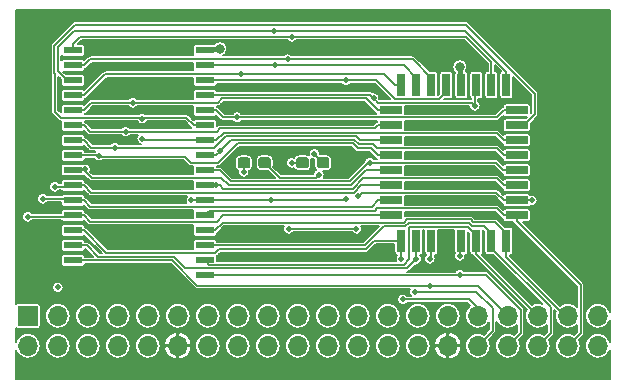
<source format=gbr>
G04 #@! TF.GenerationSoftware,KiCad,Pcbnew,(5.1.4-0-10_14)*
G04 #@! TF.CreationDate,2019-09-08T17:56:33-07:00*
G04 #@! TF.ProjectId,de10-lite-ram-rom,64653130-2d6c-4697-9465-2d72616d2d72,rev?*
G04 #@! TF.SameCoordinates,Original*
G04 #@! TF.FileFunction,Copper,L1,Top*
G04 #@! TF.FilePolarity,Positive*
%FSLAX46Y46*%
G04 Gerber Fmt 4.6, Leading zero omitted, Abs format (unit mm)*
G04 Created by KiCad (PCBNEW (5.1.4-0-10_14)) date 2019-09-08 17:56:33*
%MOMM*%
%LPD*%
G04 APERTURE LIST*
%ADD10C,0.100000*%
%ADD11C,0.950000*%
%ADD12O,1.700000X1.700000*%
%ADD13R,1.700000X1.700000*%
%ADD14R,1.925000X0.700000*%
%ADD15R,0.700000X1.925000*%
%ADD16R,1.600000X0.600000*%
%ADD17C,0.508000*%
%ADD18C,0.812800*%
%ADD19C,0.406400*%
%ADD20C,0.152400*%
G04 APERTURE END LIST*
D10*
G36*
X142282779Y-124240144D02*
G01*
X142305834Y-124243563D01*
X142328443Y-124249227D01*
X142350387Y-124257079D01*
X142371457Y-124267044D01*
X142391448Y-124279026D01*
X142410168Y-124292910D01*
X142427438Y-124308562D01*
X142443090Y-124325832D01*
X142456974Y-124344552D01*
X142468956Y-124364543D01*
X142478921Y-124385613D01*
X142486773Y-124407557D01*
X142492437Y-124430166D01*
X142495856Y-124453221D01*
X142497000Y-124476500D01*
X142497000Y-124951500D01*
X142495856Y-124974779D01*
X142492437Y-124997834D01*
X142486773Y-125020443D01*
X142478921Y-125042387D01*
X142468956Y-125063457D01*
X142456974Y-125083448D01*
X142443090Y-125102168D01*
X142427438Y-125119438D01*
X142410168Y-125135090D01*
X142391448Y-125148974D01*
X142371457Y-125160956D01*
X142350387Y-125170921D01*
X142328443Y-125178773D01*
X142305834Y-125184437D01*
X142282779Y-125187856D01*
X142259500Y-125189000D01*
X141684500Y-125189000D01*
X141661221Y-125187856D01*
X141638166Y-125184437D01*
X141615557Y-125178773D01*
X141593613Y-125170921D01*
X141572543Y-125160956D01*
X141552552Y-125148974D01*
X141533832Y-125135090D01*
X141516562Y-125119438D01*
X141500910Y-125102168D01*
X141487026Y-125083448D01*
X141475044Y-125063457D01*
X141465079Y-125042387D01*
X141457227Y-125020443D01*
X141451563Y-124997834D01*
X141448144Y-124974779D01*
X141447000Y-124951500D01*
X141447000Y-124476500D01*
X141448144Y-124453221D01*
X141451563Y-124430166D01*
X141457227Y-124407557D01*
X141465079Y-124385613D01*
X141475044Y-124364543D01*
X141487026Y-124344552D01*
X141500910Y-124325832D01*
X141516562Y-124308562D01*
X141533832Y-124292910D01*
X141552552Y-124279026D01*
X141572543Y-124267044D01*
X141593613Y-124257079D01*
X141615557Y-124249227D01*
X141638166Y-124243563D01*
X141661221Y-124240144D01*
X141684500Y-124239000D01*
X142259500Y-124239000D01*
X142282779Y-124240144D01*
X142282779Y-124240144D01*
G37*
D11*
X141972000Y-124714000D03*
D10*
G36*
X140532779Y-124240144D02*
G01*
X140555834Y-124243563D01*
X140578443Y-124249227D01*
X140600387Y-124257079D01*
X140621457Y-124267044D01*
X140641448Y-124279026D01*
X140660168Y-124292910D01*
X140677438Y-124308562D01*
X140693090Y-124325832D01*
X140706974Y-124344552D01*
X140718956Y-124364543D01*
X140728921Y-124385613D01*
X140736773Y-124407557D01*
X140742437Y-124430166D01*
X140745856Y-124453221D01*
X140747000Y-124476500D01*
X140747000Y-124951500D01*
X140745856Y-124974779D01*
X140742437Y-124997834D01*
X140736773Y-125020443D01*
X140728921Y-125042387D01*
X140718956Y-125063457D01*
X140706974Y-125083448D01*
X140693090Y-125102168D01*
X140677438Y-125119438D01*
X140660168Y-125135090D01*
X140641448Y-125148974D01*
X140621457Y-125160956D01*
X140600387Y-125170921D01*
X140578443Y-125178773D01*
X140555834Y-125184437D01*
X140532779Y-125187856D01*
X140509500Y-125189000D01*
X139934500Y-125189000D01*
X139911221Y-125187856D01*
X139888166Y-125184437D01*
X139865557Y-125178773D01*
X139843613Y-125170921D01*
X139822543Y-125160956D01*
X139802552Y-125148974D01*
X139783832Y-125135090D01*
X139766562Y-125119438D01*
X139750910Y-125102168D01*
X139737026Y-125083448D01*
X139725044Y-125063457D01*
X139715079Y-125042387D01*
X139707227Y-125020443D01*
X139701563Y-124997834D01*
X139698144Y-124974779D01*
X139697000Y-124951500D01*
X139697000Y-124476500D01*
X139698144Y-124453221D01*
X139701563Y-124430166D01*
X139707227Y-124407557D01*
X139715079Y-124385613D01*
X139725044Y-124364543D01*
X139737026Y-124344552D01*
X139750910Y-124325832D01*
X139766562Y-124308562D01*
X139783832Y-124292910D01*
X139802552Y-124279026D01*
X139822543Y-124267044D01*
X139843613Y-124257079D01*
X139865557Y-124249227D01*
X139888166Y-124243563D01*
X139911221Y-124240144D01*
X139934500Y-124239000D01*
X140509500Y-124239000D01*
X140532779Y-124240144D01*
X140532779Y-124240144D01*
G37*
D11*
X140222000Y-124714000D03*
D12*
X170180000Y-140208000D03*
X170180000Y-137668000D03*
X167640000Y-140208000D03*
X167640000Y-137668000D03*
X165100000Y-140208000D03*
X165100000Y-137668000D03*
X162560000Y-140208000D03*
X162560000Y-137668000D03*
X160020000Y-140208000D03*
X160020000Y-137668000D03*
X157480000Y-140208000D03*
X157480000Y-137668000D03*
X154940000Y-140208000D03*
X154940000Y-137668000D03*
X152400000Y-140208000D03*
X152400000Y-137668000D03*
X149860000Y-140208000D03*
X149860000Y-137668000D03*
X147320000Y-140208000D03*
X147320000Y-137668000D03*
X144780000Y-140208000D03*
X144780000Y-137668000D03*
X142240000Y-140208000D03*
X142240000Y-137668000D03*
X139700000Y-140208000D03*
X139700000Y-137668000D03*
X137160000Y-140208000D03*
X137160000Y-137668000D03*
X134620000Y-140208000D03*
X134620000Y-137668000D03*
X132080000Y-140208000D03*
X132080000Y-137668000D03*
X129540000Y-140208000D03*
X129540000Y-137668000D03*
X127000000Y-140208000D03*
X127000000Y-137668000D03*
X124460000Y-140208000D03*
X124460000Y-137668000D03*
X121920000Y-140208000D03*
D13*
X121920000Y-137668000D03*
D14*
X163310500Y-120269000D03*
X163310500Y-121539000D03*
X163310500Y-122809000D03*
X163310500Y-124079000D03*
X163310500Y-125349000D03*
X163310500Y-126619000D03*
X163310500Y-127889000D03*
X163310500Y-129159000D03*
D15*
X162433000Y-131306500D03*
X161163000Y-131306500D03*
X159893000Y-131306500D03*
X158623000Y-131306500D03*
X157353000Y-131306500D03*
X156083000Y-131306500D03*
X154813000Y-131306500D03*
X153543000Y-131306500D03*
D14*
X152665500Y-129159000D03*
X152665500Y-127889000D03*
X152665500Y-126619000D03*
X152665500Y-125349000D03*
X152665500Y-124079000D03*
X152665500Y-122809000D03*
X152665500Y-121539000D03*
X152665500Y-120269000D03*
D15*
X162433000Y-118121500D03*
X161163000Y-118121500D03*
X159893000Y-118121500D03*
X158623000Y-118121500D03*
X153543000Y-118121500D03*
X154813000Y-118121500D03*
X156083000Y-118121500D03*
X157353000Y-118121500D03*
D16*
X136918000Y-115189000D03*
X136918000Y-116459000D03*
X136918000Y-117729000D03*
X136918000Y-118999000D03*
X136918000Y-120269000D03*
X136918000Y-121539000D03*
X136918000Y-122809000D03*
X136918000Y-124089000D03*
X136918000Y-125339000D03*
X136918000Y-126619000D03*
X136918000Y-127889000D03*
X136918000Y-129159000D03*
X136918000Y-130429000D03*
X136918000Y-131699000D03*
X136918000Y-132969000D03*
X136918000Y-134239000D03*
X125718000Y-134239000D03*
X125718000Y-132969000D03*
X125718000Y-131699000D03*
X125718000Y-130429000D03*
X125718000Y-129159000D03*
X125718000Y-127889000D03*
X125718000Y-126619000D03*
X125718000Y-125339000D03*
X125718000Y-124089000D03*
X125718000Y-122809000D03*
X125718000Y-121539000D03*
X125718000Y-120269000D03*
X125718000Y-118999000D03*
X125718000Y-117729000D03*
X125718000Y-116459000D03*
X125718000Y-115189000D03*
D10*
G36*
X147235779Y-124240144D02*
G01*
X147258834Y-124243563D01*
X147281443Y-124249227D01*
X147303387Y-124257079D01*
X147324457Y-124267044D01*
X147344448Y-124279026D01*
X147363168Y-124292910D01*
X147380438Y-124308562D01*
X147396090Y-124325832D01*
X147409974Y-124344552D01*
X147421956Y-124364543D01*
X147431921Y-124385613D01*
X147439773Y-124407557D01*
X147445437Y-124430166D01*
X147448856Y-124453221D01*
X147450000Y-124476500D01*
X147450000Y-124951500D01*
X147448856Y-124974779D01*
X147445437Y-124997834D01*
X147439773Y-125020443D01*
X147431921Y-125042387D01*
X147421956Y-125063457D01*
X147409974Y-125083448D01*
X147396090Y-125102168D01*
X147380438Y-125119438D01*
X147363168Y-125135090D01*
X147344448Y-125148974D01*
X147324457Y-125160956D01*
X147303387Y-125170921D01*
X147281443Y-125178773D01*
X147258834Y-125184437D01*
X147235779Y-125187856D01*
X147212500Y-125189000D01*
X146637500Y-125189000D01*
X146614221Y-125187856D01*
X146591166Y-125184437D01*
X146568557Y-125178773D01*
X146546613Y-125170921D01*
X146525543Y-125160956D01*
X146505552Y-125148974D01*
X146486832Y-125135090D01*
X146469562Y-125119438D01*
X146453910Y-125102168D01*
X146440026Y-125083448D01*
X146428044Y-125063457D01*
X146418079Y-125042387D01*
X146410227Y-125020443D01*
X146404563Y-124997834D01*
X146401144Y-124974779D01*
X146400000Y-124951500D01*
X146400000Y-124476500D01*
X146401144Y-124453221D01*
X146404563Y-124430166D01*
X146410227Y-124407557D01*
X146418079Y-124385613D01*
X146428044Y-124364543D01*
X146440026Y-124344552D01*
X146453910Y-124325832D01*
X146469562Y-124308562D01*
X146486832Y-124292910D01*
X146505552Y-124279026D01*
X146525543Y-124267044D01*
X146546613Y-124257079D01*
X146568557Y-124249227D01*
X146591166Y-124243563D01*
X146614221Y-124240144D01*
X146637500Y-124239000D01*
X147212500Y-124239000D01*
X147235779Y-124240144D01*
X147235779Y-124240144D01*
G37*
D11*
X146925000Y-124714000D03*
D10*
G36*
X145485779Y-124240144D02*
G01*
X145508834Y-124243563D01*
X145531443Y-124249227D01*
X145553387Y-124257079D01*
X145574457Y-124267044D01*
X145594448Y-124279026D01*
X145613168Y-124292910D01*
X145630438Y-124308562D01*
X145646090Y-124325832D01*
X145659974Y-124344552D01*
X145671956Y-124364543D01*
X145681921Y-124385613D01*
X145689773Y-124407557D01*
X145695437Y-124430166D01*
X145698856Y-124453221D01*
X145700000Y-124476500D01*
X145700000Y-124951500D01*
X145698856Y-124974779D01*
X145695437Y-124997834D01*
X145689773Y-125020443D01*
X145681921Y-125042387D01*
X145671956Y-125063457D01*
X145659974Y-125083448D01*
X145646090Y-125102168D01*
X145630438Y-125119438D01*
X145613168Y-125135090D01*
X145594448Y-125148974D01*
X145574457Y-125160956D01*
X145553387Y-125170921D01*
X145531443Y-125178773D01*
X145508834Y-125184437D01*
X145485779Y-125187856D01*
X145462500Y-125189000D01*
X144887500Y-125189000D01*
X144864221Y-125187856D01*
X144841166Y-125184437D01*
X144818557Y-125178773D01*
X144796613Y-125170921D01*
X144775543Y-125160956D01*
X144755552Y-125148974D01*
X144736832Y-125135090D01*
X144719562Y-125119438D01*
X144703910Y-125102168D01*
X144690026Y-125083448D01*
X144678044Y-125063457D01*
X144668079Y-125042387D01*
X144660227Y-125020443D01*
X144654563Y-124997834D01*
X144651144Y-124974779D01*
X144650000Y-124951500D01*
X144650000Y-124476500D01*
X144651144Y-124453221D01*
X144654563Y-124430166D01*
X144660227Y-124407557D01*
X144668079Y-124385613D01*
X144678044Y-124364543D01*
X144690026Y-124344552D01*
X144703910Y-124325832D01*
X144719562Y-124308562D01*
X144736832Y-124292910D01*
X144755552Y-124279026D01*
X144775543Y-124267044D01*
X144796613Y-124257079D01*
X144818557Y-124249227D01*
X144841166Y-124243563D01*
X144864221Y-124240144D01*
X144887500Y-124239000D01*
X145462500Y-124239000D01*
X145485779Y-124240144D01*
X145485779Y-124240144D01*
G37*
D11*
X145175000Y-124714000D03*
D17*
X165100000Y-133096000D03*
X129540000Y-115062000D03*
X154940000Y-115062000D03*
X129540000Y-118364000D03*
X154940000Y-120142000D03*
X134620000Y-120269000D03*
X134620000Y-121539000D03*
X161544000Y-133096000D03*
X149606000Y-123952000D03*
X147320000Y-135636000D03*
X170180000Y-112141000D03*
X121793000Y-112141000D03*
X142240000Y-112141000D03*
X170053000Y-142621000D03*
X121793000Y-142621000D03*
X147320000Y-142621000D03*
X132080000Y-112141000D03*
X170180000Y-117348000D03*
X137160000Y-112141000D03*
X170180000Y-122301000D03*
X127000000Y-112141000D03*
X170180000Y-127635000D03*
X152400000Y-142621000D03*
X170180000Y-132842000D03*
X157480000Y-142621000D03*
X121793000Y-117348000D03*
X121793000Y-122428000D03*
X121793000Y-127635000D03*
X127000000Y-142621000D03*
X132080000Y-142621000D03*
X137160000Y-142621000D03*
X142240000Y-142621000D03*
X162560000Y-142621000D03*
X147193000Y-112141000D03*
X152400000Y-112141000D03*
X157353000Y-112141000D03*
X162560000Y-112141000D03*
X166624000Y-114808000D03*
X166624000Y-119761000D03*
X166624000Y-124841000D03*
X166624000Y-129921000D03*
X129540000Y-135255000D03*
X134493000Y-135255000D03*
X129540000Y-120269000D03*
X146304000Y-115062000D03*
D18*
X157454612Y-132801462D03*
D17*
X140208000Y-130556000D03*
X146304000Y-120015000D03*
X147320000Y-132715000D03*
X146169855Y-123958855D03*
X144272000Y-124714000D03*
X158496000Y-132588000D03*
X158501823Y-134195780D03*
X155956004Y-132842000D03*
X155939538Y-135102614D03*
X154812999Y-132842003D03*
X154685986Y-135636003D03*
X153670000Y-136271000D03*
X153543000Y-132842006D03*
X159766000Y-119888000D03*
X151193936Y-119229822D03*
X150876000Y-124714000D03*
X164592000Y-127889000D03*
X149896239Y-127542477D03*
X144018000Y-130302002D03*
X149733008Y-130302000D03*
X135763000Y-127889000D03*
X148869421Y-127764729D03*
X142494000Y-127889000D03*
X148844000Y-117729000D03*
X144272000Y-114046002D03*
X143911605Y-115930399D03*
X142875000Y-116459000D03*
X142748000Y-113563390D03*
X139629398Y-120847602D03*
X139974601Y-117200399D03*
X138150579Y-123727091D03*
X137845768Y-126619000D03*
X131597390Y-122669150D03*
X131597390Y-120972889D03*
X130810000Y-119634000D03*
X130195603Y-122067601D03*
X129286000Y-123444000D03*
X127942707Y-124104779D03*
X126772007Y-125275479D03*
X124206000Y-126746000D03*
X124460000Y-135255000D03*
X123190000Y-127762000D03*
X121920000Y-129286000D03*
D18*
X138176000Y-115062000D03*
X158496000Y-116586000D03*
D17*
X146558000Y-125730000D03*
X140208000Y-125476000D03*
D19*
X157353000Y-131306500D02*
X157353000Y-132699850D01*
X157353000Y-132699850D02*
X157454612Y-132801462D01*
D20*
X146169855Y-123958855D02*
X146050000Y-123958855D01*
X146925000Y-124714000D02*
X146169855Y-123958855D01*
X144272000Y-124714000D02*
X145175000Y-124714000D01*
X168718601Y-135069501D02*
X163310500Y-129661400D01*
X168718601Y-139129399D02*
X168718601Y-135069501D01*
X163310500Y-129661400D02*
X163310500Y-129159000D01*
X167640000Y-140208000D02*
X168718601Y-139129399D01*
X162195600Y-129159000D02*
X163310500Y-129159000D01*
X161616999Y-128580399D02*
X162195600Y-129159000D01*
X151520119Y-128580399D02*
X161616999Y-128580399D01*
X137299000Y-128778000D02*
X151322518Y-128778000D01*
X151322518Y-128778000D02*
X151520119Y-128580399D01*
X136918000Y-129159000D02*
X137299000Y-128778000D01*
X162433000Y-132715000D02*
X162433000Y-131306500D01*
X167386000Y-137668000D02*
X162433000Y-132715000D01*
X167640000Y-137668000D02*
X167386000Y-137668000D01*
X162433000Y-130694000D02*
X162433000Y-131306500D01*
X159645804Y-129743189D02*
X161482189Y-129743189D01*
X159408393Y-129505777D02*
X159645804Y-129743189D01*
X154027607Y-129505777D02*
X159408393Y-129505777D01*
X136918000Y-130429000D02*
X137795000Y-130429000D01*
X153739384Y-129794000D02*
X154027607Y-129505777D01*
X161482189Y-129743189D02*
X162433000Y-130694000D01*
X138430000Y-129794000D02*
X153739384Y-129794000D01*
X137795000Y-130429000D02*
X138430000Y-129794000D01*
X161163000Y-131919000D02*
X161163000Y-131306500D01*
X166178601Y-136934601D02*
X161163000Y-131919000D01*
X166178601Y-139129399D02*
X166178601Y-136934601D01*
X165100000Y-140208000D02*
X166178601Y-139129399D01*
X136918000Y-131699000D02*
X150444934Y-131699000D01*
X161163000Y-130694000D02*
X161163000Y-131306500D01*
X150444934Y-131699000D02*
X152045123Y-130098811D01*
X159340993Y-129869445D02*
X159519548Y-130048000D01*
X160517000Y-130048000D02*
X161163000Y-130694000D01*
X152045123Y-130098811D02*
X153865640Y-130098811D01*
X159519548Y-130048000D02*
X160517000Y-130048000D01*
X153865640Y-130098811D02*
X154153863Y-129810588D01*
X159282137Y-129810588D02*
X159340993Y-129869445D01*
X154153863Y-129810588D02*
X159282137Y-129810588D01*
X159893000Y-132461000D02*
X159893000Y-131306500D01*
X165100000Y-137668000D02*
X159893000Y-132461000D01*
X159893000Y-131919000D02*
X159893000Y-131306500D01*
X159893000Y-130852518D02*
X159893000Y-131306500D01*
X159155881Y-130115399D02*
X159893000Y-130852518D01*
X154234399Y-132833351D02*
X154234399Y-130161119D01*
X137273606Y-133324606D02*
X153743144Y-133324606D01*
X154280119Y-130115399D02*
X159155881Y-130115399D01*
X136918000Y-132969000D02*
X137273606Y-133324606D01*
X153743144Y-133324606D02*
X154234399Y-132833351D01*
X154234399Y-130161119D02*
X154280119Y-130115399D01*
X158496000Y-131433500D02*
X158623000Y-131306500D01*
X158496000Y-132588000D02*
X158496000Y-131433500D01*
X136918000Y-134239000D02*
X158458603Y-134239000D01*
X163638601Y-139129399D02*
X163638601Y-137150271D01*
X163638601Y-137150271D02*
X160684110Y-134195780D01*
X160684110Y-134195780D02*
X158501823Y-134195780D01*
X162560000Y-140208000D02*
X163638601Y-139129399D01*
X158458603Y-134239000D02*
X158501823Y-134195780D01*
X156083000Y-132715004D02*
X155956004Y-132842000D01*
X156083000Y-131306500D02*
X156083000Y-132715004D01*
X136270132Y-135102614D02*
X155939538Y-135102614D01*
X125718000Y-132969000D02*
X134136518Y-132969000D01*
X134136518Y-132969000D02*
X136270132Y-135102614D01*
X159994614Y-135102614D02*
X155939538Y-135102614D01*
X162560000Y-137668000D02*
X159994614Y-135102614D01*
X154813000Y-131919000D02*
X154813000Y-131306500D01*
X154812994Y-132715000D02*
X154812999Y-132715005D01*
X154813000Y-131306500D02*
X154812999Y-132969001D01*
X154812999Y-132715005D02*
X154812999Y-132969001D01*
X154812999Y-132969001D02*
X154812999Y-132842003D01*
X154025585Y-133629417D02*
X154812999Y-132842003D01*
X127888256Y-132664189D02*
X134262774Y-132664189D01*
X125718000Y-131699000D02*
X126923067Y-131699000D01*
X126923067Y-131699000D02*
X127888256Y-132664189D01*
X134262774Y-132664189D02*
X135228002Y-133629417D01*
X135228002Y-133629417D02*
X154025585Y-133629417D01*
X159893003Y-135636003D02*
X154685986Y-135636003D01*
X161290000Y-137033000D02*
X159893003Y-135636003D01*
X161290000Y-138938000D02*
X161290000Y-137033000D01*
X160020000Y-140208000D02*
X161290000Y-138938000D01*
X153543000Y-131306500D02*
X153543000Y-132842006D01*
X159258000Y-136271000D02*
X153670000Y-136271000D01*
X160020000Y-137033000D02*
X159258000Y-136271000D01*
X160020000Y-137668000D02*
X160020000Y-137033000D01*
X151268500Y-131306500D02*
X153543000Y-131306500D01*
X150571190Y-132003810D02*
X151268500Y-131306500D01*
X138125190Y-132003810D02*
X150571190Y-132003810D01*
X128575400Y-132334000D02*
X137795000Y-132334000D01*
X137795000Y-132334000D02*
X138125190Y-132003810D01*
X126670400Y-130429000D02*
X128575400Y-132334000D01*
X125718000Y-130429000D02*
X126670400Y-130429000D01*
X159766000Y-118248500D02*
X159893000Y-118121500D01*
X159766000Y-119888000D02*
X159766000Y-118248500D01*
X159766000Y-119888000D02*
X159512001Y-119634001D01*
X137870400Y-118999000D02*
X137921211Y-118948189D01*
X151598115Y-119634001D02*
X151193936Y-119229822D01*
X137921211Y-118948189D02*
X150912303Y-118948189D01*
X136918000Y-118999000D02*
X137870400Y-118999000D01*
X159512001Y-119634001D02*
X151598115Y-119634001D01*
X150912303Y-118948189D02*
X151193936Y-119229822D01*
X162179000Y-125349000D02*
X163310500Y-125349000D01*
X161544000Y-124714000D02*
X162179000Y-125349000D01*
X150876000Y-124714000D02*
X161544000Y-124714000D01*
X149174189Y-126288811D02*
X139115811Y-126288811D01*
X138166000Y-125339000D02*
X136918000Y-125339000D01*
X150749000Y-124714000D02*
X149174189Y-126288811D01*
X139115811Y-126288811D02*
X138166000Y-125339000D01*
X150876000Y-124714000D02*
X150749000Y-124714000D01*
X164592000Y-127889000D02*
X163310500Y-127889000D01*
X162195600Y-127889000D02*
X161560601Y-127254001D01*
X161560601Y-127254001D02*
X150184715Y-127254001D01*
X150184715Y-127254001D02*
X149896239Y-127542477D01*
X163310500Y-127889000D02*
X162195600Y-127889000D01*
X149733006Y-130302002D02*
X149733008Y-130302000D01*
X144018000Y-130302002D02*
X149733006Y-130302002D01*
X135763000Y-127889000D02*
X136918000Y-127889000D01*
X148745150Y-127889000D02*
X148869421Y-127764729D01*
X142494000Y-127889000D02*
X148745150Y-127889000D01*
X136918000Y-127889000D02*
X142494000Y-127889000D01*
X151426517Y-117729000D02*
X148844000Y-117729000D01*
X156774399Y-119312601D02*
X153010118Y-119312601D01*
X157353000Y-118121500D02*
X157353000Y-118734000D01*
X157353000Y-118734000D02*
X156774399Y-119312601D01*
X136918000Y-117729000D02*
X148844000Y-117729000D01*
X153010118Y-119312601D02*
X151426517Y-117729000D01*
X159004002Y-114046002D02*
X144272000Y-114046002D01*
X161163000Y-118121500D02*
X161163000Y-116205000D01*
X161163000Y-116205000D02*
X159004002Y-114046002D01*
X143912783Y-114045995D02*
X143912790Y-114046002D01*
X143912790Y-114046002D02*
X144272000Y-114046002D01*
X125718000Y-114693000D02*
X126365005Y-114045995D01*
X126365005Y-114045995D02*
X143912783Y-114045995D01*
X125718000Y-115189000D02*
X125718000Y-114693000D01*
X154504399Y-115930399D02*
X156083000Y-117509000D01*
X126670400Y-116459000D02*
X127199001Y-115930399D01*
X156083000Y-117509000D02*
X156083000Y-118121500D01*
X127199001Y-115930399D02*
X154504399Y-115930399D01*
X125718000Y-116459000D02*
X126670400Y-116459000D01*
X154813000Y-117509000D02*
X154813000Y-118121500D01*
X153763000Y-116459000D02*
X154813000Y-117509000D01*
X136918000Y-116459000D02*
X153763000Y-116459000D01*
X162433000Y-118734000D02*
X162433000Y-118121500D01*
X124460000Y-116971000D02*
X124460000Y-114935518D01*
X125718000Y-117729000D02*
X125218000Y-117729000D01*
X158964400Y-113538000D02*
X162433000Y-117006600D01*
X124460000Y-114935518D02*
X125857518Y-113538000D01*
X125218000Y-117729000D02*
X124460000Y-116971000D01*
X125857518Y-113538000D02*
X158964400Y-113538000D01*
X162433000Y-117006600D02*
X162433000Y-118121500D01*
X138449001Y-120847601D02*
X161616999Y-120847601D01*
X161616999Y-120847601D02*
X162195600Y-120269000D01*
X137870400Y-120269000D02*
X138449001Y-120847601D01*
X162195600Y-120269000D02*
X163310500Y-120269000D01*
X136918000Y-120269000D02*
X137870400Y-120269000D01*
X128469001Y-117200399D02*
X139974601Y-117200399D01*
X153040600Y-118121500D02*
X152119499Y-117200399D01*
X126670400Y-118999000D02*
X128469001Y-117200399D01*
X125718000Y-118999000D02*
X126670400Y-118999000D01*
X153543000Y-118121500D02*
X153040600Y-118121500D01*
X152119499Y-117200399D02*
X139974601Y-117200399D01*
X149922616Y-123123300D02*
X149557506Y-122758189D01*
X151143020Y-123123300D02*
X149922616Y-123123300D01*
X136918000Y-124089000D02*
X137870400Y-124089000D01*
X163310500Y-124079000D02*
X162195600Y-124079000D01*
X162195600Y-124079000D02*
X161616999Y-123500399D01*
X149557506Y-122758189D02*
X139090252Y-122758189D01*
X139090252Y-122758189D02*
X138150579Y-123697862D01*
X138150579Y-123808821D02*
X138150579Y-123727091D01*
X138150579Y-123697862D02*
X138150579Y-123727091D01*
X151520119Y-123500399D02*
X151143020Y-123123300D01*
X161616999Y-123500399D02*
X151520119Y-123500399D01*
X137870400Y-124089000D02*
X138150579Y-123808821D01*
X136918000Y-126619000D02*
X137845768Y-126619000D01*
X161616999Y-126040399D02*
X150284735Y-126040399D01*
X138484411Y-126898433D02*
X138204978Y-126619000D01*
X149426701Y-126898433D02*
X138484411Y-126898433D01*
X150284735Y-126040399D02*
X149426701Y-126898433D01*
X162195600Y-126619000D02*
X161616999Y-126040399D01*
X163310500Y-126619000D02*
X162195600Y-126619000D01*
X138204978Y-126619000D02*
X137845768Y-126619000D01*
X131737240Y-122809000D02*
X131597390Y-122669150D01*
X136918000Y-122809000D02*
X131737240Y-122809000D01*
X149891850Y-122230399D02*
X161616999Y-122230399D01*
X138506047Y-122148567D02*
X149810018Y-122148567D01*
X162195600Y-122809000D02*
X163310500Y-122809000D01*
X137845614Y-122809000D02*
X138506047Y-122148567D01*
X136918000Y-122809000D02*
X137845614Y-122809000D01*
X161616999Y-122230399D02*
X162195600Y-122809000D01*
X149810018Y-122148567D02*
X149891850Y-122230399D01*
X164846000Y-118872000D02*
X164846000Y-120616000D01*
X124155189Y-114809262D02*
X125934451Y-113030000D01*
X159004000Y-113030000D02*
X164846000Y-118872000D01*
X124206000Y-120396000D02*
X124206000Y-117148067D01*
X164846000Y-120616000D02*
X163923000Y-121539000D01*
X125934451Y-113030000D02*
X159004000Y-113030000D01*
X124206000Y-117148067D02*
X124155189Y-117097256D01*
X136918000Y-121539000D02*
X135965600Y-121539000D01*
X124714000Y-120904000D02*
X124206000Y-120396000D01*
X135330600Y-120904000D02*
X124714000Y-120904000D01*
X124155189Y-117097256D02*
X124155189Y-114809262D01*
X163923000Y-121539000D02*
X163310500Y-121539000D01*
X135965600Y-121539000D02*
X135330600Y-120904000D01*
X151550600Y-120269000D02*
X152665500Y-120269000D01*
X150534600Y-119253000D02*
X151550600Y-120269000D01*
X138007280Y-119634000D02*
X138388280Y-119253000D01*
X138388280Y-119253000D02*
X150534600Y-119253000D01*
X127305400Y-119634000D02*
X138007280Y-119634000D01*
X126670400Y-120269000D02*
X127305400Y-119634000D01*
X125718000Y-120269000D02*
X126670400Y-120269000D01*
X151296600Y-121793000D02*
X151550600Y-121539000D01*
X138175482Y-121793000D02*
X151296600Y-121793000D01*
X151550600Y-121539000D02*
X152665500Y-121539000D01*
X137900881Y-122067601D02*
X138175482Y-121793000D01*
X127199001Y-122067601D02*
X137900881Y-122067601D01*
X126670400Y-121539000D02*
X127199001Y-122067601D01*
X125718000Y-121539000D02*
X126670400Y-121539000D01*
X127305400Y-123444000D02*
X137719420Y-123444000D01*
X125718000Y-122809000D02*
X126670400Y-122809000D01*
X137719420Y-123444000D02*
X138710042Y-122453378D01*
X150039383Y-122809000D02*
X152665500Y-122809000D01*
X126670400Y-122809000D02*
X127305400Y-123444000D01*
X149683762Y-122453378D02*
X150039383Y-122809000D01*
X138710042Y-122453378D02*
X149683762Y-122453378D01*
X127926928Y-124089000D02*
X127942707Y-124104779D01*
X125718000Y-124089000D02*
X127926928Y-124089000D01*
X135706759Y-124714000D02*
X135198759Y-124206000D01*
X135198759Y-124206000D02*
X128043928Y-124206000D01*
X138049000Y-124714000D02*
X135706759Y-124714000D01*
X149844495Y-123476245D02*
X149431250Y-123063000D01*
X151550600Y-124079000D02*
X150947845Y-123476245D01*
X152665500Y-124079000D02*
X151550600Y-124079000D01*
X150947845Y-123476245D02*
X149844495Y-123476245D01*
X128043928Y-124206000D02*
X127942707Y-124104779D01*
X149431250Y-123063000D02*
X139700000Y-123063000D01*
X139700000Y-123063000D02*
X138049000Y-124714000D01*
X150545067Y-125349000D02*
X152665500Y-125349000D01*
X149300445Y-126593622D02*
X150545067Y-125349000D01*
X125718000Y-125339000D02*
X126670400Y-125339000D01*
X138303000Y-125984000D02*
X138912622Y-126593622D01*
X127315400Y-125984000D02*
X138303000Y-125984000D01*
X126670400Y-125339000D02*
X127315400Y-125984000D01*
X138912622Y-126593622D02*
X149300445Y-126593622D01*
X125591000Y-126746000D02*
X125718000Y-126619000D01*
X124206000Y-126746000D02*
X125591000Y-126746000D01*
X150137201Y-126619000D02*
X152665500Y-126619000D01*
X149502201Y-127254000D02*
X150137201Y-126619000D01*
X127305400Y-127254000D02*
X149502201Y-127254000D01*
X126670400Y-126619000D02*
X127305400Y-127254000D01*
X125718000Y-126619000D02*
X126670400Y-126619000D01*
X151550600Y-127889000D02*
X152665500Y-127889000D01*
X151021999Y-128417601D02*
X151550600Y-127889000D01*
X127199001Y-128417601D02*
X151021999Y-128417601D01*
X126670400Y-127889000D02*
X127199001Y-128417601D01*
X125718000Y-127889000D02*
X126670400Y-127889000D01*
X125591000Y-127762000D02*
X125718000Y-127889000D01*
X123190000Y-127762000D02*
X125591000Y-127762000D01*
X125591000Y-129286000D02*
X125718000Y-129159000D01*
X121920000Y-129286000D02*
X125591000Y-129286000D01*
X138430000Y-129159000D02*
X152665500Y-129159000D01*
X137901399Y-129687601D02*
X138430000Y-129159000D01*
X127199001Y-129687601D02*
X137901399Y-129687601D01*
X126670400Y-129159000D02*
X127199001Y-129687601D01*
X125718000Y-129159000D02*
X126670400Y-129159000D01*
D19*
X137045000Y-115062000D02*
X136918000Y-115189000D01*
X138176000Y-115062000D02*
X137045000Y-115062000D01*
X158496000Y-117994500D02*
X158623000Y-118121500D01*
X158496000Y-116586000D02*
X158496000Y-117994500D01*
D20*
X146304000Y-125984000D02*
X143242000Y-125984000D01*
X146558000Y-125730000D02*
X146304000Y-125984000D01*
X143242000Y-125984000D02*
X141972000Y-124714000D01*
X140222000Y-124714000D02*
X140222000Y-125462000D01*
X140222000Y-125462000D02*
X140208000Y-125476000D01*
G36*
X171196401Y-137302965D02*
G01*
X171181317Y-137253241D01*
X171081162Y-137065863D01*
X170946375Y-136901625D01*
X170782137Y-136766838D01*
X170594759Y-136666683D01*
X170391442Y-136605007D01*
X170232980Y-136589400D01*
X170127020Y-136589400D01*
X169968558Y-136605007D01*
X169765241Y-136666683D01*
X169577863Y-136766838D01*
X169413625Y-136901625D01*
X169278838Y-137065863D01*
X169178683Y-137253241D01*
X169117007Y-137456558D01*
X169096182Y-137668000D01*
X169117007Y-137879442D01*
X169178683Y-138082759D01*
X169278838Y-138270137D01*
X169413625Y-138434375D01*
X169577863Y-138569162D01*
X169765241Y-138669317D01*
X169968558Y-138730993D01*
X170127020Y-138746600D01*
X170232980Y-138746600D01*
X170391442Y-138730993D01*
X170594759Y-138669317D01*
X170782137Y-138569162D01*
X170946375Y-138434375D01*
X171081162Y-138270137D01*
X171181317Y-138082759D01*
X171196401Y-138033035D01*
X171196401Y-139842966D01*
X171181317Y-139793241D01*
X171081162Y-139605863D01*
X170946375Y-139441625D01*
X170782137Y-139306838D01*
X170594759Y-139206683D01*
X170391442Y-139145007D01*
X170232980Y-139129400D01*
X170127020Y-139129400D01*
X169968558Y-139145007D01*
X169765241Y-139206683D01*
X169577863Y-139306838D01*
X169413625Y-139441625D01*
X169278838Y-139605863D01*
X169178683Y-139793241D01*
X169117007Y-139996558D01*
X169096182Y-140208000D01*
X169117007Y-140419442D01*
X169178683Y-140622759D01*
X169278838Y-140810137D01*
X169413625Y-140974375D01*
X169577863Y-141109162D01*
X169765241Y-141209317D01*
X169968558Y-141270993D01*
X170127020Y-141286600D01*
X170232980Y-141286600D01*
X170391442Y-141270993D01*
X170594759Y-141209317D01*
X170782137Y-141109162D01*
X170946375Y-140974375D01*
X171081162Y-140810137D01*
X171181317Y-140622759D01*
X171196401Y-140573034D01*
X171196401Y-143002400D01*
X120903600Y-143002400D01*
X120903600Y-140573037D01*
X120918683Y-140622759D01*
X121018838Y-140810137D01*
X121153625Y-140974375D01*
X121317863Y-141109162D01*
X121505241Y-141209317D01*
X121708558Y-141270993D01*
X121867020Y-141286600D01*
X121972980Y-141286600D01*
X122131442Y-141270993D01*
X122334759Y-141209317D01*
X122522137Y-141109162D01*
X122686375Y-140974375D01*
X122821162Y-140810137D01*
X122921317Y-140622759D01*
X122982993Y-140419442D01*
X123003818Y-140208000D01*
X123376182Y-140208000D01*
X123397007Y-140419442D01*
X123458683Y-140622759D01*
X123558838Y-140810137D01*
X123693625Y-140974375D01*
X123857863Y-141109162D01*
X124045241Y-141209317D01*
X124248558Y-141270993D01*
X124407020Y-141286600D01*
X124512980Y-141286600D01*
X124671442Y-141270993D01*
X124874759Y-141209317D01*
X125062137Y-141109162D01*
X125226375Y-140974375D01*
X125361162Y-140810137D01*
X125461317Y-140622759D01*
X125522993Y-140419442D01*
X125543818Y-140208000D01*
X125916182Y-140208000D01*
X125937007Y-140419442D01*
X125998683Y-140622759D01*
X126098838Y-140810137D01*
X126233625Y-140974375D01*
X126397863Y-141109162D01*
X126585241Y-141209317D01*
X126788558Y-141270993D01*
X126947020Y-141286600D01*
X127052980Y-141286600D01*
X127211442Y-141270993D01*
X127414759Y-141209317D01*
X127602137Y-141109162D01*
X127766375Y-140974375D01*
X127901162Y-140810137D01*
X128001317Y-140622759D01*
X128062993Y-140419442D01*
X128083818Y-140208000D01*
X128456182Y-140208000D01*
X128477007Y-140419442D01*
X128538683Y-140622759D01*
X128638838Y-140810137D01*
X128773625Y-140974375D01*
X128937863Y-141109162D01*
X129125241Y-141209317D01*
X129328558Y-141270993D01*
X129487020Y-141286600D01*
X129592980Y-141286600D01*
X129751442Y-141270993D01*
X129954759Y-141209317D01*
X130142137Y-141109162D01*
X130306375Y-140974375D01*
X130441162Y-140810137D01*
X130541317Y-140622759D01*
X130602993Y-140419442D01*
X130623818Y-140208000D01*
X130996182Y-140208000D01*
X131017007Y-140419442D01*
X131078683Y-140622759D01*
X131178838Y-140810137D01*
X131313625Y-140974375D01*
X131477863Y-141109162D01*
X131665241Y-141209317D01*
X131868558Y-141270993D01*
X132027020Y-141286600D01*
X132132980Y-141286600D01*
X132291442Y-141270993D01*
X132494759Y-141209317D01*
X132682137Y-141109162D01*
X132846375Y-140974375D01*
X132981162Y-140810137D01*
X133081317Y-140622759D01*
X133135959Y-140442628D01*
X133463355Y-140442628D01*
X133531353Y-140663770D01*
X133641187Y-140867397D01*
X133788637Y-141045684D01*
X133968035Y-141191779D01*
X134172488Y-141300068D01*
X134385373Y-141364642D01*
X134569200Y-141304474D01*
X134569200Y-140258800D01*
X134670800Y-140258800D01*
X134670800Y-141304474D01*
X134854627Y-141364642D01*
X135067512Y-141300068D01*
X135271965Y-141191779D01*
X135451363Y-141045684D01*
X135598813Y-140867397D01*
X135708647Y-140663770D01*
X135776645Y-140442628D01*
X135716559Y-140258800D01*
X134670800Y-140258800D01*
X134569200Y-140258800D01*
X133523441Y-140258800D01*
X133463355Y-140442628D01*
X133135959Y-140442628D01*
X133142993Y-140419442D01*
X133163818Y-140208000D01*
X136076182Y-140208000D01*
X136097007Y-140419442D01*
X136158683Y-140622759D01*
X136258838Y-140810137D01*
X136393625Y-140974375D01*
X136557863Y-141109162D01*
X136745241Y-141209317D01*
X136948558Y-141270993D01*
X137107020Y-141286600D01*
X137212980Y-141286600D01*
X137371442Y-141270993D01*
X137574759Y-141209317D01*
X137762137Y-141109162D01*
X137926375Y-140974375D01*
X138061162Y-140810137D01*
X138161317Y-140622759D01*
X138222993Y-140419442D01*
X138243818Y-140208000D01*
X138616182Y-140208000D01*
X138637007Y-140419442D01*
X138698683Y-140622759D01*
X138798838Y-140810137D01*
X138933625Y-140974375D01*
X139097863Y-141109162D01*
X139285241Y-141209317D01*
X139488558Y-141270993D01*
X139647020Y-141286600D01*
X139752980Y-141286600D01*
X139911442Y-141270993D01*
X140114759Y-141209317D01*
X140302137Y-141109162D01*
X140466375Y-140974375D01*
X140601162Y-140810137D01*
X140701317Y-140622759D01*
X140762993Y-140419442D01*
X140783818Y-140208000D01*
X141156182Y-140208000D01*
X141177007Y-140419442D01*
X141238683Y-140622759D01*
X141338838Y-140810137D01*
X141473625Y-140974375D01*
X141637863Y-141109162D01*
X141825241Y-141209317D01*
X142028558Y-141270993D01*
X142187020Y-141286600D01*
X142292980Y-141286600D01*
X142451442Y-141270993D01*
X142654759Y-141209317D01*
X142842137Y-141109162D01*
X143006375Y-140974375D01*
X143141162Y-140810137D01*
X143241317Y-140622759D01*
X143302993Y-140419442D01*
X143323818Y-140208000D01*
X143696182Y-140208000D01*
X143717007Y-140419442D01*
X143778683Y-140622759D01*
X143878838Y-140810137D01*
X144013625Y-140974375D01*
X144177863Y-141109162D01*
X144365241Y-141209317D01*
X144568558Y-141270993D01*
X144727020Y-141286600D01*
X144832980Y-141286600D01*
X144991442Y-141270993D01*
X145194759Y-141209317D01*
X145382137Y-141109162D01*
X145546375Y-140974375D01*
X145681162Y-140810137D01*
X145781317Y-140622759D01*
X145842993Y-140419442D01*
X145863818Y-140208000D01*
X146236182Y-140208000D01*
X146257007Y-140419442D01*
X146318683Y-140622759D01*
X146418838Y-140810137D01*
X146553625Y-140974375D01*
X146717863Y-141109162D01*
X146905241Y-141209317D01*
X147108558Y-141270993D01*
X147267020Y-141286600D01*
X147372980Y-141286600D01*
X147531442Y-141270993D01*
X147734759Y-141209317D01*
X147922137Y-141109162D01*
X148086375Y-140974375D01*
X148221162Y-140810137D01*
X148321317Y-140622759D01*
X148382993Y-140419442D01*
X148403818Y-140208000D01*
X148776182Y-140208000D01*
X148797007Y-140419442D01*
X148858683Y-140622759D01*
X148958838Y-140810137D01*
X149093625Y-140974375D01*
X149257863Y-141109162D01*
X149445241Y-141209317D01*
X149648558Y-141270993D01*
X149807020Y-141286600D01*
X149912980Y-141286600D01*
X150071442Y-141270993D01*
X150274759Y-141209317D01*
X150462137Y-141109162D01*
X150626375Y-140974375D01*
X150761162Y-140810137D01*
X150861317Y-140622759D01*
X150922993Y-140419442D01*
X150943818Y-140208000D01*
X151316182Y-140208000D01*
X151337007Y-140419442D01*
X151398683Y-140622759D01*
X151498838Y-140810137D01*
X151633625Y-140974375D01*
X151797863Y-141109162D01*
X151985241Y-141209317D01*
X152188558Y-141270993D01*
X152347020Y-141286600D01*
X152452980Y-141286600D01*
X152611442Y-141270993D01*
X152814759Y-141209317D01*
X153002137Y-141109162D01*
X153166375Y-140974375D01*
X153301162Y-140810137D01*
X153401317Y-140622759D01*
X153462993Y-140419442D01*
X153483818Y-140208000D01*
X153856182Y-140208000D01*
X153877007Y-140419442D01*
X153938683Y-140622759D01*
X154038838Y-140810137D01*
X154173625Y-140974375D01*
X154337863Y-141109162D01*
X154525241Y-141209317D01*
X154728558Y-141270993D01*
X154887020Y-141286600D01*
X154992980Y-141286600D01*
X155151442Y-141270993D01*
X155354759Y-141209317D01*
X155542137Y-141109162D01*
X155706375Y-140974375D01*
X155841162Y-140810137D01*
X155941317Y-140622759D01*
X155995959Y-140442628D01*
X156323355Y-140442628D01*
X156391353Y-140663770D01*
X156501187Y-140867397D01*
X156648637Y-141045684D01*
X156828035Y-141191779D01*
X157032488Y-141300068D01*
X157245373Y-141364642D01*
X157429200Y-141304474D01*
X157429200Y-140258800D01*
X157530800Y-140258800D01*
X157530800Y-141304474D01*
X157714627Y-141364642D01*
X157927512Y-141300068D01*
X158131965Y-141191779D01*
X158311363Y-141045684D01*
X158458813Y-140867397D01*
X158568647Y-140663770D01*
X158636645Y-140442628D01*
X158576559Y-140258800D01*
X157530800Y-140258800D01*
X157429200Y-140258800D01*
X156383441Y-140258800D01*
X156323355Y-140442628D01*
X155995959Y-140442628D01*
X156002993Y-140419442D01*
X156023818Y-140208000D01*
X156002993Y-139996558D01*
X155995960Y-139973372D01*
X156323355Y-139973372D01*
X156383441Y-140157200D01*
X157429200Y-140157200D01*
X157429200Y-139111526D01*
X157530800Y-139111526D01*
X157530800Y-140157200D01*
X158576559Y-140157200D01*
X158636645Y-139973372D01*
X158568647Y-139752230D01*
X158458813Y-139548603D01*
X158311363Y-139370316D01*
X158131965Y-139224221D01*
X157927512Y-139115932D01*
X157714627Y-139051358D01*
X157530800Y-139111526D01*
X157429200Y-139111526D01*
X157245373Y-139051358D01*
X157032488Y-139115932D01*
X156828035Y-139224221D01*
X156648637Y-139370316D01*
X156501187Y-139548603D01*
X156391353Y-139752230D01*
X156323355Y-139973372D01*
X155995960Y-139973372D01*
X155941317Y-139793241D01*
X155841162Y-139605863D01*
X155706375Y-139441625D01*
X155542137Y-139306838D01*
X155354759Y-139206683D01*
X155151442Y-139145007D01*
X154992980Y-139129400D01*
X154887020Y-139129400D01*
X154728558Y-139145007D01*
X154525241Y-139206683D01*
X154337863Y-139306838D01*
X154173625Y-139441625D01*
X154038838Y-139605863D01*
X153938683Y-139793241D01*
X153877007Y-139996558D01*
X153856182Y-140208000D01*
X153483818Y-140208000D01*
X153462993Y-139996558D01*
X153401317Y-139793241D01*
X153301162Y-139605863D01*
X153166375Y-139441625D01*
X153002137Y-139306838D01*
X152814759Y-139206683D01*
X152611442Y-139145007D01*
X152452980Y-139129400D01*
X152347020Y-139129400D01*
X152188558Y-139145007D01*
X151985241Y-139206683D01*
X151797863Y-139306838D01*
X151633625Y-139441625D01*
X151498838Y-139605863D01*
X151398683Y-139793241D01*
X151337007Y-139996558D01*
X151316182Y-140208000D01*
X150943818Y-140208000D01*
X150922993Y-139996558D01*
X150861317Y-139793241D01*
X150761162Y-139605863D01*
X150626375Y-139441625D01*
X150462137Y-139306838D01*
X150274759Y-139206683D01*
X150071442Y-139145007D01*
X149912980Y-139129400D01*
X149807020Y-139129400D01*
X149648558Y-139145007D01*
X149445241Y-139206683D01*
X149257863Y-139306838D01*
X149093625Y-139441625D01*
X148958838Y-139605863D01*
X148858683Y-139793241D01*
X148797007Y-139996558D01*
X148776182Y-140208000D01*
X148403818Y-140208000D01*
X148382993Y-139996558D01*
X148321317Y-139793241D01*
X148221162Y-139605863D01*
X148086375Y-139441625D01*
X147922137Y-139306838D01*
X147734759Y-139206683D01*
X147531442Y-139145007D01*
X147372980Y-139129400D01*
X147267020Y-139129400D01*
X147108558Y-139145007D01*
X146905241Y-139206683D01*
X146717863Y-139306838D01*
X146553625Y-139441625D01*
X146418838Y-139605863D01*
X146318683Y-139793241D01*
X146257007Y-139996558D01*
X146236182Y-140208000D01*
X145863818Y-140208000D01*
X145842993Y-139996558D01*
X145781317Y-139793241D01*
X145681162Y-139605863D01*
X145546375Y-139441625D01*
X145382137Y-139306838D01*
X145194759Y-139206683D01*
X144991442Y-139145007D01*
X144832980Y-139129400D01*
X144727020Y-139129400D01*
X144568558Y-139145007D01*
X144365241Y-139206683D01*
X144177863Y-139306838D01*
X144013625Y-139441625D01*
X143878838Y-139605863D01*
X143778683Y-139793241D01*
X143717007Y-139996558D01*
X143696182Y-140208000D01*
X143323818Y-140208000D01*
X143302993Y-139996558D01*
X143241317Y-139793241D01*
X143141162Y-139605863D01*
X143006375Y-139441625D01*
X142842137Y-139306838D01*
X142654759Y-139206683D01*
X142451442Y-139145007D01*
X142292980Y-139129400D01*
X142187020Y-139129400D01*
X142028558Y-139145007D01*
X141825241Y-139206683D01*
X141637863Y-139306838D01*
X141473625Y-139441625D01*
X141338838Y-139605863D01*
X141238683Y-139793241D01*
X141177007Y-139996558D01*
X141156182Y-140208000D01*
X140783818Y-140208000D01*
X140762993Y-139996558D01*
X140701317Y-139793241D01*
X140601162Y-139605863D01*
X140466375Y-139441625D01*
X140302137Y-139306838D01*
X140114759Y-139206683D01*
X139911442Y-139145007D01*
X139752980Y-139129400D01*
X139647020Y-139129400D01*
X139488558Y-139145007D01*
X139285241Y-139206683D01*
X139097863Y-139306838D01*
X138933625Y-139441625D01*
X138798838Y-139605863D01*
X138698683Y-139793241D01*
X138637007Y-139996558D01*
X138616182Y-140208000D01*
X138243818Y-140208000D01*
X138222993Y-139996558D01*
X138161317Y-139793241D01*
X138061162Y-139605863D01*
X137926375Y-139441625D01*
X137762137Y-139306838D01*
X137574759Y-139206683D01*
X137371442Y-139145007D01*
X137212980Y-139129400D01*
X137107020Y-139129400D01*
X136948558Y-139145007D01*
X136745241Y-139206683D01*
X136557863Y-139306838D01*
X136393625Y-139441625D01*
X136258838Y-139605863D01*
X136158683Y-139793241D01*
X136097007Y-139996558D01*
X136076182Y-140208000D01*
X133163818Y-140208000D01*
X133142993Y-139996558D01*
X133135960Y-139973372D01*
X133463355Y-139973372D01*
X133523441Y-140157200D01*
X134569200Y-140157200D01*
X134569200Y-139111526D01*
X134670800Y-139111526D01*
X134670800Y-140157200D01*
X135716559Y-140157200D01*
X135776645Y-139973372D01*
X135708647Y-139752230D01*
X135598813Y-139548603D01*
X135451363Y-139370316D01*
X135271965Y-139224221D01*
X135067512Y-139115932D01*
X134854627Y-139051358D01*
X134670800Y-139111526D01*
X134569200Y-139111526D01*
X134385373Y-139051358D01*
X134172488Y-139115932D01*
X133968035Y-139224221D01*
X133788637Y-139370316D01*
X133641187Y-139548603D01*
X133531353Y-139752230D01*
X133463355Y-139973372D01*
X133135960Y-139973372D01*
X133081317Y-139793241D01*
X132981162Y-139605863D01*
X132846375Y-139441625D01*
X132682137Y-139306838D01*
X132494759Y-139206683D01*
X132291442Y-139145007D01*
X132132980Y-139129400D01*
X132027020Y-139129400D01*
X131868558Y-139145007D01*
X131665241Y-139206683D01*
X131477863Y-139306838D01*
X131313625Y-139441625D01*
X131178838Y-139605863D01*
X131078683Y-139793241D01*
X131017007Y-139996558D01*
X130996182Y-140208000D01*
X130623818Y-140208000D01*
X130602993Y-139996558D01*
X130541317Y-139793241D01*
X130441162Y-139605863D01*
X130306375Y-139441625D01*
X130142137Y-139306838D01*
X129954759Y-139206683D01*
X129751442Y-139145007D01*
X129592980Y-139129400D01*
X129487020Y-139129400D01*
X129328558Y-139145007D01*
X129125241Y-139206683D01*
X128937863Y-139306838D01*
X128773625Y-139441625D01*
X128638838Y-139605863D01*
X128538683Y-139793241D01*
X128477007Y-139996558D01*
X128456182Y-140208000D01*
X128083818Y-140208000D01*
X128062993Y-139996558D01*
X128001317Y-139793241D01*
X127901162Y-139605863D01*
X127766375Y-139441625D01*
X127602137Y-139306838D01*
X127414759Y-139206683D01*
X127211442Y-139145007D01*
X127052980Y-139129400D01*
X126947020Y-139129400D01*
X126788558Y-139145007D01*
X126585241Y-139206683D01*
X126397863Y-139306838D01*
X126233625Y-139441625D01*
X126098838Y-139605863D01*
X125998683Y-139793241D01*
X125937007Y-139996558D01*
X125916182Y-140208000D01*
X125543818Y-140208000D01*
X125522993Y-139996558D01*
X125461317Y-139793241D01*
X125361162Y-139605863D01*
X125226375Y-139441625D01*
X125062137Y-139306838D01*
X124874759Y-139206683D01*
X124671442Y-139145007D01*
X124512980Y-139129400D01*
X124407020Y-139129400D01*
X124248558Y-139145007D01*
X124045241Y-139206683D01*
X123857863Y-139306838D01*
X123693625Y-139441625D01*
X123558838Y-139605863D01*
X123458683Y-139793241D01*
X123397007Y-139996558D01*
X123376182Y-140208000D01*
X123003818Y-140208000D01*
X122982993Y-139996558D01*
X122921317Y-139793241D01*
X122821162Y-139605863D01*
X122686375Y-139441625D01*
X122522137Y-139306838D01*
X122334759Y-139206683D01*
X122131442Y-139145007D01*
X121972980Y-139129400D01*
X121867020Y-139129400D01*
X121708558Y-139145007D01*
X121505241Y-139206683D01*
X121317863Y-139306838D01*
X121153625Y-139441625D01*
X121018838Y-139605863D01*
X120918683Y-139793241D01*
X120903600Y-139842963D01*
X120903600Y-138675586D01*
X120907573Y-138680427D01*
X120942382Y-138708994D01*
X120982095Y-138730221D01*
X121025187Y-138743292D01*
X121070000Y-138747706D01*
X122770000Y-138747706D01*
X122814813Y-138743292D01*
X122857905Y-138730221D01*
X122897618Y-138708994D01*
X122932427Y-138680427D01*
X122960994Y-138645618D01*
X122982221Y-138605905D01*
X122995292Y-138562813D01*
X122999706Y-138518000D01*
X122999706Y-137668000D01*
X123376182Y-137668000D01*
X123397007Y-137879442D01*
X123458683Y-138082759D01*
X123558838Y-138270137D01*
X123693625Y-138434375D01*
X123857863Y-138569162D01*
X124045241Y-138669317D01*
X124248558Y-138730993D01*
X124407020Y-138746600D01*
X124512980Y-138746600D01*
X124671442Y-138730993D01*
X124874759Y-138669317D01*
X125062137Y-138569162D01*
X125226375Y-138434375D01*
X125361162Y-138270137D01*
X125461317Y-138082759D01*
X125522993Y-137879442D01*
X125543818Y-137668000D01*
X125916182Y-137668000D01*
X125937007Y-137879442D01*
X125998683Y-138082759D01*
X126098838Y-138270137D01*
X126233625Y-138434375D01*
X126397863Y-138569162D01*
X126585241Y-138669317D01*
X126788558Y-138730993D01*
X126947020Y-138746600D01*
X127052980Y-138746600D01*
X127211442Y-138730993D01*
X127414759Y-138669317D01*
X127602137Y-138569162D01*
X127766375Y-138434375D01*
X127901162Y-138270137D01*
X128001317Y-138082759D01*
X128062993Y-137879442D01*
X128083818Y-137668000D01*
X128456182Y-137668000D01*
X128477007Y-137879442D01*
X128538683Y-138082759D01*
X128638838Y-138270137D01*
X128773625Y-138434375D01*
X128937863Y-138569162D01*
X129125241Y-138669317D01*
X129328558Y-138730993D01*
X129487020Y-138746600D01*
X129592980Y-138746600D01*
X129751442Y-138730993D01*
X129954759Y-138669317D01*
X130142137Y-138569162D01*
X130306375Y-138434375D01*
X130441162Y-138270137D01*
X130541317Y-138082759D01*
X130602993Y-137879442D01*
X130623818Y-137668000D01*
X130996182Y-137668000D01*
X131017007Y-137879442D01*
X131078683Y-138082759D01*
X131178838Y-138270137D01*
X131313625Y-138434375D01*
X131477863Y-138569162D01*
X131665241Y-138669317D01*
X131868558Y-138730993D01*
X132027020Y-138746600D01*
X132132980Y-138746600D01*
X132291442Y-138730993D01*
X132494759Y-138669317D01*
X132682137Y-138569162D01*
X132846375Y-138434375D01*
X132981162Y-138270137D01*
X133081317Y-138082759D01*
X133142993Y-137879442D01*
X133163818Y-137668000D01*
X133536182Y-137668000D01*
X133557007Y-137879442D01*
X133618683Y-138082759D01*
X133718838Y-138270137D01*
X133853625Y-138434375D01*
X134017863Y-138569162D01*
X134205241Y-138669317D01*
X134408558Y-138730993D01*
X134567020Y-138746600D01*
X134672980Y-138746600D01*
X134831442Y-138730993D01*
X135034759Y-138669317D01*
X135222137Y-138569162D01*
X135386375Y-138434375D01*
X135521162Y-138270137D01*
X135621317Y-138082759D01*
X135682993Y-137879442D01*
X135703818Y-137668000D01*
X136076182Y-137668000D01*
X136097007Y-137879442D01*
X136158683Y-138082759D01*
X136258838Y-138270137D01*
X136393625Y-138434375D01*
X136557863Y-138569162D01*
X136745241Y-138669317D01*
X136948558Y-138730993D01*
X137107020Y-138746600D01*
X137212980Y-138746600D01*
X137371442Y-138730993D01*
X137574759Y-138669317D01*
X137762137Y-138569162D01*
X137926375Y-138434375D01*
X138061162Y-138270137D01*
X138161317Y-138082759D01*
X138222993Y-137879442D01*
X138243818Y-137668000D01*
X138616182Y-137668000D01*
X138637007Y-137879442D01*
X138698683Y-138082759D01*
X138798838Y-138270137D01*
X138933625Y-138434375D01*
X139097863Y-138569162D01*
X139285241Y-138669317D01*
X139488558Y-138730993D01*
X139647020Y-138746600D01*
X139752980Y-138746600D01*
X139911442Y-138730993D01*
X140114759Y-138669317D01*
X140302137Y-138569162D01*
X140466375Y-138434375D01*
X140601162Y-138270137D01*
X140701317Y-138082759D01*
X140762993Y-137879442D01*
X140783818Y-137668000D01*
X141156182Y-137668000D01*
X141177007Y-137879442D01*
X141238683Y-138082759D01*
X141338838Y-138270137D01*
X141473625Y-138434375D01*
X141637863Y-138569162D01*
X141825241Y-138669317D01*
X142028558Y-138730993D01*
X142187020Y-138746600D01*
X142292980Y-138746600D01*
X142451442Y-138730993D01*
X142654759Y-138669317D01*
X142842137Y-138569162D01*
X143006375Y-138434375D01*
X143141162Y-138270137D01*
X143241317Y-138082759D01*
X143302993Y-137879442D01*
X143323818Y-137668000D01*
X143696182Y-137668000D01*
X143717007Y-137879442D01*
X143778683Y-138082759D01*
X143878838Y-138270137D01*
X144013625Y-138434375D01*
X144177863Y-138569162D01*
X144365241Y-138669317D01*
X144568558Y-138730993D01*
X144727020Y-138746600D01*
X144832980Y-138746600D01*
X144991442Y-138730993D01*
X145194759Y-138669317D01*
X145382137Y-138569162D01*
X145546375Y-138434375D01*
X145681162Y-138270137D01*
X145781317Y-138082759D01*
X145842993Y-137879442D01*
X145863818Y-137668000D01*
X146236182Y-137668000D01*
X146257007Y-137879442D01*
X146318683Y-138082759D01*
X146418838Y-138270137D01*
X146553625Y-138434375D01*
X146717863Y-138569162D01*
X146905241Y-138669317D01*
X147108558Y-138730993D01*
X147267020Y-138746600D01*
X147372980Y-138746600D01*
X147531442Y-138730993D01*
X147734759Y-138669317D01*
X147922137Y-138569162D01*
X148086375Y-138434375D01*
X148221162Y-138270137D01*
X148321317Y-138082759D01*
X148382993Y-137879442D01*
X148403818Y-137668000D01*
X148776182Y-137668000D01*
X148797007Y-137879442D01*
X148858683Y-138082759D01*
X148958838Y-138270137D01*
X149093625Y-138434375D01*
X149257863Y-138569162D01*
X149445241Y-138669317D01*
X149648558Y-138730993D01*
X149807020Y-138746600D01*
X149912980Y-138746600D01*
X150071442Y-138730993D01*
X150274759Y-138669317D01*
X150462137Y-138569162D01*
X150626375Y-138434375D01*
X150761162Y-138270137D01*
X150861317Y-138082759D01*
X150922993Y-137879442D01*
X150943818Y-137668000D01*
X151316182Y-137668000D01*
X151337007Y-137879442D01*
X151398683Y-138082759D01*
X151498838Y-138270137D01*
X151633625Y-138434375D01*
X151797863Y-138569162D01*
X151985241Y-138669317D01*
X152188558Y-138730993D01*
X152347020Y-138746600D01*
X152452980Y-138746600D01*
X152611442Y-138730993D01*
X152814759Y-138669317D01*
X153002137Y-138569162D01*
X153166375Y-138434375D01*
X153301162Y-138270137D01*
X153401317Y-138082759D01*
X153462993Y-137879442D01*
X153483818Y-137668000D01*
X153856182Y-137668000D01*
X153877007Y-137879442D01*
X153938683Y-138082759D01*
X154038838Y-138270137D01*
X154173625Y-138434375D01*
X154337863Y-138569162D01*
X154525241Y-138669317D01*
X154728558Y-138730993D01*
X154887020Y-138746600D01*
X154992980Y-138746600D01*
X155151442Y-138730993D01*
X155354759Y-138669317D01*
X155542137Y-138569162D01*
X155706375Y-138434375D01*
X155841162Y-138270137D01*
X155941317Y-138082759D01*
X156002993Y-137879442D01*
X156023818Y-137668000D01*
X156396182Y-137668000D01*
X156417007Y-137879442D01*
X156478683Y-138082759D01*
X156578838Y-138270137D01*
X156713625Y-138434375D01*
X156877863Y-138569162D01*
X157065241Y-138669317D01*
X157268558Y-138730993D01*
X157427020Y-138746600D01*
X157532980Y-138746600D01*
X157691442Y-138730993D01*
X157894759Y-138669317D01*
X158082137Y-138569162D01*
X158246375Y-138434375D01*
X158381162Y-138270137D01*
X158481317Y-138082759D01*
X158542993Y-137879442D01*
X158563818Y-137668000D01*
X158542993Y-137456558D01*
X158481317Y-137253241D01*
X158381162Y-137065863D01*
X158246375Y-136901625D01*
X158082137Y-136766838D01*
X157894759Y-136666683D01*
X157691442Y-136605007D01*
X157532980Y-136589400D01*
X157427020Y-136589400D01*
X157268558Y-136605007D01*
X157065241Y-136666683D01*
X156877863Y-136766838D01*
X156713625Y-136901625D01*
X156578838Y-137065863D01*
X156478683Y-137253241D01*
X156417007Y-137456558D01*
X156396182Y-137668000D01*
X156023818Y-137668000D01*
X156002993Y-137456558D01*
X155941317Y-137253241D01*
X155841162Y-137065863D01*
X155706375Y-136901625D01*
X155542137Y-136766838D01*
X155354759Y-136666683D01*
X155151442Y-136605007D01*
X154992980Y-136589400D01*
X154887020Y-136589400D01*
X154728558Y-136605007D01*
X154525241Y-136666683D01*
X154337863Y-136766838D01*
X154173625Y-136901625D01*
X154038838Y-137065863D01*
X153938683Y-137253241D01*
X153877007Y-137456558D01*
X153856182Y-137668000D01*
X153483818Y-137668000D01*
X153462993Y-137456558D01*
X153401317Y-137253241D01*
X153301162Y-137065863D01*
X153166375Y-136901625D01*
X153002137Y-136766838D01*
X152814759Y-136666683D01*
X152611442Y-136605007D01*
X152452980Y-136589400D01*
X152347020Y-136589400D01*
X152188558Y-136605007D01*
X151985241Y-136666683D01*
X151797863Y-136766838D01*
X151633625Y-136901625D01*
X151498838Y-137065863D01*
X151398683Y-137253241D01*
X151337007Y-137456558D01*
X151316182Y-137668000D01*
X150943818Y-137668000D01*
X150922993Y-137456558D01*
X150861317Y-137253241D01*
X150761162Y-137065863D01*
X150626375Y-136901625D01*
X150462137Y-136766838D01*
X150274759Y-136666683D01*
X150071442Y-136605007D01*
X149912980Y-136589400D01*
X149807020Y-136589400D01*
X149648558Y-136605007D01*
X149445241Y-136666683D01*
X149257863Y-136766838D01*
X149093625Y-136901625D01*
X148958838Y-137065863D01*
X148858683Y-137253241D01*
X148797007Y-137456558D01*
X148776182Y-137668000D01*
X148403818Y-137668000D01*
X148382993Y-137456558D01*
X148321317Y-137253241D01*
X148221162Y-137065863D01*
X148086375Y-136901625D01*
X147922137Y-136766838D01*
X147734759Y-136666683D01*
X147531442Y-136605007D01*
X147372980Y-136589400D01*
X147267020Y-136589400D01*
X147108558Y-136605007D01*
X146905241Y-136666683D01*
X146717863Y-136766838D01*
X146553625Y-136901625D01*
X146418838Y-137065863D01*
X146318683Y-137253241D01*
X146257007Y-137456558D01*
X146236182Y-137668000D01*
X145863818Y-137668000D01*
X145842993Y-137456558D01*
X145781317Y-137253241D01*
X145681162Y-137065863D01*
X145546375Y-136901625D01*
X145382137Y-136766838D01*
X145194759Y-136666683D01*
X144991442Y-136605007D01*
X144832980Y-136589400D01*
X144727020Y-136589400D01*
X144568558Y-136605007D01*
X144365241Y-136666683D01*
X144177863Y-136766838D01*
X144013625Y-136901625D01*
X143878838Y-137065863D01*
X143778683Y-137253241D01*
X143717007Y-137456558D01*
X143696182Y-137668000D01*
X143323818Y-137668000D01*
X143302993Y-137456558D01*
X143241317Y-137253241D01*
X143141162Y-137065863D01*
X143006375Y-136901625D01*
X142842137Y-136766838D01*
X142654759Y-136666683D01*
X142451442Y-136605007D01*
X142292980Y-136589400D01*
X142187020Y-136589400D01*
X142028558Y-136605007D01*
X141825241Y-136666683D01*
X141637863Y-136766838D01*
X141473625Y-136901625D01*
X141338838Y-137065863D01*
X141238683Y-137253241D01*
X141177007Y-137456558D01*
X141156182Y-137668000D01*
X140783818Y-137668000D01*
X140762993Y-137456558D01*
X140701317Y-137253241D01*
X140601162Y-137065863D01*
X140466375Y-136901625D01*
X140302137Y-136766838D01*
X140114759Y-136666683D01*
X139911442Y-136605007D01*
X139752980Y-136589400D01*
X139647020Y-136589400D01*
X139488558Y-136605007D01*
X139285241Y-136666683D01*
X139097863Y-136766838D01*
X138933625Y-136901625D01*
X138798838Y-137065863D01*
X138698683Y-137253241D01*
X138637007Y-137456558D01*
X138616182Y-137668000D01*
X138243818Y-137668000D01*
X138222993Y-137456558D01*
X138161317Y-137253241D01*
X138061162Y-137065863D01*
X137926375Y-136901625D01*
X137762137Y-136766838D01*
X137574759Y-136666683D01*
X137371442Y-136605007D01*
X137212980Y-136589400D01*
X137107020Y-136589400D01*
X136948558Y-136605007D01*
X136745241Y-136666683D01*
X136557863Y-136766838D01*
X136393625Y-136901625D01*
X136258838Y-137065863D01*
X136158683Y-137253241D01*
X136097007Y-137456558D01*
X136076182Y-137668000D01*
X135703818Y-137668000D01*
X135682993Y-137456558D01*
X135621317Y-137253241D01*
X135521162Y-137065863D01*
X135386375Y-136901625D01*
X135222137Y-136766838D01*
X135034759Y-136666683D01*
X134831442Y-136605007D01*
X134672980Y-136589400D01*
X134567020Y-136589400D01*
X134408558Y-136605007D01*
X134205241Y-136666683D01*
X134017863Y-136766838D01*
X133853625Y-136901625D01*
X133718838Y-137065863D01*
X133618683Y-137253241D01*
X133557007Y-137456558D01*
X133536182Y-137668000D01*
X133163818Y-137668000D01*
X133142993Y-137456558D01*
X133081317Y-137253241D01*
X132981162Y-137065863D01*
X132846375Y-136901625D01*
X132682137Y-136766838D01*
X132494759Y-136666683D01*
X132291442Y-136605007D01*
X132132980Y-136589400D01*
X132027020Y-136589400D01*
X131868558Y-136605007D01*
X131665241Y-136666683D01*
X131477863Y-136766838D01*
X131313625Y-136901625D01*
X131178838Y-137065863D01*
X131078683Y-137253241D01*
X131017007Y-137456558D01*
X130996182Y-137668000D01*
X130623818Y-137668000D01*
X130602993Y-137456558D01*
X130541317Y-137253241D01*
X130441162Y-137065863D01*
X130306375Y-136901625D01*
X130142137Y-136766838D01*
X129954759Y-136666683D01*
X129751442Y-136605007D01*
X129592980Y-136589400D01*
X129487020Y-136589400D01*
X129328558Y-136605007D01*
X129125241Y-136666683D01*
X128937863Y-136766838D01*
X128773625Y-136901625D01*
X128638838Y-137065863D01*
X128538683Y-137253241D01*
X128477007Y-137456558D01*
X128456182Y-137668000D01*
X128083818Y-137668000D01*
X128062993Y-137456558D01*
X128001317Y-137253241D01*
X127901162Y-137065863D01*
X127766375Y-136901625D01*
X127602137Y-136766838D01*
X127414759Y-136666683D01*
X127211442Y-136605007D01*
X127052980Y-136589400D01*
X126947020Y-136589400D01*
X126788558Y-136605007D01*
X126585241Y-136666683D01*
X126397863Y-136766838D01*
X126233625Y-136901625D01*
X126098838Y-137065863D01*
X125998683Y-137253241D01*
X125937007Y-137456558D01*
X125916182Y-137668000D01*
X125543818Y-137668000D01*
X125522993Y-137456558D01*
X125461317Y-137253241D01*
X125361162Y-137065863D01*
X125226375Y-136901625D01*
X125062137Y-136766838D01*
X124874759Y-136666683D01*
X124671442Y-136605007D01*
X124512980Y-136589400D01*
X124407020Y-136589400D01*
X124248558Y-136605007D01*
X124045241Y-136666683D01*
X123857863Y-136766838D01*
X123693625Y-136901625D01*
X123558838Y-137065863D01*
X123458683Y-137253241D01*
X123397007Y-137456558D01*
X123376182Y-137668000D01*
X122999706Y-137668000D01*
X122999706Y-136818000D01*
X122995292Y-136773187D01*
X122982221Y-136730095D01*
X122960994Y-136690382D01*
X122932427Y-136655573D01*
X122897618Y-136627006D01*
X122857905Y-136605779D01*
X122814813Y-136592708D01*
X122770000Y-136588294D01*
X121070000Y-136588294D01*
X121025187Y-136592708D01*
X120982095Y-136605779D01*
X120942382Y-136627006D01*
X120907573Y-136655573D01*
X120903600Y-136660414D01*
X120903600Y-135207468D01*
X123977400Y-135207468D01*
X123977400Y-135302532D01*
X123995946Y-135395769D01*
X124032326Y-135483597D01*
X124085140Y-135562640D01*
X124152360Y-135629860D01*
X124231403Y-135682674D01*
X124319231Y-135719054D01*
X124412468Y-135737600D01*
X124507532Y-135737600D01*
X124600769Y-135719054D01*
X124688597Y-135682674D01*
X124767640Y-135629860D01*
X124834860Y-135562640D01*
X124887674Y-135483597D01*
X124924054Y-135395769D01*
X124942600Y-135302532D01*
X124942600Y-135207468D01*
X124924054Y-135114231D01*
X124887674Y-135026403D01*
X124834860Y-134947360D01*
X124767640Y-134880140D01*
X124688597Y-134827326D01*
X124600769Y-134790946D01*
X124507532Y-134772400D01*
X124412468Y-134772400D01*
X124319231Y-134790946D01*
X124231403Y-134827326D01*
X124152360Y-134880140D01*
X124085140Y-134947360D01*
X124032326Y-135026403D01*
X123995946Y-135114231D01*
X123977400Y-135207468D01*
X120903600Y-135207468D01*
X120903600Y-129238468D01*
X121437400Y-129238468D01*
X121437400Y-129333532D01*
X121455946Y-129426769D01*
X121492326Y-129514597D01*
X121545140Y-129593640D01*
X121612360Y-129660860D01*
X121691403Y-129713674D01*
X121779231Y-129750054D01*
X121872468Y-129768600D01*
X121967532Y-129768600D01*
X122060769Y-129750054D01*
X122148597Y-129713674D01*
X122227640Y-129660860D01*
X122294860Y-129593640D01*
X122296758Y-129590800D01*
X124730438Y-129590800D01*
X124755573Y-129621427D01*
X124790382Y-129649994D01*
X124830095Y-129671221D01*
X124873187Y-129684292D01*
X124918000Y-129688706D01*
X126518000Y-129688706D01*
X126562813Y-129684292D01*
X126605905Y-129671221D01*
X126645618Y-129649994D01*
X126680427Y-129621427D01*
X126690050Y-129609701D01*
X126972893Y-129892545D01*
X126982433Y-129904169D01*
X127028844Y-129942259D01*
X127069812Y-129964156D01*
X127081795Y-129970561D01*
X127139249Y-129987990D01*
X127144404Y-129988498D01*
X127184035Y-129992401D01*
X127184043Y-129992401D01*
X127199001Y-129993874D01*
X127213959Y-129992401D01*
X135934377Y-129992401D01*
X135927006Y-130001382D01*
X135905779Y-130041095D01*
X135892708Y-130084187D01*
X135888294Y-130129000D01*
X135888294Y-130729000D01*
X135892708Y-130773813D01*
X135905779Y-130816905D01*
X135927006Y-130856618D01*
X135955573Y-130891427D01*
X135990382Y-130919994D01*
X136030095Y-130941221D01*
X136073187Y-130954292D01*
X136118000Y-130958706D01*
X137718000Y-130958706D01*
X137762813Y-130954292D01*
X137805905Y-130941221D01*
X137845618Y-130919994D01*
X137880427Y-130891427D01*
X137908994Y-130856618D01*
X137930221Y-130816905D01*
X137943292Y-130773813D01*
X137947706Y-130729000D01*
X137947706Y-130692985D01*
X137965157Y-130683658D01*
X138011568Y-130645568D01*
X138021112Y-130633939D01*
X138556252Y-130098800D01*
X143579807Y-130098800D01*
X143553946Y-130161233D01*
X143535400Y-130254470D01*
X143535400Y-130349534D01*
X143553946Y-130442771D01*
X143590326Y-130530599D01*
X143643140Y-130609642D01*
X143710360Y-130676862D01*
X143789403Y-130729676D01*
X143877231Y-130766056D01*
X143970468Y-130784602D01*
X144065532Y-130784602D01*
X144158769Y-130766056D01*
X144246597Y-130729676D01*
X144325640Y-130676862D01*
X144392860Y-130609642D01*
X144394758Y-130606802D01*
X149356252Y-130606802D01*
X149358148Y-130609640D01*
X149425368Y-130676860D01*
X149504411Y-130729674D01*
X149592239Y-130766054D01*
X149685476Y-130784600D01*
X149780540Y-130784600D01*
X149873777Y-130766054D01*
X149961605Y-130729674D01*
X150040648Y-130676860D01*
X150107868Y-130609640D01*
X150160682Y-130530597D01*
X150197062Y-130442769D01*
X150215608Y-130349532D01*
X150215608Y-130254468D01*
X150197062Y-130161231D01*
X150171202Y-130098800D01*
X151614082Y-130098800D01*
X150318683Y-131394200D01*
X137947233Y-131394200D01*
X137943292Y-131354187D01*
X137930221Y-131311095D01*
X137908994Y-131271382D01*
X137880427Y-131236573D01*
X137845618Y-131208006D01*
X137805905Y-131186779D01*
X137762813Y-131173708D01*
X137718000Y-131169294D01*
X136118000Y-131169294D01*
X136073187Y-131173708D01*
X136030095Y-131186779D01*
X135990382Y-131208006D01*
X135955573Y-131236573D01*
X135927006Y-131271382D01*
X135905779Y-131311095D01*
X135892708Y-131354187D01*
X135888294Y-131399000D01*
X135888294Y-131999000D01*
X135891269Y-132029200D01*
X128701652Y-132029200D01*
X126896512Y-130224061D01*
X126886968Y-130212432D01*
X126840557Y-130174342D01*
X126787606Y-130146040D01*
X126747706Y-130133936D01*
X126747706Y-130129000D01*
X126743292Y-130084187D01*
X126730221Y-130041095D01*
X126708994Y-130001382D01*
X126680427Y-129966573D01*
X126645618Y-129938006D01*
X126605905Y-129916779D01*
X126562813Y-129903708D01*
X126518000Y-129899294D01*
X124918000Y-129899294D01*
X124873187Y-129903708D01*
X124830095Y-129916779D01*
X124790382Y-129938006D01*
X124755573Y-129966573D01*
X124727006Y-130001382D01*
X124705779Y-130041095D01*
X124692708Y-130084187D01*
X124688294Y-130129000D01*
X124688294Y-130729000D01*
X124692708Y-130773813D01*
X124705779Y-130816905D01*
X124727006Y-130856618D01*
X124755573Y-130891427D01*
X124790382Y-130919994D01*
X124830095Y-130941221D01*
X124873187Y-130954292D01*
X124918000Y-130958706D01*
X126518000Y-130958706D01*
X126562813Y-130954292D01*
X126605905Y-130941221D01*
X126645618Y-130919994D01*
X126680427Y-130891427D01*
X126690050Y-130879701D01*
X128169737Y-132359389D01*
X128014508Y-132359389D01*
X127149179Y-131494061D01*
X127139635Y-131482432D01*
X127093224Y-131444342D01*
X127040273Y-131416040D01*
X126982818Y-131398611D01*
X126938033Y-131394200D01*
X126938025Y-131394200D01*
X126923067Y-131392727D01*
X126908109Y-131394200D01*
X126747233Y-131394200D01*
X126743292Y-131354187D01*
X126730221Y-131311095D01*
X126708994Y-131271382D01*
X126680427Y-131236573D01*
X126645618Y-131208006D01*
X126605905Y-131186779D01*
X126562813Y-131173708D01*
X126518000Y-131169294D01*
X124918000Y-131169294D01*
X124873187Y-131173708D01*
X124830095Y-131186779D01*
X124790382Y-131208006D01*
X124755573Y-131236573D01*
X124727006Y-131271382D01*
X124705779Y-131311095D01*
X124692708Y-131354187D01*
X124688294Y-131399000D01*
X124688294Y-131999000D01*
X124692708Y-132043813D01*
X124705779Y-132086905D01*
X124727006Y-132126618D01*
X124755573Y-132161427D01*
X124790382Y-132189994D01*
X124830095Y-132211221D01*
X124873187Y-132224292D01*
X124918000Y-132228706D01*
X126518000Y-132228706D01*
X126562813Y-132224292D01*
X126605905Y-132211221D01*
X126645618Y-132189994D01*
X126680427Y-132161427D01*
X126708994Y-132126618D01*
X126730221Y-132086905D01*
X126743292Y-132043813D01*
X126747233Y-132003800D01*
X126796816Y-132003800D01*
X127457215Y-132664200D01*
X126747233Y-132664200D01*
X126743292Y-132624187D01*
X126730221Y-132581095D01*
X126708994Y-132541382D01*
X126680427Y-132506573D01*
X126645618Y-132478006D01*
X126605905Y-132456779D01*
X126562813Y-132443708D01*
X126518000Y-132439294D01*
X124918000Y-132439294D01*
X124873187Y-132443708D01*
X124830095Y-132456779D01*
X124790382Y-132478006D01*
X124755573Y-132506573D01*
X124727006Y-132541382D01*
X124705779Y-132581095D01*
X124692708Y-132624187D01*
X124688294Y-132669000D01*
X124688294Y-133269000D01*
X124692708Y-133313813D01*
X124705779Y-133356905D01*
X124727006Y-133396618D01*
X124755573Y-133431427D01*
X124790382Y-133459994D01*
X124830095Y-133481221D01*
X124873187Y-133494292D01*
X124918000Y-133498706D01*
X126518000Y-133498706D01*
X126562813Y-133494292D01*
X126605905Y-133481221D01*
X126645618Y-133459994D01*
X126680427Y-133431427D01*
X126708994Y-133396618D01*
X126730221Y-133356905D01*
X126743292Y-133313813D01*
X126747233Y-133273800D01*
X134010267Y-133273800D01*
X136044023Y-135307557D01*
X136053564Y-135319182D01*
X136099975Y-135357272D01*
X136145014Y-135381345D01*
X136152926Y-135385574D01*
X136210380Y-135403003D01*
X136215535Y-135403511D01*
X136255166Y-135407414D01*
X136255174Y-135407414D01*
X136270132Y-135408887D01*
X136285090Y-135407414D01*
X154258309Y-135407414D01*
X154221932Y-135495234D01*
X154203386Y-135588471D01*
X154203386Y-135683535D01*
X154221932Y-135776772D01*
X154258312Y-135864600D01*
X154311126Y-135943643D01*
X154333683Y-135966200D01*
X154046758Y-135966200D01*
X154044860Y-135963360D01*
X153977640Y-135896140D01*
X153898597Y-135843326D01*
X153810769Y-135806946D01*
X153717532Y-135788400D01*
X153622468Y-135788400D01*
X153529231Y-135806946D01*
X153441403Y-135843326D01*
X153362360Y-135896140D01*
X153295140Y-135963360D01*
X153242326Y-136042403D01*
X153205946Y-136130231D01*
X153187400Y-136223468D01*
X153187400Y-136318532D01*
X153205946Y-136411769D01*
X153242326Y-136499597D01*
X153295140Y-136578640D01*
X153362360Y-136645860D01*
X153441403Y-136698674D01*
X153529231Y-136735054D01*
X153622468Y-136753600D01*
X153717532Y-136753600D01*
X153810769Y-136735054D01*
X153898597Y-136698674D01*
X153977640Y-136645860D01*
X154044860Y-136578640D01*
X154046758Y-136575800D01*
X159131749Y-136575800D01*
X159365643Y-136809694D01*
X159253625Y-136901625D01*
X159118838Y-137065863D01*
X159018683Y-137253241D01*
X158957007Y-137456558D01*
X158936182Y-137668000D01*
X158957007Y-137879442D01*
X159018683Y-138082759D01*
X159118838Y-138270137D01*
X159253625Y-138434375D01*
X159417863Y-138569162D01*
X159605241Y-138669317D01*
X159808558Y-138730993D01*
X159967020Y-138746600D01*
X160072980Y-138746600D01*
X160231442Y-138730993D01*
X160434759Y-138669317D01*
X160622137Y-138569162D01*
X160786375Y-138434375D01*
X160921162Y-138270137D01*
X160985200Y-138150329D01*
X160985200Y-138811748D01*
X160536099Y-139260850D01*
X160434759Y-139206683D01*
X160231442Y-139145007D01*
X160072980Y-139129400D01*
X159967020Y-139129400D01*
X159808558Y-139145007D01*
X159605241Y-139206683D01*
X159417863Y-139306838D01*
X159253625Y-139441625D01*
X159118838Y-139605863D01*
X159018683Y-139793241D01*
X158957007Y-139996558D01*
X158936182Y-140208000D01*
X158957007Y-140419442D01*
X159018683Y-140622759D01*
X159118838Y-140810137D01*
X159253625Y-140974375D01*
X159417863Y-141109162D01*
X159605241Y-141209317D01*
X159808558Y-141270993D01*
X159967020Y-141286600D01*
X160072980Y-141286600D01*
X160231442Y-141270993D01*
X160434759Y-141209317D01*
X160622137Y-141109162D01*
X160786375Y-140974375D01*
X160921162Y-140810137D01*
X161021317Y-140622759D01*
X161082993Y-140419442D01*
X161103818Y-140208000D01*
X161082993Y-139996558D01*
X161021317Y-139793241D01*
X160967150Y-139691901D01*
X161494945Y-139164107D01*
X161506568Y-139154568D01*
X161544658Y-139108157D01*
X161572960Y-139055206D01*
X161590389Y-138997751D01*
X161594800Y-138952966D01*
X161594800Y-138952959D01*
X161596273Y-138938001D01*
X161594800Y-138923043D01*
X161594800Y-138150330D01*
X161658838Y-138270137D01*
X161793625Y-138434375D01*
X161957863Y-138569162D01*
X162145241Y-138669317D01*
X162348558Y-138730993D01*
X162507020Y-138746600D01*
X162612980Y-138746600D01*
X162771442Y-138730993D01*
X162974759Y-138669317D01*
X163162137Y-138569162D01*
X163326375Y-138434375D01*
X163333801Y-138425326D01*
X163333801Y-139003147D01*
X163076099Y-139260850D01*
X162974759Y-139206683D01*
X162771442Y-139145007D01*
X162612980Y-139129400D01*
X162507020Y-139129400D01*
X162348558Y-139145007D01*
X162145241Y-139206683D01*
X161957863Y-139306838D01*
X161793625Y-139441625D01*
X161658838Y-139605863D01*
X161558683Y-139793241D01*
X161497007Y-139996558D01*
X161476182Y-140208000D01*
X161497007Y-140419442D01*
X161558683Y-140622759D01*
X161658838Y-140810137D01*
X161793625Y-140974375D01*
X161957863Y-141109162D01*
X162145241Y-141209317D01*
X162348558Y-141270993D01*
X162507020Y-141286600D01*
X162612980Y-141286600D01*
X162771442Y-141270993D01*
X162974759Y-141209317D01*
X163162137Y-141109162D01*
X163326375Y-140974375D01*
X163461162Y-140810137D01*
X163561317Y-140622759D01*
X163622993Y-140419442D01*
X163643818Y-140208000D01*
X163622993Y-139996558D01*
X163561317Y-139793241D01*
X163507150Y-139691901D01*
X163843546Y-139355506D01*
X163855169Y-139345967D01*
X163893259Y-139299556D01*
X163921561Y-139246605D01*
X163938990Y-139189150D01*
X163943401Y-139144365D01*
X163943401Y-139144358D01*
X163944874Y-139129400D01*
X163943401Y-139114442D01*
X163943401Y-137165228D01*
X163944874Y-137150270D01*
X163943401Y-137135312D01*
X163943401Y-137135305D01*
X163938990Y-137090520D01*
X163921561Y-137033065D01*
X163893259Y-136980114D01*
X163855169Y-136933703D01*
X163843545Y-136924163D01*
X160910222Y-133990841D01*
X160900678Y-133979212D01*
X160854267Y-133941122D01*
X160801316Y-133912820D01*
X160743861Y-133895391D01*
X160699076Y-133890980D01*
X160699068Y-133890980D01*
X160684110Y-133889507D01*
X160669152Y-133890980D01*
X158878581Y-133890980D01*
X158876683Y-133888140D01*
X158809463Y-133820920D01*
X158730420Y-133768106D01*
X158642592Y-133731726D01*
X158549355Y-133713180D01*
X158454291Y-133713180D01*
X158361054Y-133731726D01*
X158273226Y-133768106D01*
X158194183Y-133820920D01*
X158126963Y-133888140D01*
X158096187Y-133934200D01*
X154040724Y-133934200D01*
X154085336Y-133929806D01*
X154142791Y-133912377D01*
X154195742Y-133884075D01*
X154242153Y-133845985D01*
X154251697Y-133834356D01*
X154762118Y-133323937D01*
X154765467Y-133324603D01*
X154860531Y-133324603D01*
X154953768Y-133306057D01*
X155041596Y-133269677D01*
X155120639Y-133216863D01*
X155187859Y-133149643D01*
X155240673Y-133070600D01*
X155277053Y-132982772D01*
X155295599Y-132889535D01*
X155295599Y-132794471D01*
X155277053Y-132701234D01*
X155240673Y-132613406D01*
X155187859Y-132534363D01*
X155152202Y-132498706D01*
X155163000Y-132498706D01*
X155207813Y-132494292D01*
X155250905Y-132481221D01*
X155290618Y-132459994D01*
X155325427Y-132431427D01*
X155353994Y-132396618D01*
X155375221Y-132356905D01*
X155388292Y-132313813D01*
X155392706Y-132269000D01*
X155392706Y-130420199D01*
X155503294Y-130420199D01*
X155503294Y-132269000D01*
X155507708Y-132313813D01*
X155520779Y-132356905D01*
X155542006Y-132396618D01*
X155570573Y-132431427D01*
X155605382Y-132459994D01*
X155638049Y-132477455D01*
X155581144Y-132534360D01*
X155528330Y-132613403D01*
X155491950Y-132701231D01*
X155473404Y-132794468D01*
X155473404Y-132889532D01*
X155491950Y-132982769D01*
X155528330Y-133070597D01*
X155581144Y-133149640D01*
X155648364Y-133216860D01*
X155727407Y-133269674D01*
X155815235Y-133306054D01*
X155908472Y-133324600D01*
X156003536Y-133324600D01*
X156096773Y-133306054D01*
X156184601Y-133269674D01*
X156263644Y-133216860D01*
X156330864Y-133149640D01*
X156383678Y-133070597D01*
X156420058Y-132982769D01*
X156438604Y-132889532D01*
X156438604Y-132794468D01*
X156420058Y-132701231D01*
X156387800Y-132623354D01*
X156387800Y-132498706D01*
X156433000Y-132498706D01*
X156477813Y-132494292D01*
X156520905Y-132481221D01*
X156560618Y-132459994D01*
X156595427Y-132431427D01*
X156623994Y-132396618D01*
X156645221Y-132356905D01*
X156658292Y-132313813D01*
X156662706Y-132269000D01*
X156662706Y-130420199D01*
X158043294Y-130420199D01*
X158043294Y-132269000D01*
X158047708Y-132313813D01*
X158060779Y-132356905D01*
X158065614Y-132365950D01*
X158031946Y-132447231D01*
X158013400Y-132540468D01*
X158013400Y-132635532D01*
X158031946Y-132728769D01*
X158068326Y-132816597D01*
X158121140Y-132895640D01*
X158188360Y-132962860D01*
X158267403Y-133015674D01*
X158355231Y-133052054D01*
X158448468Y-133070600D01*
X158543532Y-133070600D01*
X158636769Y-133052054D01*
X158724597Y-133015674D01*
X158803640Y-132962860D01*
X158870860Y-132895640D01*
X158923674Y-132816597D01*
X158960054Y-132728769D01*
X158978600Y-132635532D01*
X158978600Y-132540468D01*
X158970293Y-132498706D01*
X158973000Y-132498706D01*
X159017813Y-132494292D01*
X159060905Y-132481221D01*
X159100618Y-132459994D01*
X159135427Y-132431427D01*
X159163994Y-132396618D01*
X159185221Y-132356905D01*
X159198292Y-132313813D01*
X159202706Y-132269000D01*
X159202706Y-130593275D01*
X159313294Y-130703864D01*
X159313294Y-132269000D01*
X159317708Y-132313813D01*
X159330779Y-132356905D01*
X159352006Y-132396618D01*
X159380573Y-132431427D01*
X159415382Y-132459994D01*
X159455095Y-132481221D01*
X159498187Y-132494292D01*
X159543000Y-132498706D01*
X159590440Y-132498706D01*
X159592611Y-132520751D01*
X159596741Y-132534366D01*
X159610040Y-132578205D01*
X159638342Y-132631156D01*
X159676432Y-132677568D01*
X159688061Y-132687112D01*
X164152850Y-137151902D01*
X164098683Y-137253241D01*
X164037007Y-137456558D01*
X164016182Y-137668000D01*
X164037007Y-137879442D01*
X164098683Y-138082759D01*
X164198838Y-138270137D01*
X164333625Y-138434375D01*
X164497863Y-138569162D01*
X164685241Y-138669317D01*
X164888558Y-138730993D01*
X165047020Y-138746600D01*
X165152980Y-138746600D01*
X165311442Y-138730993D01*
X165514759Y-138669317D01*
X165702137Y-138569162D01*
X165866375Y-138434375D01*
X165873801Y-138425326D01*
X165873801Y-139003147D01*
X165616099Y-139260850D01*
X165514759Y-139206683D01*
X165311442Y-139145007D01*
X165152980Y-139129400D01*
X165047020Y-139129400D01*
X164888558Y-139145007D01*
X164685241Y-139206683D01*
X164497863Y-139306838D01*
X164333625Y-139441625D01*
X164198838Y-139605863D01*
X164098683Y-139793241D01*
X164037007Y-139996558D01*
X164016182Y-140208000D01*
X164037007Y-140419442D01*
X164098683Y-140622759D01*
X164198838Y-140810137D01*
X164333625Y-140974375D01*
X164497863Y-141109162D01*
X164685241Y-141209317D01*
X164888558Y-141270993D01*
X165047020Y-141286600D01*
X165152980Y-141286600D01*
X165311442Y-141270993D01*
X165514759Y-141209317D01*
X165702137Y-141109162D01*
X165866375Y-140974375D01*
X166001162Y-140810137D01*
X166101317Y-140622759D01*
X166162993Y-140419442D01*
X166183818Y-140208000D01*
X166162993Y-139996558D01*
X166101317Y-139793241D01*
X166047150Y-139691901D01*
X166383546Y-139355506D01*
X166395169Y-139345967D01*
X166433259Y-139299556D01*
X166461561Y-139246605D01*
X166478990Y-139189150D01*
X166483401Y-139144365D01*
X166483401Y-139144358D01*
X166484874Y-139129400D01*
X166483401Y-139114442D01*
X166483401Y-137196453D01*
X166615759Y-137328811D01*
X166577007Y-137456558D01*
X166556182Y-137668000D01*
X166577007Y-137879442D01*
X166638683Y-138082759D01*
X166738838Y-138270137D01*
X166873625Y-138434375D01*
X167037863Y-138569162D01*
X167225241Y-138669317D01*
X167428558Y-138730993D01*
X167587020Y-138746600D01*
X167692980Y-138746600D01*
X167851442Y-138730993D01*
X168054759Y-138669317D01*
X168242137Y-138569162D01*
X168406375Y-138434375D01*
X168413801Y-138425326D01*
X168413801Y-139003147D01*
X168156099Y-139260850D01*
X168054759Y-139206683D01*
X167851442Y-139145007D01*
X167692980Y-139129400D01*
X167587020Y-139129400D01*
X167428558Y-139145007D01*
X167225241Y-139206683D01*
X167037863Y-139306838D01*
X166873625Y-139441625D01*
X166738838Y-139605863D01*
X166638683Y-139793241D01*
X166577007Y-139996558D01*
X166556182Y-140208000D01*
X166577007Y-140419442D01*
X166638683Y-140622759D01*
X166738838Y-140810137D01*
X166873625Y-140974375D01*
X167037863Y-141109162D01*
X167225241Y-141209317D01*
X167428558Y-141270993D01*
X167587020Y-141286600D01*
X167692980Y-141286600D01*
X167851442Y-141270993D01*
X168054759Y-141209317D01*
X168242137Y-141109162D01*
X168406375Y-140974375D01*
X168541162Y-140810137D01*
X168641317Y-140622759D01*
X168702993Y-140419442D01*
X168723818Y-140208000D01*
X168702993Y-139996558D01*
X168641317Y-139793241D01*
X168587150Y-139691901D01*
X168923546Y-139355506D01*
X168935169Y-139345967D01*
X168973259Y-139299556D01*
X169001561Y-139246605D01*
X169018990Y-139189150D01*
X169023401Y-139144365D01*
X169023401Y-139144358D01*
X169024874Y-139129400D01*
X169023401Y-139114442D01*
X169023401Y-135084459D01*
X169024874Y-135069501D01*
X169023401Y-135054543D01*
X169023401Y-135054535D01*
X169018990Y-135009750D01*
X169001561Y-134952295D01*
X168973259Y-134899344D01*
X168935169Y-134852933D01*
X168923545Y-134843393D01*
X163818857Y-129738706D01*
X164273000Y-129738706D01*
X164317813Y-129734292D01*
X164360905Y-129721221D01*
X164400618Y-129699994D01*
X164435427Y-129671427D01*
X164463994Y-129636618D01*
X164485221Y-129596905D01*
X164498292Y-129553813D01*
X164502706Y-129509000D01*
X164502706Y-128809000D01*
X164498292Y-128764187D01*
X164485221Y-128721095D01*
X164463994Y-128681382D01*
X164435427Y-128646573D01*
X164400618Y-128618006D01*
X164360905Y-128596779D01*
X164317813Y-128583708D01*
X164273000Y-128579294D01*
X162348000Y-128579294D01*
X162303187Y-128583708D01*
X162260095Y-128596779D01*
X162220382Y-128618006D01*
X162185573Y-128646573D01*
X162157006Y-128681382D01*
X162154229Y-128686577D01*
X161843111Y-128375460D01*
X161833567Y-128363831D01*
X161787156Y-128325741D01*
X161734205Y-128297439D01*
X161676750Y-128280010D01*
X161631965Y-128275599D01*
X161631957Y-128275599D01*
X161616999Y-128274126D01*
X161602041Y-128275599D01*
X153854101Y-128275599D01*
X153857706Y-128239000D01*
X153857706Y-127558801D01*
X161434350Y-127558801D01*
X161969491Y-128093943D01*
X161979032Y-128105568D01*
X162025443Y-128143658D01*
X162078394Y-128171960D01*
X162118294Y-128184064D01*
X162118294Y-128239000D01*
X162122708Y-128283813D01*
X162135779Y-128326905D01*
X162157006Y-128366618D01*
X162185573Y-128401427D01*
X162220382Y-128429994D01*
X162260095Y-128451221D01*
X162303187Y-128464292D01*
X162348000Y-128468706D01*
X164273000Y-128468706D01*
X164317813Y-128464292D01*
X164360905Y-128451221D01*
X164400618Y-128429994D01*
X164435427Y-128401427D01*
X164463994Y-128366618D01*
X164469321Y-128356652D01*
X164544468Y-128371600D01*
X164639532Y-128371600D01*
X164732769Y-128353054D01*
X164820597Y-128316674D01*
X164899640Y-128263860D01*
X164966860Y-128196640D01*
X165019674Y-128117597D01*
X165056054Y-128029769D01*
X165074600Y-127936532D01*
X165074600Y-127841468D01*
X165056054Y-127748231D01*
X165019674Y-127660403D01*
X164966860Y-127581360D01*
X164899640Y-127514140D01*
X164820597Y-127461326D01*
X164732769Y-127424946D01*
X164639532Y-127406400D01*
X164544468Y-127406400D01*
X164469321Y-127421348D01*
X164463994Y-127411382D01*
X164435427Y-127376573D01*
X164400618Y-127348006D01*
X164360905Y-127326779D01*
X164317813Y-127313708D01*
X164273000Y-127309294D01*
X162348000Y-127309294D01*
X162303187Y-127313708D01*
X162260095Y-127326779D01*
X162220382Y-127348006D01*
X162185573Y-127376573D01*
X162157006Y-127411382D01*
X162154229Y-127416577D01*
X161786713Y-127049062D01*
X161777169Y-127037433D01*
X161730758Y-126999343D01*
X161677807Y-126971041D01*
X161620352Y-126953612D01*
X161575567Y-126949201D01*
X161575559Y-126949201D01*
X161560601Y-126947728D01*
X161545643Y-126949201D01*
X153857706Y-126949201D01*
X153857706Y-126345199D01*
X161490748Y-126345199D01*
X161969491Y-126823943D01*
X161979032Y-126835568D01*
X162025443Y-126873658D01*
X162078394Y-126901960D01*
X162118294Y-126914064D01*
X162118294Y-126969000D01*
X162122708Y-127013813D01*
X162135779Y-127056905D01*
X162157006Y-127096618D01*
X162185573Y-127131427D01*
X162220382Y-127159994D01*
X162260095Y-127181221D01*
X162303187Y-127194292D01*
X162348000Y-127198706D01*
X164273000Y-127198706D01*
X164317813Y-127194292D01*
X164360905Y-127181221D01*
X164400618Y-127159994D01*
X164435427Y-127131427D01*
X164463994Y-127096618D01*
X164485221Y-127056905D01*
X164498292Y-127013813D01*
X164502706Y-126969000D01*
X164502706Y-126269000D01*
X164498292Y-126224187D01*
X164485221Y-126181095D01*
X164463994Y-126141382D01*
X164435427Y-126106573D01*
X164400618Y-126078006D01*
X164360905Y-126056779D01*
X164317813Y-126043708D01*
X164273000Y-126039294D01*
X162348000Y-126039294D01*
X162303187Y-126043708D01*
X162260095Y-126056779D01*
X162220382Y-126078006D01*
X162185573Y-126106573D01*
X162157006Y-126141382D01*
X162154229Y-126146577D01*
X161843111Y-125835460D01*
X161833567Y-125823831D01*
X161787156Y-125785741D01*
X161734205Y-125757439D01*
X161676750Y-125740010D01*
X161631965Y-125735599D01*
X161631957Y-125735599D01*
X161616999Y-125734126D01*
X161602041Y-125735599D01*
X153854101Y-125735599D01*
X153857706Y-125699000D01*
X153857706Y-125018800D01*
X161417749Y-125018800D01*
X161952892Y-125553944D01*
X161962432Y-125565568D01*
X162008843Y-125603658D01*
X162061794Y-125631960D01*
X162118294Y-125649099D01*
X162118294Y-125699000D01*
X162122708Y-125743813D01*
X162135779Y-125786905D01*
X162157006Y-125826618D01*
X162185573Y-125861427D01*
X162220382Y-125889994D01*
X162260095Y-125911221D01*
X162303187Y-125924292D01*
X162348000Y-125928706D01*
X164273000Y-125928706D01*
X164317813Y-125924292D01*
X164360905Y-125911221D01*
X164400618Y-125889994D01*
X164435427Y-125861427D01*
X164463994Y-125826618D01*
X164485221Y-125786905D01*
X164498292Y-125743813D01*
X164502706Y-125699000D01*
X164502706Y-124999000D01*
X164498292Y-124954187D01*
X164485221Y-124911095D01*
X164463994Y-124871382D01*
X164435427Y-124836573D01*
X164400618Y-124808006D01*
X164360905Y-124786779D01*
X164317813Y-124773708D01*
X164273000Y-124769294D01*
X162348000Y-124769294D01*
X162303187Y-124773708D01*
X162260095Y-124786779D01*
X162220382Y-124808006D01*
X162185573Y-124836573D01*
X162157006Y-124871382D01*
X162148447Y-124887395D01*
X161770112Y-124509061D01*
X161760568Y-124497432D01*
X161714157Y-124459342D01*
X161661206Y-124431040D01*
X161603751Y-124413611D01*
X161558966Y-124409200D01*
X161558958Y-124409200D01*
X161544000Y-124407727D01*
X161529042Y-124409200D01*
X153857706Y-124409200D01*
X153857706Y-123805199D01*
X161490748Y-123805199D01*
X161969492Y-124283944D01*
X161979032Y-124295568D01*
X161990656Y-124305108D01*
X161996278Y-124309722D01*
X162025443Y-124333658D01*
X162078394Y-124361960D01*
X162118294Y-124374064D01*
X162118294Y-124429000D01*
X162122708Y-124473813D01*
X162135779Y-124516905D01*
X162157006Y-124556618D01*
X162185573Y-124591427D01*
X162220382Y-124619994D01*
X162260095Y-124641221D01*
X162303187Y-124654292D01*
X162348000Y-124658706D01*
X164273000Y-124658706D01*
X164317813Y-124654292D01*
X164360905Y-124641221D01*
X164400618Y-124619994D01*
X164435427Y-124591427D01*
X164463994Y-124556618D01*
X164485221Y-124516905D01*
X164498292Y-124473813D01*
X164502706Y-124429000D01*
X164502706Y-123729000D01*
X164498292Y-123684187D01*
X164485221Y-123641095D01*
X164463994Y-123601382D01*
X164435427Y-123566573D01*
X164400618Y-123538006D01*
X164360905Y-123516779D01*
X164317813Y-123503708D01*
X164273000Y-123499294D01*
X162348000Y-123499294D01*
X162303187Y-123503708D01*
X162260095Y-123516779D01*
X162220382Y-123538006D01*
X162185573Y-123566573D01*
X162157006Y-123601382D01*
X162154229Y-123606577D01*
X161843111Y-123295460D01*
X161833567Y-123283831D01*
X161787156Y-123245741D01*
X161734205Y-123217439D01*
X161676750Y-123200010D01*
X161631965Y-123195599D01*
X161631957Y-123195599D01*
X161616999Y-123194126D01*
X161602041Y-123195599D01*
X153854101Y-123195599D01*
X153857706Y-123159000D01*
X153857706Y-122535199D01*
X161490748Y-122535199D01*
X161969491Y-123013943D01*
X161979032Y-123025568D01*
X162025443Y-123063658D01*
X162078394Y-123091960D01*
X162118294Y-123104064D01*
X162118294Y-123159000D01*
X162122708Y-123203813D01*
X162135779Y-123246905D01*
X162157006Y-123286618D01*
X162185573Y-123321427D01*
X162220382Y-123349994D01*
X162260095Y-123371221D01*
X162303187Y-123384292D01*
X162348000Y-123388706D01*
X164273000Y-123388706D01*
X164317813Y-123384292D01*
X164360905Y-123371221D01*
X164400618Y-123349994D01*
X164435427Y-123321427D01*
X164463994Y-123286618D01*
X164485221Y-123246905D01*
X164498292Y-123203813D01*
X164502706Y-123159000D01*
X164502706Y-122459000D01*
X164498292Y-122414187D01*
X164485221Y-122371095D01*
X164463994Y-122331382D01*
X164435427Y-122296573D01*
X164400618Y-122268006D01*
X164360905Y-122246779D01*
X164317813Y-122233708D01*
X164273000Y-122229294D01*
X162348000Y-122229294D01*
X162303187Y-122233708D01*
X162260095Y-122246779D01*
X162220382Y-122268006D01*
X162185573Y-122296573D01*
X162157006Y-122331382D01*
X162154229Y-122336577D01*
X161843111Y-122025460D01*
X161833567Y-122013831D01*
X161787156Y-121975741D01*
X161734205Y-121947439D01*
X161676750Y-121930010D01*
X161631965Y-121925599D01*
X161631957Y-121925599D01*
X161616999Y-121924126D01*
X161602041Y-121925599D01*
X153854101Y-121925599D01*
X153857706Y-121889000D01*
X153857706Y-121189000D01*
X153854101Y-121152401D01*
X161602041Y-121152401D01*
X161616999Y-121153874D01*
X161631957Y-121152401D01*
X161631965Y-121152401D01*
X161676750Y-121147990D01*
X161734205Y-121130561D01*
X161787156Y-121102259D01*
X161833567Y-121064169D01*
X161843111Y-121052540D01*
X162154229Y-120741423D01*
X162157006Y-120746618D01*
X162185573Y-120781427D01*
X162220382Y-120809994D01*
X162260095Y-120831221D01*
X162303187Y-120844292D01*
X162348000Y-120848706D01*
X164182242Y-120848706D01*
X164071655Y-120959294D01*
X162348000Y-120959294D01*
X162303187Y-120963708D01*
X162260095Y-120976779D01*
X162220382Y-120998006D01*
X162185573Y-121026573D01*
X162157006Y-121061382D01*
X162135779Y-121101095D01*
X162122708Y-121144187D01*
X162118294Y-121189000D01*
X162118294Y-121889000D01*
X162122708Y-121933813D01*
X162135779Y-121976905D01*
X162157006Y-122016618D01*
X162185573Y-122051427D01*
X162220382Y-122079994D01*
X162260095Y-122101221D01*
X162303187Y-122114292D01*
X162348000Y-122118706D01*
X164273000Y-122118706D01*
X164317813Y-122114292D01*
X164360905Y-122101221D01*
X164400618Y-122079994D01*
X164435427Y-122051427D01*
X164463994Y-122016618D01*
X164485221Y-121976905D01*
X164498292Y-121933813D01*
X164502706Y-121889000D01*
X164502706Y-121390345D01*
X165050944Y-120842108D01*
X165062568Y-120832568D01*
X165100658Y-120786157D01*
X165128960Y-120733206D01*
X165129813Y-120730394D01*
X165146389Y-120675752D01*
X165149648Y-120642658D01*
X165150800Y-120630966D01*
X165150800Y-120630959D01*
X165152273Y-120616001D01*
X165150800Y-120601043D01*
X165150800Y-118886958D01*
X165152273Y-118872000D01*
X165150800Y-118857042D01*
X165150800Y-118857034D01*
X165146389Y-118812249D01*
X165128960Y-118754794D01*
X165100658Y-118701843D01*
X165062568Y-118655432D01*
X165050945Y-118645893D01*
X159230112Y-112825061D01*
X159220568Y-112813432D01*
X159174157Y-112775342D01*
X159121206Y-112747040D01*
X159063751Y-112729611D01*
X159018966Y-112725200D01*
X159018958Y-112725200D01*
X159004000Y-112723727D01*
X158989042Y-112725200D01*
X125949408Y-112725200D01*
X125934450Y-112723727D01*
X125919492Y-112725200D01*
X125919485Y-112725200D01*
X125880340Y-112729055D01*
X125874699Y-112729611D01*
X125857270Y-112734898D01*
X125817245Y-112747040D01*
X125764294Y-112775342D01*
X125717883Y-112813432D01*
X125708343Y-112825056D01*
X123950246Y-114583154D01*
X123938622Y-114592694D01*
X123900532Y-114639105D01*
X123887382Y-114663708D01*
X123872229Y-114692057D01*
X123854800Y-114749511D01*
X123848916Y-114809262D01*
X123850390Y-114824230D01*
X123850389Y-117082298D01*
X123848916Y-117097256D01*
X123850389Y-117112214D01*
X123850389Y-117112221D01*
X123850583Y-117114187D01*
X123854800Y-117157007D01*
X123860791Y-117176756D01*
X123872229Y-117214461D01*
X123900531Y-117267412D01*
X123901201Y-117268228D01*
X123901200Y-120381042D01*
X123899727Y-120396000D01*
X123901200Y-120410958D01*
X123901200Y-120410965D01*
X123902083Y-120419928D01*
X123905611Y-120455751D01*
X123911130Y-120473943D01*
X123923040Y-120513205D01*
X123951342Y-120566156D01*
X123989432Y-120612568D01*
X124001061Y-120622112D01*
X124487891Y-121108943D01*
X124497432Y-121120568D01*
X124543843Y-121158658D01*
X124596794Y-121186960D01*
X124636819Y-121199102D01*
X124654248Y-121204389D01*
X124659889Y-121204945D01*
X124691343Y-121208043D01*
X124688294Y-121239000D01*
X124688294Y-121839000D01*
X124692708Y-121883813D01*
X124705779Y-121926905D01*
X124727006Y-121966618D01*
X124755573Y-122001427D01*
X124790382Y-122029994D01*
X124830095Y-122051221D01*
X124873187Y-122064292D01*
X124918000Y-122068706D01*
X126518000Y-122068706D01*
X126562813Y-122064292D01*
X126605905Y-122051221D01*
X126645618Y-122029994D01*
X126680427Y-122001427D01*
X126690050Y-121989701D01*
X126972893Y-122272545D01*
X126982433Y-122284169D01*
X127028844Y-122322259D01*
X127074334Y-122346573D01*
X127081795Y-122350561D01*
X127139249Y-122367990D01*
X127144404Y-122368498D01*
X127184035Y-122372401D01*
X127184043Y-122372401D01*
X127199001Y-122373874D01*
X127213959Y-122372401D01*
X129818845Y-122372401D01*
X129820743Y-122375241D01*
X129887963Y-122442461D01*
X129967006Y-122495275D01*
X130054834Y-122531655D01*
X130148071Y-122550201D01*
X130243135Y-122550201D01*
X130336372Y-122531655D01*
X130424200Y-122495275D01*
X130503243Y-122442461D01*
X130570463Y-122375241D01*
X130572361Y-122372401D01*
X131215253Y-122372401D01*
X131169716Y-122440553D01*
X131133336Y-122528381D01*
X131114790Y-122621618D01*
X131114790Y-122716682D01*
X131133336Y-122809919D01*
X131169716Y-122897747D01*
X131222530Y-122976790D01*
X131289750Y-123044010D01*
X131368793Y-123096824D01*
X131456621Y-123133204D01*
X131486765Y-123139200D01*
X129662758Y-123139200D01*
X129660860Y-123136360D01*
X129593640Y-123069140D01*
X129514597Y-123016326D01*
X129426769Y-122979946D01*
X129333532Y-122961400D01*
X129238468Y-122961400D01*
X129145231Y-122979946D01*
X129057403Y-123016326D01*
X128978360Y-123069140D01*
X128911140Y-123136360D01*
X128909242Y-123139200D01*
X127431652Y-123139200D01*
X126896512Y-122604061D01*
X126886968Y-122592432D01*
X126840557Y-122554342D01*
X126787606Y-122526040D01*
X126747706Y-122513936D01*
X126747706Y-122509000D01*
X126743292Y-122464187D01*
X126730221Y-122421095D01*
X126708994Y-122381382D01*
X126680427Y-122346573D01*
X126645618Y-122318006D01*
X126605905Y-122296779D01*
X126562813Y-122283708D01*
X126518000Y-122279294D01*
X124918000Y-122279294D01*
X124873187Y-122283708D01*
X124830095Y-122296779D01*
X124790382Y-122318006D01*
X124755573Y-122346573D01*
X124727006Y-122381382D01*
X124705779Y-122421095D01*
X124692708Y-122464187D01*
X124688294Y-122509000D01*
X124688294Y-123109000D01*
X124692708Y-123153813D01*
X124705779Y-123196905D01*
X124727006Y-123236618D01*
X124755573Y-123271427D01*
X124790382Y-123299994D01*
X124830095Y-123321221D01*
X124873187Y-123334292D01*
X124918000Y-123338706D01*
X126518000Y-123338706D01*
X126562813Y-123334292D01*
X126605905Y-123321221D01*
X126645618Y-123299994D01*
X126680427Y-123271427D01*
X126690050Y-123259701D01*
X127079292Y-123648944D01*
X127088832Y-123660568D01*
X127135243Y-123698658D01*
X127188194Y-123726960D01*
X127245649Y-123744389D01*
X127290434Y-123748800D01*
X127290442Y-123748800D01*
X127305400Y-123750273D01*
X127320358Y-123748800D01*
X127616186Y-123748800D01*
X127580786Y-123784200D01*
X126747233Y-123784200D01*
X126743292Y-123744187D01*
X126730221Y-123701095D01*
X126708994Y-123661382D01*
X126680427Y-123626573D01*
X126645618Y-123598006D01*
X126605905Y-123576779D01*
X126562813Y-123563708D01*
X126518000Y-123559294D01*
X124918000Y-123559294D01*
X124873187Y-123563708D01*
X124830095Y-123576779D01*
X124790382Y-123598006D01*
X124755573Y-123626573D01*
X124727006Y-123661382D01*
X124705779Y-123701095D01*
X124692708Y-123744187D01*
X124688294Y-123789000D01*
X124688294Y-124389000D01*
X124692708Y-124433813D01*
X124705779Y-124476905D01*
X124727006Y-124516618D01*
X124755573Y-124551427D01*
X124790382Y-124579994D01*
X124830095Y-124601221D01*
X124873187Y-124614292D01*
X124918000Y-124618706D01*
X126518000Y-124618706D01*
X126562813Y-124614292D01*
X126605905Y-124601221D01*
X126645618Y-124579994D01*
X126680427Y-124551427D01*
X126708994Y-124516618D01*
X126730221Y-124476905D01*
X126743292Y-124433813D01*
X126747233Y-124393800D01*
X127555406Y-124393800D01*
X127567847Y-124412419D01*
X127635067Y-124479639D01*
X127714110Y-124532453D01*
X127801938Y-124568833D01*
X127895175Y-124587379D01*
X127990239Y-124587379D01*
X128083476Y-124568833D01*
X128171304Y-124532453D01*
X128203711Y-124510800D01*
X135072508Y-124510800D01*
X135480650Y-124918943D01*
X135490191Y-124930568D01*
X135536602Y-124968658D01*
X135589553Y-124996960D01*
X135629578Y-125009102D01*
X135647007Y-125014389D01*
X135652648Y-125014945D01*
X135691793Y-125018800D01*
X135691800Y-125018800D01*
X135706758Y-125020273D01*
X135721716Y-125018800D01*
X135890284Y-125018800D01*
X135888294Y-125039000D01*
X135888294Y-125639000D01*
X135892254Y-125679200D01*
X127441652Y-125679200D01*
X127219260Y-125456809D01*
X127236061Y-125416248D01*
X127254607Y-125323011D01*
X127254607Y-125227947D01*
X127236061Y-125134710D01*
X127199681Y-125046882D01*
X127146867Y-124967839D01*
X127079647Y-124900619D01*
X127000604Y-124847805D01*
X126912776Y-124811425D01*
X126819539Y-124792879D01*
X126724475Y-124792879D01*
X126631238Y-124811425D01*
X126599131Y-124824724D01*
X126562813Y-124813708D01*
X126518000Y-124809294D01*
X124918000Y-124809294D01*
X124873187Y-124813708D01*
X124830095Y-124826779D01*
X124790382Y-124848006D01*
X124755573Y-124876573D01*
X124727006Y-124911382D01*
X124705779Y-124951095D01*
X124692708Y-124994187D01*
X124688294Y-125039000D01*
X124688294Y-125639000D01*
X124692708Y-125683813D01*
X124705779Y-125726905D01*
X124727006Y-125766618D01*
X124755573Y-125801427D01*
X124790382Y-125829994D01*
X124830095Y-125851221D01*
X124873187Y-125864292D01*
X124918000Y-125868706D01*
X126518000Y-125868706D01*
X126562813Y-125864292D01*
X126605905Y-125851221D01*
X126645618Y-125829994D01*
X126680427Y-125801427D01*
X126690050Y-125789701D01*
X127089291Y-126188943D01*
X127098832Y-126200568D01*
X127145243Y-126238658D01*
X127198192Y-126266959D01*
X127198194Y-126266960D01*
X127255648Y-126284389D01*
X127260803Y-126284897D01*
X127300434Y-126288800D01*
X127300442Y-126288800D01*
X127315400Y-126290273D01*
X127330358Y-126288800D01*
X135891269Y-126288800D01*
X135888294Y-126319000D01*
X135888294Y-126919000D01*
X135891269Y-126949200D01*
X127431652Y-126949200D01*
X126896512Y-126414061D01*
X126886968Y-126402432D01*
X126840557Y-126364342D01*
X126787606Y-126336040D01*
X126747706Y-126323936D01*
X126747706Y-126319000D01*
X126743292Y-126274187D01*
X126730221Y-126231095D01*
X126708994Y-126191382D01*
X126680427Y-126156573D01*
X126645618Y-126128006D01*
X126605905Y-126106779D01*
X126562813Y-126093708D01*
X126518000Y-126089294D01*
X124918000Y-126089294D01*
X124873187Y-126093708D01*
X124830095Y-126106779D01*
X124790382Y-126128006D01*
X124755573Y-126156573D01*
X124727006Y-126191382D01*
X124705779Y-126231095D01*
X124692708Y-126274187D01*
X124688294Y-126319000D01*
X124688294Y-126441200D01*
X124582758Y-126441200D01*
X124580860Y-126438360D01*
X124513640Y-126371140D01*
X124434597Y-126318326D01*
X124346769Y-126281946D01*
X124253532Y-126263400D01*
X124158468Y-126263400D01*
X124065231Y-126281946D01*
X123977403Y-126318326D01*
X123898360Y-126371140D01*
X123831140Y-126438360D01*
X123778326Y-126517403D01*
X123741946Y-126605231D01*
X123723400Y-126698468D01*
X123723400Y-126793532D01*
X123741946Y-126886769D01*
X123778326Y-126974597D01*
X123831140Y-127053640D01*
X123898360Y-127120860D01*
X123977403Y-127173674D01*
X124065231Y-127210054D01*
X124158468Y-127228600D01*
X124253532Y-127228600D01*
X124346769Y-127210054D01*
X124434597Y-127173674D01*
X124513640Y-127120860D01*
X124580860Y-127053640D01*
X124582758Y-127050800D01*
X124730438Y-127050800D01*
X124755573Y-127081427D01*
X124790382Y-127109994D01*
X124830095Y-127131221D01*
X124873187Y-127144292D01*
X124918000Y-127148706D01*
X126518000Y-127148706D01*
X126562813Y-127144292D01*
X126605905Y-127131221D01*
X126645618Y-127109994D01*
X126680427Y-127081427D01*
X126690050Y-127069701D01*
X127079292Y-127458944D01*
X127088832Y-127470568D01*
X127135243Y-127508658D01*
X127188194Y-127536960D01*
X127245649Y-127554389D01*
X127290434Y-127558800D01*
X127290442Y-127558800D01*
X127305400Y-127560273D01*
X127320358Y-127558800D01*
X135410700Y-127558800D01*
X135388140Y-127581360D01*
X135335326Y-127660403D01*
X135298946Y-127748231D01*
X135280400Y-127841468D01*
X135280400Y-127936532D01*
X135298946Y-128029769D01*
X135333339Y-128112801D01*
X127325253Y-128112801D01*
X126896512Y-127684061D01*
X126886968Y-127672432D01*
X126840557Y-127634342D01*
X126787606Y-127606040D01*
X126747706Y-127593936D01*
X126747706Y-127589000D01*
X126743292Y-127544187D01*
X126730221Y-127501095D01*
X126708994Y-127461382D01*
X126680427Y-127426573D01*
X126645618Y-127398006D01*
X126605905Y-127376779D01*
X126562813Y-127363708D01*
X126518000Y-127359294D01*
X124918000Y-127359294D01*
X124873187Y-127363708D01*
X124830095Y-127376779D01*
X124790382Y-127398006D01*
X124755573Y-127426573D01*
X124730438Y-127457200D01*
X123566758Y-127457200D01*
X123564860Y-127454360D01*
X123497640Y-127387140D01*
X123418597Y-127334326D01*
X123330769Y-127297946D01*
X123237532Y-127279400D01*
X123142468Y-127279400D01*
X123049231Y-127297946D01*
X122961403Y-127334326D01*
X122882360Y-127387140D01*
X122815140Y-127454360D01*
X122762326Y-127533403D01*
X122725946Y-127621231D01*
X122707400Y-127714468D01*
X122707400Y-127809532D01*
X122725946Y-127902769D01*
X122762326Y-127990597D01*
X122815140Y-128069640D01*
X122882360Y-128136860D01*
X122961403Y-128189674D01*
X123049231Y-128226054D01*
X123142468Y-128244600D01*
X123237532Y-128244600D01*
X123330769Y-128226054D01*
X123418597Y-128189674D01*
X123497640Y-128136860D01*
X123564860Y-128069640D01*
X123566758Y-128066800D01*
X124688294Y-128066800D01*
X124688294Y-128189000D01*
X124692708Y-128233813D01*
X124705779Y-128276905D01*
X124727006Y-128316618D01*
X124755573Y-128351427D01*
X124790382Y-128379994D01*
X124830095Y-128401221D01*
X124873187Y-128414292D01*
X124918000Y-128418706D01*
X126518000Y-128418706D01*
X126562813Y-128414292D01*
X126605905Y-128401221D01*
X126645618Y-128379994D01*
X126680427Y-128351427D01*
X126690050Y-128339701D01*
X126972893Y-128622545D01*
X126982433Y-128634169D01*
X127028844Y-128672259D01*
X127074334Y-128696573D01*
X127081795Y-128700561D01*
X127139249Y-128717990D01*
X127144404Y-128718498D01*
X127184035Y-128722401D01*
X127184043Y-128722401D01*
X127199001Y-128723874D01*
X127213959Y-128722401D01*
X135934377Y-128722401D01*
X135927006Y-128731382D01*
X135905779Y-128771095D01*
X135892708Y-128814187D01*
X135888294Y-128859000D01*
X135888294Y-129382801D01*
X127325253Y-129382801D01*
X126896512Y-128954061D01*
X126886968Y-128942432D01*
X126840557Y-128904342D01*
X126787606Y-128876040D01*
X126747706Y-128863936D01*
X126747706Y-128859000D01*
X126743292Y-128814187D01*
X126730221Y-128771095D01*
X126708994Y-128731382D01*
X126680427Y-128696573D01*
X126645618Y-128668006D01*
X126605905Y-128646779D01*
X126562813Y-128633708D01*
X126518000Y-128629294D01*
X124918000Y-128629294D01*
X124873187Y-128633708D01*
X124830095Y-128646779D01*
X124790382Y-128668006D01*
X124755573Y-128696573D01*
X124727006Y-128731382D01*
X124705779Y-128771095D01*
X124692708Y-128814187D01*
X124688294Y-128859000D01*
X124688294Y-128981200D01*
X122296758Y-128981200D01*
X122294860Y-128978360D01*
X122227640Y-128911140D01*
X122148597Y-128858326D01*
X122060769Y-128821946D01*
X121967532Y-128803400D01*
X121872468Y-128803400D01*
X121779231Y-128821946D01*
X121691403Y-128858326D01*
X121612360Y-128911140D01*
X121545140Y-128978360D01*
X121492326Y-129057403D01*
X121455946Y-129145231D01*
X121437400Y-129238468D01*
X120903600Y-129238468D01*
X120903600Y-111759600D01*
X171196400Y-111759600D01*
X171196401Y-137302965D01*
X171196401Y-137302965D01*
G37*
X171196401Y-137302965D02*
X171181317Y-137253241D01*
X171081162Y-137065863D01*
X170946375Y-136901625D01*
X170782137Y-136766838D01*
X170594759Y-136666683D01*
X170391442Y-136605007D01*
X170232980Y-136589400D01*
X170127020Y-136589400D01*
X169968558Y-136605007D01*
X169765241Y-136666683D01*
X169577863Y-136766838D01*
X169413625Y-136901625D01*
X169278838Y-137065863D01*
X169178683Y-137253241D01*
X169117007Y-137456558D01*
X169096182Y-137668000D01*
X169117007Y-137879442D01*
X169178683Y-138082759D01*
X169278838Y-138270137D01*
X169413625Y-138434375D01*
X169577863Y-138569162D01*
X169765241Y-138669317D01*
X169968558Y-138730993D01*
X170127020Y-138746600D01*
X170232980Y-138746600D01*
X170391442Y-138730993D01*
X170594759Y-138669317D01*
X170782137Y-138569162D01*
X170946375Y-138434375D01*
X171081162Y-138270137D01*
X171181317Y-138082759D01*
X171196401Y-138033035D01*
X171196401Y-139842966D01*
X171181317Y-139793241D01*
X171081162Y-139605863D01*
X170946375Y-139441625D01*
X170782137Y-139306838D01*
X170594759Y-139206683D01*
X170391442Y-139145007D01*
X170232980Y-139129400D01*
X170127020Y-139129400D01*
X169968558Y-139145007D01*
X169765241Y-139206683D01*
X169577863Y-139306838D01*
X169413625Y-139441625D01*
X169278838Y-139605863D01*
X169178683Y-139793241D01*
X169117007Y-139996558D01*
X169096182Y-140208000D01*
X169117007Y-140419442D01*
X169178683Y-140622759D01*
X169278838Y-140810137D01*
X169413625Y-140974375D01*
X169577863Y-141109162D01*
X169765241Y-141209317D01*
X169968558Y-141270993D01*
X170127020Y-141286600D01*
X170232980Y-141286600D01*
X170391442Y-141270993D01*
X170594759Y-141209317D01*
X170782137Y-141109162D01*
X170946375Y-140974375D01*
X171081162Y-140810137D01*
X171181317Y-140622759D01*
X171196401Y-140573034D01*
X171196401Y-143002400D01*
X120903600Y-143002400D01*
X120903600Y-140573037D01*
X120918683Y-140622759D01*
X121018838Y-140810137D01*
X121153625Y-140974375D01*
X121317863Y-141109162D01*
X121505241Y-141209317D01*
X121708558Y-141270993D01*
X121867020Y-141286600D01*
X121972980Y-141286600D01*
X122131442Y-141270993D01*
X122334759Y-141209317D01*
X122522137Y-141109162D01*
X122686375Y-140974375D01*
X122821162Y-140810137D01*
X122921317Y-140622759D01*
X122982993Y-140419442D01*
X123003818Y-140208000D01*
X123376182Y-140208000D01*
X123397007Y-140419442D01*
X123458683Y-140622759D01*
X123558838Y-140810137D01*
X123693625Y-140974375D01*
X123857863Y-141109162D01*
X124045241Y-141209317D01*
X124248558Y-141270993D01*
X124407020Y-141286600D01*
X124512980Y-141286600D01*
X124671442Y-141270993D01*
X124874759Y-141209317D01*
X125062137Y-141109162D01*
X125226375Y-140974375D01*
X125361162Y-140810137D01*
X125461317Y-140622759D01*
X125522993Y-140419442D01*
X125543818Y-140208000D01*
X125916182Y-140208000D01*
X125937007Y-140419442D01*
X125998683Y-140622759D01*
X126098838Y-140810137D01*
X126233625Y-140974375D01*
X126397863Y-141109162D01*
X126585241Y-141209317D01*
X126788558Y-141270993D01*
X126947020Y-141286600D01*
X127052980Y-141286600D01*
X127211442Y-141270993D01*
X127414759Y-141209317D01*
X127602137Y-141109162D01*
X127766375Y-140974375D01*
X127901162Y-140810137D01*
X128001317Y-140622759D01*
X128062993Y-140419442D01*
X128083818Y-140208000D01*
X128456182Y-140208000D01*
X128477007Y-140419442D01*
X128538683Y-140622759D01*
X128638838Y-140810137D01*
X128773625Y-140974375D01*
X128937863Y-141109162D01*
X129125241Y-141209317D01*
X129328558Y-141270993D01*
X129487020Y-141286600D01*
X129592980Y-141286600D01*
X129751442Y-141270993D01*
X129954759Y-141209317D01*
X130142137Y-141109162D01*
X130306375Y-140974375D01*
X130441162Y-140810137D01*
X130541317Y-140622759D01*
X130602993Y-140419442D01*
X130623818Y-140208000D01*
X130996182Y-140208000D01*
X131017007Y-140419442D01*
X131078683Y-140622759D01*
X131178838Y-140810137D01*
X131313625Y-140974375D01*
X131477863Y-141109162D01*
X131665241Y-141209317D01*
X131868558Y-141270993D01*
X132027020Y-141286600D01*
X132132980Y-141286600D01*
X132291442Y-141270993D01*
X132494759Y-141209317D01*
X132682137Y-141109162D01*
X132846375Y-140974375D01*
X132981162Y-140810137D01*
X133081317Y-140622759D01*
X133135959Y-140442628D01*
X133463355Y-140442628D01*
X133531353Y-140663770D01*
X133641187Y-140867397D01*
X133788637Y-141045684D01*
X133968035Y-141191779D01*
X134172488Y-141300068D01*
X134385373Y-141364642D01*
X134569200Y-141304474D01*
X134569200Y-140258800D01*
X134670800Y-140258800D01*
X134670800Y-141304474D01*
X134854627Y-141364642D01*
X135067512Y-141300068D01*
X135271965Y-141191779D01*
X135451363Y-141045684D01*
X135598813Y-140867397D01*
X135708647Y-140663770D01*
X135776645Y-140442628D01*
X135716559Y-140258800D01*
X134670800Y-140258800D01*
X134569200Y-140258800D01*
X133523441Y-140258800D01*
X133463355Y-140442628D01*
X133135959Y-140442628D01*
X133142993Y-140419442D01*
X133163818Y-140208000D01*
X136076182Y-140208000D01*
X136097007Y-140419442D01*
X136158683Y-140622759D01*
X136258838Y-140810137D01*
X136393625Y-140974375D01*
X136557863Y-141109162D01*
X136745241Y-141209317D01*
X136948558Y-141270993D01*
X137107020Y-141286600D01*
X137212980Y-141286600D01*
X137371442Y-141270993D01*
X137574759Y-141209317D01*
X137762137Y-141109162D01*
X137926375Y-140974375D01*
X138061162Y-140810137D01*
X138161317Y-140622759D01*
X138222993Y-140419442D01*
X138243818Y-140208000D01*
X138616182Y-140208000D01*
X138637007Y-140419442D01*
X138698683Y-140622759D01*
X138798838Y-140810137D01*
X138933625Y-140974375D01*
X139097863Y-141109162D01*
X139285241Y-141209317D01*
X139488558Y-141270993D01*
X139647020Y-141286600D01*
X139752980Y-141286600D01*
X139911442Y-141270993D01*
X140114759Y-141209317D01*
X140302137Y-141109162D01*
X140466375Y-140974375D01*
X140601162Y-140810137D01*
X140701317Y-140622759D01*
X140762993Y-140419442D01*
X140783818Y-140208000D01*
X141156182Y-140208000D01*
X141177007Y-140419442D01*
X141238683Y-140622759D01*
X141338838Y-140810137D01*
X141473625Y-140974375D01*
X141637863Y-141109162D01*
X141825241Y-141209317D01*
X142028558Y-141270993D01*
X142187020Y-141286600D01*
X142292980Y-141286600D01*
X142451442Y-141270993D01*
X142654759Y-141209317D01*
X142842137Y-141109162D01*
X143006375Y-140974375D01*
X143141162Y-140810137D01*
X143241317Y-140622759D01*
X143302993Y-140419442D01*
X143323818Y-140208000D01*
X143696182Y-140208000D01*
X143717007Y-140419442D01*
X143778683Y-140622759D01*
X143878838Y-140810137D01*
X144013625Y-140974375D01*
X144177863Y-141109162D01*
X144365241Y-141209317D01*
X144568558Y-141270993D01*
X144727020Y-141286600D01*
X144832980Y-141286600D01*
X144991442Y-141270993D01*
X145194759Y-141209317D01*
X145382137Y-141109162D01*
X145546375Y-140974375D01*
X145681162Y-140810137D01*
X145781317Y-140622759D01*
X145842993Y-140419442D01*
X145863818Y-140208000D01*
X146236182Y-140208000D01*
X146257007Y-140419442D01*
X146318683Y-140622759D01*
X146418838Y-140810137D01*
X146553625Y-140974375D01*
X146717863Y-141109162D01*
X146905241Y-141209317D01*
X147108558Y-141270993D01*
X147267020Y-141286600D01*
X147372980Y-141286600D01*
X147531442Y-141270993D01*
X147734759Y-141209317D01*
X147922137Y-141109162D01*
X148086375Y-140974375D01*
X148221162Y-140810137D01*
X148321317Y-140622759D01*
X148382993Y-140419442D01*
X148403818Y-140208000D01*
X148776182Y-140208000D01*
X148797007Y-140419442D01*
X148858683Y-140622759D01*
X148958838Y-140810137D01*
X149093625Y-140974375D01*
X149257863Y-141109162D01*
X149445241Y-141209317D01*
X149648558Y-141270993D01*
X149807020Y-141286600D01*
X149912980Y-141286600D01*
X150071442Y-141270993D01*
X150274759Y-141209317D01*
X150462137Y-141109162D01*
X150626375Y-140974375D01*
X150761162Y-140810137D01*
X150861317Y-140622759D01*
X150922993Y-140419442D01*
X150943818Y-140208000D01*
X151316182Y-140208000D01*
X151337007Y-140419442D01*
X151398683Y-140622759D01*
X151498838Y-140810137D01*
X151633625Y-140974375D01*
X151797863Y-141109162D01*
X151985241Y-141209317D01*
X152188558Y-141270993D01*
X152347020Y-141286600D01*
X152452980Y-141286600D01*
X152611442Y-141270993D01*
X152814759Y-141209317D01*
X153002137Y-141109162D01*
X153166375Y-140974375D01*
X153301162Y-140810137D01*
X153401317Y-140622759D01*
X153462993Y-140419442D01*
X153483818Y-140208000D01*
X153856182Y-140208000D01*
X153877007Y-140419442D01*
X153938683Y-140622759D01*
X154038838Y-140810137D01*
X154173625Y-140974375D01*
X154337863Y-141109162D01*
X154525241Y-141209317D01*
X154728558Y-141270993D01*
X154887020Y-141286600D01*
X154992980Y-141286600D01*
X155151442Y-141270993D01*
X155354759Y-141209317D01*
X155542137Y-141109162D01*
X155706375Y-140974375D01*
X155841162Y-140810137D01*
X155941317Y-140622759D01*
X155995959Y-140442628D01*
X156323355Y-140442628D01*
X156391353Y-140663770D01*
X156501187Y-140867397D01*
X156648637Y-141045684D01*
X156828035Y-141191779D01*
X157032488Y-141300068D01*
X157245373Y-141364642D01*
X157429200Y-141304474D01*
X157429200Y-140258800D01*
X157530800Y-140258800D01*
X157530800Y-141304474D01*
X157714627Y-141364642D01*
X157927512Y-141300068D01*
X158131965Y-141191779D01*
X158311363Y-141045684D01*
X158458813Y-140867397D01*
X158568647Y-140663770D01*
X158636645Y-140442628D01*
X158576559Y-140258800D01*
X157530800Y-140258800D01*
X157429200Y-140258800D01*
X156383441Y-140258800D01*
X156323355Y-140442628D01*
X155995959Y-140442628D01*
X156002993Y-140419442D01*
X156023818Y-140208000D01*
X156002993Y-139996558D01*
X155995960Y-139973372D01*
X156323355Y-139973372D01*
X156383441Y-140157200D01*
X157429200Y-140157200D01*
X157429200Y-139111526D01*
X157530800Y-139111526D01*
X157530800Y-140157200D01*
X158576559Y-140157200D01*
X158636645Y-139973372D01*
X158568647Y-139752230D01*
X158458813Y-139548603D01*
X158311363Y-139370316D01*
X158131965Y-139224221D01*
X157927512Y-139115932D01*
X157714627Y-139051358D01*
X157530800Y-139111526D01*
X157429200Y-139111526D01*
X157245373Y-139051358D01*
X157032488Y-139115932D01*
X156828035Y-139224221D01*
X156648637Y-139370316D01*
X156501187Y-139548603D01*
X156391353Y-139752230D01*
X156323355Y-139973372D01*
X155995960Y-139973372D01*
X155941317Y-139793241D01*
X155841162Y-139605863D01*
X155706375Y-139441625D01*
X155542137Y-139306838D01*
X155354759Y-139206683D01*
X155151442Y-139145007D01*
X154992980Y-139129400D01*
X154887020Y-139129400D01*
X154728558Y-139145007D01*
X154525241Y-139206683D01*
X154337863Y-139306838D01*
X154173625Y-139441625D01*
X154038838Y-139605863D01*
X153938683Y-139793241D01*
X153877007Y-139996558D01*
X153856182Y-140208000D01*
X153483818Y-140208000D01*
X153462993Y-139996558D01*
X153401317Y-139793241D01*
X153301162Y-139605863D01*
X153166375Y-139441625D01*
X153002137Y-139306838D01*
X152814759Y-139206683D01*
X152611442Y-139145007D01*
X152452980Y-139129400D01*
X152347020Y-139129400D01*
X152188558Y-139145007D01*
X151985241Y-139206683D01*
X151797863Y-139306838D01*
X151633625Y-139441625D01*
X151498838Y-139605863D01*
X151398683Y-139793241D01*
X151337007Y-139996558D01*
X151316182Y-140208000D01*
X150943818Y-140208000D01*
X150922993Y-139996558D01*
X150861317Y-139793241D01*
X150761162Y-139605863D01*
X150626375Y-139441625D01*
X150462137Y-139306838D01*
X150274759Y-139206683D01*
X150071442Y-139145007D01*
X149912980Y-139129400D01*
X149807020Y-139129400D01*
X149648558Y-139145007D01*
X149445241Y-139206683D01*
X149257863Y-139306838D01*
X149093625Y-139441625D01*
X148958838Y-139605863D01*
X148858683Y-139793241D01*
X148797007Y-139996558D01*
X148776182Y-140208000D01*
X148403818Y-140208000D01*
X148382993Y-139996558D01*
X148321317Y-139793241D01*
X148221162Y-139605863D01*
X148086375Y-139441625D01*
X147922137Y-139306838D01*
X147734759Y-139206683D01*
X147531442Y-139145007D01*
X147372980Y-139129400D01*
X147267020Y-139129400D01*
X147108558Y-139145007D01*
X146905241Y-139206683D01*
X146717863Y-139306838D01*
X146553625Y-139441625D01*
X146418838Y-139605863D01*
X146318683Y-139793241D01*
X146257007Y-139996558D01*
X146236182Y-140208000D01*
X145863818Y-140208000D01*
X145842993Y-139996558D01*
X145781317Y-139793241D01*
X145681162Y-139605863D01*
X145546375Y-139441625D01*
X145382137Y-139306838D01*
X145194759Y-139206683D01*
X144991442Y-139145007D01*
X144832980Y-139129400D01*
X144727020Y-139129400D01*
X144568558Y-139145007D01*
X144365241Y-139206683D01*
X144177863Y-139306838D01*
X144013625Y-139441625D01*
X143878838Y-139605863D01*
X143778683Y-139793241D01*
X143717007Y-139996558D01*
X143696182Y-140208000D01*
X143323818Y-140208000D01*
X143302993Y-139996558D01*
X143241317Y-139793241D01*
X143141162Y-139605863D01*
X143006375Y-139441625D01*
X142842137Y-139306838D01*
X142654759Y-139206683D01*
X142451442Y-139145007D01*
X142292980Y-139129400D01*
X142187020Y-139129400D01*
X142028558Y-139145007D01*
X141825241Y-139206683D01*
X141637863Y-139306838D01*
X141473625Y-139441625D01*
X141338838Y-139605863D01*
X141238683Y-139793241D01*
X141177007Y-139996558D01*
X141156182Y-140208000D01*
X140783818Y-140208000D01*
X140762993Y-139996558D01*
X140701317Y-139793241D01*
X140601162Y-139605863D01*
X140466375Y-139441625D01*
X140302137Y-139306838D01*
X140114759Y-139206683D01*
X139911442Y-139145007D01*
X139752980Y-139129400D01*
X139647020Y-139129400D01*
X139488558Y-139145007D01*
X139285241Y-139206683D01*
X139097863Y-139306838D01*
X138933625Y-139441625D01*
X138798838Y-139605863D01*
X138698683Y-139793241D01*
X138637007Y-139996558D01*
X138616182Y-140208000D01*
X138243818Y-140208000D01*
X138222993Y-139996558D01*
X138161317Y-139793241D01*
X138061162Y-139605863D01*
X137926375Y-139441625D01*
X137762137Y-139306838D01*
X137574759Y-139206683D01*
X137371442Y-139145007D01*
X137212980Y-139129400D01*
X137107020Y-139129400D01*
X136948558Y-139145007D01*
X136745241Y-139206683D01*
X136557863Y-139306838D01*
X136393625Y-139441625D01*
X136258838Y-139605863D01*
X136158683Y-139793241D01*
X136097007Y-139996558D01*
X136076182Y-140208000D01*
X133163818Y-140208000D01*
X133142993Y-139996558D01*
X133135960Y-139973372D01*
X133463355Y-139973372D01*
X133523441Y-140157200D01*
X134569200Y-140157200D01*
X134569200Y-139111526D01*
X134670800Y-139111526D01*
X134670800Y-140157200D01*
X135716559Y-140157200D01*
X135776645Y-139973372D01*
X135708647Y-139752230D01*
X135598813Y-139548603D01*
X135451363Y-139370316D01*
X135271965Y-139224221D01*
X135067512Y-139115932D01*
X134854627Y-139051358D01*
X134670800Y-139111526D01*
X134569200Y-139111526D01*
X134385373Y-139051358D01*
X134172488Y-139115932D01*
X133968035Y-139224221D01*
X133788637Y-139370316D01*
X133641187Y-139548603D01*
X133531353Y-139752230D01*
X133463355Y-139973372D01*
X133135960Y-139973372D01*
X133081317Y-139793241D01*
X132981162Y-139605863D01*
X132846375Y-139441625D01*
X132682137Y-139306838D01*
X132494759Y-139206683D01*
X132291442Y-139145007D01*
X132132980Y-139129400D01*
X132027020Y-139129400D01*
X131868558Y-139145007D01*
X131665241Y-139206683D01*
X131477863Y-139306838D01*
X131313625Y-139441625D01*
X131178838Y-139605863D01*
X131078683Y-139793241D01*
X131017007Y-139996558D01*
X130996182Y-140208000D01*
X130623818Y-140208000D01*
X130602993Y-139996558D01*
X130541317Y-139793241D01*
X130441162Y-139605863D01*
X130306375Y-139441625D01*
X130142137Y-139306838D01*
X129954759Y-139206683D01*
X129751442Y-139145007D01*
X129592980Y-139129400D01*
X129487020Y-139129400D01*
X129328558Y-139145007D01*
X129125241Y-139206683D01*
X128937863Y-139306838D01*
X128773625Y-139441625D01*
X128638838Y-139605863D01*
X128538683Y-139793241D01*
X128477007Y-139996558D01*
X128456182Y-140208000D01*
X128083818Y-140208000D01*
X128062993Y-139996558D01*
X128001317Y-139793241D01*
X127901162Y-139605863D01*
X127766375Y-139441625D01*
X127602137Y-139306838D01*
X127414759Y-139206683D01*
X127211442Y-139145007D01*
X127052980Y-139129400D01*
X126947020Y-139129400D01*
X126788558Y-139145007D01*
X126585241Y-139206683D01*
X126397863Y-139306838D01*
X126233625Y-139441625D01*
X126098838Y-139605863D01*
X125998683Y-139793241D01*
X125937007Y-139996558D01*
X125916182Y-140208000D01*
X125543818Y-140208000D01*
X125522993Y-139996558D01*
X125461317Y-139793241D01*
X125361162Y-139605863D01*
X125226375Y-139441625D01*
X125062137Y-139306838D01*
X124874759Y-139206683D01*
X124671442Y-139145007D01*
X124512980Y-139129400D01*
X124407020Y-139129400D01*
X124248558Y-139145007D01*
X124045241Y-139206683D01*
X123857863Y-139306838D01*
X123693625Y-139441625D01*
X123558838Y-139605863D01*
X123458683Y-139793241D01*
X123397007Y-139996558D01*
X123376182Y-140208000D01*
X123003818Y-140208000D01*
X122982993Y-139996558D01*
X122921317Y-139793241D01*
X122821162Y-139605863D01*
X122686375Y-139441625D01*
X122522137Y-139306838D01*
X122334759Y-139206683D01*
X122131442Y-139145007D01*
X121972980Y-139129400D01*
X121867020Y-139129400D01*
X121708558Y-139145007D01*
X121505241Y-139206683D01*
X121317863Y-139306838D01*
X121153625Y-139441625D01*
X121018838Y-139605863D01*
X120918683Y-139793241D01*
X120903600Y-139842963D01*
X120903600Y-138675586D01*
X120907573Y-138680427D01*
X120942382Y-138708994D01*
X120982095Y-138730221D01*
X121025187Y-138743292D01*
X121070000Y-138747706D01*
X122770000Y-138747706D01*
X122814813Y-138743292D01*
X122857905Y-138730221D01*
X122897618Y-138708994D01*
X122932427Y-138680427D01*
X122960994Y-138645618D01*
X122982221Y-138605905D01*
X122995292Y-138562813D01*
X122999706Y-138518000D01*
X122999706Y-137668000D01*
X123376182Y-137668000D01*
X123397007Y-137879442D01*
X123458683Y-138082759D01*
X123558838Y-138270137D01*
X123693625Y-138434375D01*
X123857863Y-138569162D01*
X124045241Y-138669317D01*
X124248558Y-138730993D01*
X124407020Y-138746600D01*
X124512980Y-138746600D01*
X124671442Y-138730993D01*
X124874759Y-138669317D01*
X125062137Y-138569162D01*
X125226375Y-138434375D01*
X125361162Y-138270137D01*
X125461317Y-138082759D01*
X125522993Y-137879442D01*
X125543818Y-137668000D01*
X125916182Y-137668000D01*
X125937007Y-137879442D01*
X125998683Y-138082759D01*
X126098838Y-138270137D01*
X126233625Y-138434375D01*
X126397863Y-138569162D01*
X126585241Y-138669317D01*
X126788558Y-138730993D01*
X126947020Y-138746600D01*
X127052980Y-138746600D01*
X127211442Y-138730993D01*
X127414759Y-138669317D01*
X127602137Y-138569162D01*
X127766375Y-138434375D01*
X127901162Y-138270137D01*
X128001317Y-138082759D01*
X128062993Y-137879442D01*
X128083818Y-137668000D01*
X128456182Y-137668000D01*
X128477007Y-137879442D01*
X128538683Y-138082759D01*
X128638838Y-138270137D01*
X128773625Y-138434375D01*
X128937863Y-138569162D01*
X129125241Y-138669317D01*
X129328558Y-138730993D01*
X129487020Y-138746600D01*
X129592980Y-138746600D01*
X129751442Y-138730993D01*
X129954759Y-138669317D01*
X130142137Y-138569162D01*
X130306375Y-138434375D01*
X130441162Y-138270137D01*
X130541317Y-138082759D01*
X130602993Y-137879442D01*
X130623818Y-137668000D01*
X130996182Y-137668000D01*
X131017007Y-137879442D01*
X131078683Y-138082759D01*
X131178838Y-138270137D01*
X131313625Y-138434375D01*
X131477863Y-138569162D01*
X131665241Y-138669317D01*
X131868558Y-138730993D01*
X132027020Y-138746600D01*
X132132980Y-138746600D01*
X132291442Y-138730993D01*
X132494759Y-138669317D01*
X132682137Y-138569162D01*
X132846375Y-138434375D01*
X132981162Y-138270137D01*
X133081317Y-138082759D01*
X133142993Y-137879442D01*
X133163818Y-137668000D01*
X133536182Y-137668000D01*
X133557007Y-137879442D01*
X133618683Y-138082759D01*
X133718838Y-138270137D01*
X133853625Y-138434375D01*
X134017863Y-138569162D01*
X134205241Y-138669317D01*
X134408558Y-138730993D01*
X134567020Y-138746600D01*
X134672980Y-138746600D01*
X134831442Y-138730993D01*
X135034759Y-138669317D01*
X135222137Y-138569162D01*
X135386375Y-138434375D01*
X135521162Y-138270137D01*
X135621317Y-138082759D01*
X135682993Y-137879442D01*
X135703818Y-137668000D01*
X136076182Y-137668000D01*
X136097007Y-137879442D01*
X136158683Y-138082759D01*
X136258838Y-138270137D01*
X136393625Y-138434375D01*
X136557863Y-138569162D01*
X136745241Y-138669317D01*
X136948558Y-138730993D01*
X137107020Y-138746600D01*
X137212980Y-138746600D01*
X137371442Y-138730993D01*
X137574759Y-138669317D01*
X137762137Y-138569162D01*
X137926375Y-138434375D01*
X138061162Y-138270137D01*
X138161317Y-138082759D01*
X138222993Y-137879442D01*
X138243818Y-137668000D01*
X138616182Y-137668000D01*
X138637007Y-137879442D01*
X138698683Y-138082759D01*
X138798838Y-138270137D01*
X138933625Y-138434375D01*
X139097863Y-138569162D01*
X139285241Y-138669317D01*
X139488558Y-138730993D01*
X139647020Y-138746600D01*
X139752980Y-138746600D01*
X139911442Y-138730993D01*
X140114759Y-138669317D01*
X140302137Y-138569162D01*
X140466375Y-138434375D01*
X140601162Y-138270137D01*
X140701317Y-138082759D01*
X140762993Y-137879442D01*
X140783818Y-137668000D01*
X141156182Y-137668000D01*
X141177007Y-137879442D01*
X141238683Y-138082759D01*
X141338838Y-138270137D01*
X141473625Y-138434375D01*
X141637863Y-138569162D01*
X141825241Y-138669317D01*
X142028558Y-138730993D01*
X142187020Y-138746600D01*
X142292980Y-138746600D01*
X142451442Y-138730993D01*
X142654759Y-138669317D01*
X142842137Y-138569162D01*
X143006375Y-138434375D01*
X143141162Y-138270137D01*
X143241317Y-138082759D01*
X143302993Y-137879442D01*
X143323818Y-137668000D01*
X143696182Y-137668000D01*
X143717007Y-137879442D01*
X143778683Y-138082759D01*
X143878838Y-138270137D01*
X144013625Y-138434375D01*
X144177863Y-138569162D01*
X144365241Y-138669317D01*
X144568558Y-138730993D01*
X144727020Y-138746600D01*
X144832980Y-138746600D01*
X144991442Y-138730993D01*
X145194759Y-138669317D01*
X145382137Y-138569162D01*
X145546375Y-138434375D01*
X145681162Y-138270137D01*
X145781317Y-138082759D01*
X145842993Y-137879442D01*
X145863818Y-137668000D01*
X146236182Y-137668000D01*
X146257007Y-137879442D01*
X146318683Y-138082759D01*
X146418838Y-138270137D01*
X146553625Y-138434375D01*
X146717863Y-138569162D01*
X146905241Y-138669317D01*
X147108558Y-138730993D01*
X147267020Y-138746600D01*
X147372980Y-138746600D01*
X147531442Y-138730993D01*
X147734759Y-138669317D01*
X147922137Y-138569162D01*
X148086375Y-138434375D01*
X148221162Y-138270137D01*
X148321317Y-138082759D01*
X148382993Y-137879442D01*
X148403818Y-137668000D01*
X148776182Y-137668000D01*
X148797007Y-137879442D01*
X148858683Y-138082759D01*
X148958838Y-138270137D01*
X149093625Y-138434375D01*
X149257863Y-138569162D01*
X149445241Y-138669317D01*
X149648558Y-138730993D01*
X149807020Y-138746600D01*
X149912980Y-138746600D01*
X150071442Y-138730993D01*
X150274759Y-138669317D01*
X150462137Y-138569162D01*
X150626375Y-138434375D01*
X150761162Y-138270137D01*
X150861317Y-138082759D01*
X150922993Y-137879442D01*
X150943818Y-137668000D01*
X151316182Y-137668000D01*
X151337007Y-137879442D01*
X151398683Y-138082759D01*
X151498838Y-138270137D01*
X151633625Y-138434375D01*
X151797863Y-138569162D01*
X151985241Y-138669317D01*
X152188558Y-138730993D01*
X152347020Y-138746600D01*
X152452980Y-138746600D01*
X152611442Y-138730993D01*
X152814759Y-138669317D01*
X153002137Y-138569162D01*
X153166375Y-138434375D01*
X153301162Y-138270137D01*
X153401317Y-138082759D01*
X153462993Y-137879442D01*
X153483818Y-137668000D01*
X153856182Y-137668000D01*
X153877007Y-137879442D01*
X153938683Y-138082759D01*
X154038838Y-138270137D01*
X154173625Y-138434375D01*
X154337863Y-138569162D01*
X154525241Y-138669317D01*
X154728558Y-138730993D01*
X154887020Y-138746600D01*
X154992980Y-138746600D01*
X155151442Y-138730993D01*
X155354759Y-138669317D01*
X155542137Y-138569162D01*
X155706375Y-138434375D01*
X155841162Y-138270137D01*
X155941317Y-138082759D01*
X156002993Y-137879442D01*
X156023818Y-137668000D01*
X156396182Y-137668000D01*
X156417007Y-137879442D01*
X156478683Y-138082759D01*
X156578838Y-138270137D01*
X156713625Y-138434375D01*
X156877863Y-138569162D01*
X157065241Y-138669317D01*
X157268558Y-138730993D01*
X157427020Y-138746600D01*
X157532980Y-138746600D01*
X157691442Y-138730993D01*
X157894759Y-138669317D01*
X158082137Y-138569162D01*
X158246375Y-138434375D01*
X158381162Y-138270137D01*
X158481317Y-138082759D01*
X158542993Y-137879442D01*
X158563818Y-137668000D01*
X158542993Y-137456558D01*
X158481317Y-137253241D01*
X158381162Y-137065863D01*
X158246375Y-136901625D01*
X158082137Y-136766838D01*
X157894759Y-136666683D01*
X157691442Y-136605007D01*
X157532980Y-136589400D01*
X157427020Y-136589400D01*
X157268558Y-136605007D01*
X157065241Y-136666683D01*
X156877863Y-136766838D01*
X156713625Y-136901625D01*
X156578838Y-137065863D01*
X156478683Y-137253241D01*
X156417007Y-137456558D01*
X156396182Y-137668000D01*
X156023818Y-137668000D01*
X156002993Y-137456558D01*
X155941317Y-137253241D01*
X155841162Y-137065863D01*
X155706375Y-136901625D01*
X155542137Y-136766838D01*
X155354759Y-136666683D01*
X155151442Y-136605007D01*
X154992980Y-136589400D01*
X154887020Y-136589400D01*
X154728558Y-136605007D01*
X154525241Y-136666683D01*
X154337863Y-136766838D01*
X154173625Y-136901625D01*
X154038838Y-137065863D01*
X153938683Y-137253241D01*
X153877007Y-137456558D01*
X153856182Y-137668000D01*
X153483818Y-137668000D01*
X153462993Y-137456558D01*
X153401317Y-137253241D01*
X153301162Y-137065863D01*
X153166375Y-136901625D01*
X153002137Y-136766838D01*
X152814759Y-136666683D01*
X152611442Y-136605007D01*
X152452980Y-136589400D01*
X152347020Y-136589400D01*
X152188558Y-136605007D01*
X151985241Y-136666683D01*
X151797863Y-136766838D01*
X151633625Y-136901625D01*
X151498838Y-137065863D01*
X151398683Y-137253241D01*
X151337007Y-137456558D01*
X151316182Y-137668000D01*
X150943818Y-137668000D01*
X150922993Y-137456558D01*
X150861317Y-137253241D01*
X150761162Y-137065863D01*
X150626375Y-136901625D01*
X150462137Y-136766838D01*
X150274759Y-136666683D01*
X150071442Y-136605007D01*
X149912980Y-136589400D01*
X149807020Y-136589400D01*
X149648558Y-136605007D01*
X149445241Y-136666683D01*
X149257863Y-136766838D01*
X149093625Y-136901625D01*
X148958838Y-137065863D01*
X148858683Y-137253241D01*
X148797007Y-137456558D01*
X148776182Y-137668000D01*
X148403818Y-137668000D01*
X148382993Y-137456558D01*
X148321317Y-137253241D01*
X148221162Y-137065863D01*
X148086375Y-136901625D01*
X147922137Y-136766838D01*
X147734759Y-136666683D01*
X147531442Y-136605007D01*
X147372980Y-136589400D01*
X147267020Y-136589400D01*
X147108558Y-136605007D01*
X146905241Y-136666683D01*
X146717863Y-136766838D01*
X146553625Y-136901625D01*
X146418838Y-137065863D01*
X146318683Y-137253241D01*
X146257007Y-137456558D01*
X146236182Y-137668000D01*
X145863818Y-137668000D01*
X145842993Y-137456558D01*
X145781317Y-137253241D01*
X145681162Y-137065863D01*
X145546375Y-136901625D01*
X145382137Y-136766838D01*
X145194759Y-136666683D01*
X144991442Y-136605007D01*
X144832980Y-136589400D01*
X144727020Y-136589400D01*
X144568558Y-136605007D01*
X144365241Y-136666683D01*
X144177863Y-136766838D01*
X144013625Y-136901625D01*
X143878838Y-137065863D01*
X143778683Y-137253241D01*
X143717007Y-137456558D01*
X143696182Y-137668000D01*
X143323818Y-137668000D01*
X143302993Y-137456558D01*
X143241317Y-137253241D01*
X143141162Y-137065863D01*
X143006375Y-136901625D01*
X142842137Y-136766838D01*
X142654759Y-136666683D01*
X142451442Y-136605007D01*
X142292980Y-136589400D01*
X142187020Y-136589400D01*
X142028558Y-136605007D01*
X141825241Y-136666683D01*
X141637863Y-136766838D01*
X141473625Y-136901625D01*
X141338838Y-137065863D01*
X141238683Y-137253241D01*
X141177007Y-137456558D01*
X141156182Y-137668000D01*
X140783818Y-137668000D01*
X140762993Y-137456558D01*
X140701317Y-137253241D01*
X140601162Y-137065863D01*
X140466375Y-136901625D01*
X140302137Y-136766838D01*
X140114759Y-136666683D01*
X139911442Y-136605007D01*
X139752980Y-136589400D01*
X139647020Y-136589400D01*
X139488558Y-136605007D01*
X139285241Y-136666683D01*
X139097863Y-136766838D01*
X138933625Y-136901625D01*
X138798838Y-137065863D01*
X138698683Y-137253241D01*
X138637007Y-137456558D01*
X138616182Y-137668000D01*
X138243818Y-137668000D01*
X138222993Y-137456558D01*
X138161317Y-137253241D01*
X138061162Y-137065863D01*
X137926375Y-136901625D01*
X137762137Y-136766838D01*
X137574759Y-136666683D01*
X137371442Y-136605007D01*
X137212980Y-136589400D01*
X137107020Y-136589400D01*
X136948558Y-136605007D01*
X136745241Y-136666683D01*
X136557863Y-136766838D01*
X136393625Y-136901625D01*
X136258838Y-137065863D01*
X136158683Y-137253241D01*
X136097007Y-137456558D01*
X136076182Y-137668000D01*
X135703818Y-137668000D01*
X135682993Y-137456558D01*
X135621317Y-137253241D01*
X135521162Y-137065863D01*
X135386375Y-136901625D01*
X135222137Y-136766838D01*
X135034759Y-136666683D01*
X134831442Y-136605007D01*
X134672980Y-136589400D01*
X134567020Y-136589400D01*
X134408558Y-136605007D01*
X134205241Y-136666683D01*
X134017863Y-136766838D01*
X133853625Y-136901625D01*
X133718838Y-137065863D01*
X133618683Y-137253241D01*
X133557007Y-137456558D01*
X133536182Y-137668000D01*
X133163818Y-137668000D01*
X133142993Y-137456558D01*
X133081317Y-137253241D01*
X132981162Y-137065863D01*
X132846375Y-136901625D01*
X132682137Y-136766838D01*
X132494759Y-136666683D01*
X132291442Y-136605007D01*
X132132980Y-136589400D01*
X132027020Y-136589400D01*
X131868558Y-136605007D01*
X131665241Y-136666683D01*
X131477863Y-136766838D01*
X131313625Y-136901625D01*
X131178838Y-137065863D01*
X131078683Y-137253241D01*
X131017007Y-137456558D01*
X130996182Y-137668000D01*
X130623818Y-137668000D01*
X130602993Y-137456558D01*
X130541317Y-137253241D01*
X130441162Y-137065863D01*
X130306375Y-136901625D01*
X130142137Y-136766838D01*
X129954759Y-136666683D01*
X129751442Y-136605007D01*
X129592980Y-136589400D01*
X129487020Y-136589400D01*
X129328558Y-136605007D01*
X129125241Y-136666683D01*
X128937863Y-136766838D01*
X128773625Y-136901625D01*
X128638838Y-137065863D01*
X128538683Y-137253241D01*
X128477007Y-137456558D01*
X128456182Y-137668000D01*
X128083818Y-137668000D01*
X128062993Y-137456558D01*
X128001317Y-137253241D01*
X127901162Y-137065863D01*
X127766375Y-136901625D01*
X127602137Y-136766838D01*
X127414759Y-136666683D01*
X127211442Y-136605007D01*
X127052980Y-136589400D01*
X126947020Y-136589400D01*
X126788558Y-136605007D01*
X126585241Y-136666683D01*
X126397863Y-136766838D01*
X126233625Y-136901625D01*
X126098838Y-137065863D01*
X125998683Y-137253241D01*
X125937007Y-137456558D01*
X125916182Y-137668000D01*
X125543818Y-137668000D01*
X125522993Y-137456558D01*
X125461317Y-137253241D01*
X125361162Y-137065863D01*
X125226375Y-136901625D01*
X125062137Y-136766838D01*
X124874759Y-136666683D01*
X124671442Y-136605007D01*
X124512980Y-136589400D01*
X124407020Y-136589400D01*
X124248558Y-136605007D01*
X124045241Y-136666683D01*
X123857863Y-136766838D01*
X123693625Y-136901625D01*
X123558838Y-137065863D01*
X123458683Y-137253241D01*
X123397007Y-137456558D01*
X123376182Y-137668000D01*
X122999706Y-137668000D01*
X122999706Y-136818000D01*
X122995292Y-136773187D01*
X122982221Y-136730095D01*
X122960994Y-136690382D01*
X122932427Y-136655573D01*
X122897618Y-136627006D01*
X122857905Y-136605779D01*
X122814813Y-136592708D01*
X122770000Y-136588294D01*
X121070000Y-136588294D01*
X121025187Y-136592708D01*
X120982095Y-136605779D01*
X120942382Y-136627006D01*
X120907573Y-136655573D01*
X120903600Y-136660414D01*
X120903600Y-135207468D01*
X123977400Y-135207468D01*
X123977400Y-135302532D01*
X123995946Y-135395769D01*
X124032326Y-135483597D01*
X124085140Y-135562640D01*
X124152360Y-135629860D01*
X124231403Y-135682674D01*
X124319231Y-135719054D01*
X124412468Y-135737600D01*
X124507532Y-135737600D01*
X124600769Y-135719054D01*
X124688597Y-135682674D01*
X124767640Y-135629860D01*
X124834860Y-135562640D01*
X124887674Y-135483597D01*
X124924054Y-135395769D01*
X124942600Y-135302532D01*
X124942600Y-135207468D01*
X124924054Y-135114231D01*
X124887674Y-135026403D01*
X124834860Y-134947360D01*
X124767640Y-134880140D01*
X124688597Y-134827326D01*
X124600769Y-134790946D01*
X124507532Y-134772400D01*
X124412468Y-134772400D01*
X124319231Y-134790946D01*
X124231403Y-134827326D01*
X124152360Y-134880140D01*
X124085140Y-134947360D01*
X124032326Y-135026403D01*
X123995946Y-135114231D01*
X123977400Y-135207468D01*
X120903600Y-135207468D01*
X120903600Y-129238468D01*
X121437400Y-129238468D01*
X121437400Y-129333532D01*
X121455946Y-129426769D01*
X121492326Y-129514597D01*
X121545140Y-129593640D01*
X121612360Y-129660860D01*
X121691403Y-129713674D01*
X121779231Y-129750054D01*
X121872468Y-129768600D01*
X121967532Y-129768600D01*
X122060769Y-129750054D01*
X122148597Y-129713674D01*
X122227640Y-129660860D01*
X122294860Y-129593640D01*
X122296758Y-129590800D01*
X124730438Y-129590800D01*
X124755573Y-129621427D01*
X124790382Y-129649994D01*
X124830095Y-129671221D01*
X124873187Y-129684292D01*
X124918000Y-129688706D01*
X126518000Y-129688706D01*
X126562813Y-129684292D01*
X126605905Y-129671221D01*
X126645618Y-129649994D01*
X126680427Y-129621427D01*
X126690050Y-129609701D01*
X126972893Y-129892545D01*
X126982433Y-129904169D01*
X127028844Y-129942259D01*
X127069812Y-129964156D01*
X127081795Y-129970561D01*
X127139249Y-129987990D01*
X127144404Y-129988498D01*
X127184035Y-129992401D01*
X127184043Y-129992401D01*
X127199001Y-129993874D01*
X127213959Y-129992401D01*
X135934377Y-129992401D01*
X135927006Y-130001382D01*
X135905779Y-130041095D01*
X135892708Y-130084187D01*
X135888294Y-130129000D01*
X135888294Y-130729000D01*
X135892708Y-130773813D01*
X135905779Y-130816905D01*
X135927006Y-130856618D01*
X135955573Y-130891427D01*
X135990382Y-130919994D01*
X136030095Y-130941221D01*
X136073187Y-130954292D01*
X136118000Y-130958706D01*
X137718000Y-130958706D01*
X137762813Y-130954292D01*
X137805905Y-130941221D01*
X137845618Y-130919994D01*
X137880427Y-130891427D01*
X137908994Y-130856618D01*
X137930221Y-130816905D01*
X137943292Y-130773813D01*
X137947706Y-130729000D01*
X137947706Y-130692985D01*
X137965157Y-130683658D01*
X138011568Y-130645568D01*
X138021112Y-130633939D01*
X138556252Y-130098800D01*
X143579807Y-130098800D01*
X143553946Y-130161233D01*
X143535400Y-130254470D01*
X143535400Y-130349534D01*
X143553946Y-130442771D01*
X143590326Y-130530599D01*
X143643140Y-130609642D01*
X143710360Y-130676862D01*
X143789403Y-130729676D01*
X143877231Y-130766056D01*
X143970468Y-130784602D01*
X144065532Y-130784602D01*
X144158769Y-130766056D01*
X144246597Y-130729676D01*
X144325640Y-130676862D01*
X144392860Y-130609642D01*
X144394758Y-130606802D01*
X149356252Y-130606802D01*
X149358148Y-130609640D01*
X149425368Y-130676860D01*
X149504411Y-130729674D01*
X149592239Y-130766054D01*
X149685476Y-130784600D01*
X149780540Y-130784600D01*
X149873777Y-130766054D01*
X149961605Y-130729674D01*
X150040648Y-130676860D01*
X150107868Y-130609640D01*
X150160682Y-130530597D01*
X150197062Y-130442769D01*
X150215608Y-130349532D01*
X150215608Y-130254468D01*
X150197062Y-130161231D01*
X150171202Y-130098800D01*
X151614082Y-130098800D01*
X150318683Y-131394200D01*
X137947233Y-131394200D01*
X137943292Y-131354187D01*
X137930221Y-131311095D01*
X137908994Y-131271382D01*
X137880427Y-131236573D01*
X137845618Y-131208006D01*
X137805905Y-131186779D01*
X137762813Y-131173708D01*
X137718000Y-131169294D01*
X136118000Y-131169294D01*
X136073187Y-131173708D01*
X136030095Y-131186779D01*
X135990382Y-131208006D01*
X135955573Y-131236573D01*
X135927006Y-131271382D01*
X135905779Y-131311095D01*
X135892708Y-131354187D01*
X135888294Y-131399000D01*
X135888294Y-131999000D01*
X135891269Y-132029200D01*
X128701652Y-132029200D01*
X126896512Y-130224061D01*
X126886968Y-130212432D01*
X126840557Y-130174342D01*
X126787606Y-130146040D01*
X126747706Y-130133936D01*
X126747706Y-130129000D01*
X126743292Y-130084187D01*
X126730221Y-130041095D01*
X126708994Y-130001382D01*
X126680427Y-129966573D01*
X126645618Y-129938006D01*
X126605905Y-129916779D01*
X126562813Y-129903708D01*
X126518000Y-129899294D01*
X124918000Y-129899294D01*
X124873187Y-129903708D01*
X124830095Y-129916779D01*
X124790382Y-129938006D01*
X124755573Y-129966573D01*
X124727006Y-130001382D01*
X124705779Y-130041095D01*
X124692708Y-130084187D01*
X124688294Y-130129000D01*
X124688294Y-130729000D01*
X124692708Y-130773813D01*
X124705779Y-130816905D01*
X124727006Y-130856618D01*
X124755573Y-130891427D01*
X124790382Y-130919994D01*
X124830095Y-130941221D01*
X124873187Y-130954292D01*
X124918000Y-130958706D01*
X126518000Y-130958706D01*
X126562813Y-130954292D01*
X126605905Y-130941221D01*
X126645618Y-130919994D01*
X126680427Y-130891427D01*
X126690050Y-130879701D01*
X128169737Y-132359389D01*
X128014508Y-132359389D01*
X127149179Y-131494061D01*
X127139635Y-131482432D01*
X127093224Y-131444342D01*
X127040273Y-131416040D01*
X126982818Y-131398611D01*
X126938033Y-131394200D01*
X126938025Y-131394200D01*
X126923067Y-131392727D01*
X126908109Y-131394200D01*
X126747233Y-131394200D01*
X126743292Y-131354187D01*
X126730221Y-131311095D01*
X126708994Y-131271382D01*
X126680427Y-131236573D01*
X126645618Y-131208006D01*
X126605905Y-131186779D01*
X126562813Y-131173708D01*
X126518000Y-131169294D01*
X124918000Y-131169294D01*
X124873187Y-131173708D01*
X124830095Y-131186779D01*
X124790382Y-131208006D01*
X124755573Y-131236573D01*
X124727006Y-131271382D01*
X124705779Y-131311095D01*
X124692708Y-131354187D01*
X124688294Y-131399000D01*
X124688294Y-131999000D01*
X124692708Y-132043813D01*
X124705779Y-132086905D01*
X124727006Y-132126618D01*
X124755573Y-132161427D01*
X124790382Y-132189994D01*
X124830095Y-132211221D01*
X124873187Y-132224292D01*
X124918000Y-132228706D01*
X126518000Y-132228706D01*
X126562813Y-132224292D01*
X126605905Y-132211221D01*
X126645618Y-132189994D01*
X126680427Y-132161427D01*
X126708994Y-132126618D01*
X126730221Y-132086905D01*
X126743292Y-132043813D01*
X126747233Y-132003800D01*
X126796816Y-132003800D01*
X127457215Y-132664200D01*
X126747233Y-132664200D01*
X126743292Y-132624187D01*
X126730221Y-132581095D01*
X126708994Y-132541382D01*
X126680427Y-132506573D01*
X126645618Y-132478006D01*
X126605905Y-132456779D01*
X126562813Y-132443708D01*
X126518000Y-132439294D01*
X124918000Y-132439294D01*
X124873187Y-132443708D01*
X124830095Y-132456779D01*
X124790382Y-132478006D01*
X124755573Y-132506573D01*
X124727006Y-132541382D01*
X124705779Y-132581095D01*
X124692708Y-132624187D01*
X124688294Y-132669000D01*
X124688294Y-133269000D01*
X124692708Y-133313813D01*
X124705779Y-133356905D01*
X124727006Y-133396618D01*
X124755573Y-133431427D01*
X124790382Y-133459994D01*
X124830095Y-133481221D01*
X124873187Y-133494292D01*
X124918000Y-133498706D01*
X126518000Y-133498706D01*
X126562813Y-133494292D01*
X126605905Y-133481221D01*
X126645618Y-133459994D01*
X126680427Y-133431427D01*
X126708994Y-133396618D01*
X126730221Y-133356905D01*
X126743292Y-133313813D01*
X126747233Y-133273800D01*
X134010267Y-133273800D01*
X136044023Y-135307557D01*
X136053564Y-135319182D01*
X136099975Y-135357272D01*
X136145014Y-135381345D01*
X136152926Y-135385574D01*
X136210380Y-135403003D01*
X136215535Y-135403511D01*
X136255166Y-135407414D01*
X136255174Y-135407414D01*
X136270132Y-135408887D01*
X136285090Y-135407414D01*
X154258309Y-135407414D01*
X154221932Y-135495234D01*
X154203386Y-135588471D01*
X154203386Y-135683535D01*
X154221932Y-135776772D01*
X154258312Y-135864600D01*
X154311126Y-135943643D01*
X154333683Y-135966200D01*
X154046758Y-135966200D01*
X154044860Y-135963360D01*
X153977640Y-135896140D01*
X153898597Y-135843326D01*
X153810769Y-135806946D01*
X153717532Y-135788400D01*
X153622468Y-135788400D01*
X153529231Y-135806946D01*
X153441403Y-135843326D01*
X153362360Y-135896140D01*
X153295140Y-135963360D01*
X153242326Y-136042403D01*
X153205946Y-136130231D01*
X153187400Y-136223468D01*
X153187400Y-136318532D01*
X153205946Y-136411769D01*
X153242326Y-136499597D01*
X153295140Y-136578640D01*
X153362360Y-136645860D01*
X153441403Y-136698674D01*
X153529231Y-136735054D01*
X153622468Y-136753600D01*
X153717532Y-136753600D01*
X153810769Y-136735054D01*
X153898597Y-136698674D01*
X153977640Y-136645860D01*
X154044860Y-136578640D01*
X154046758Y-136575800D01*
X159131749Y-136575800D01*
X159365643Y-136809694D01*
X159253625Y-136901625D01*
X159118838Y-137065863D01*
X159018683Y-137253241D01*
X158957007Y-137456558D01*
X158936182Y-137668000D01*
X158957007Y-137879442D01*
X159018683Y-138082759D01*
X159118838Y-138270137D01*
X159253625Y-138434375D01*
X159417863Y-138569162D01*
X159605241Y-138669317D01*
X159808558Y-138730993D01*
X159967020Y-138746600D01*
X160072980Y-138746600D01*
X160231442Y-138730993D01*
X160434759Y-138669317D01*
X160622137Y-138569162D01*
X160786375Y-138434375D01*
X160921162Y-138270137D01*
X160985200Y-138150329D01*
X160985200Y-138811748D01*
X160536099Y-139260850D01*
X160434759Y-139206683D01*
X160231442Y-139145007D01*
X160072980Y-139129400D01*
X159967020Y-139129400D01*
X159808558Y-139145007D01*
X159605241Y-139206683D01*
X159417863Y-139306838D01*
X159253625Y-139441625D01*
X159118838Y-139605863D01*
X159018683Y-139793241D01*
X158957007Y-139996558D01*
X158936182Y-140208000D01*
X158957007Y-140419442D01*
X159018683Y-140622759D01*
X159118838Y-140810137D01*
X159253625Y-140974375D01*
X159417863Y-141109162D01*
X159605241Y-141209317D01*
X159808558Y-141270993D01*
X159967020Y-141286600D01*
X160072980Y-141286600D01*
X160231442Y-141270993D01*
X160434759Y-141209317D01*
X160622137Y-141109162D01*
X160786375Y-140974375D01*
X160921162Y-140810137D01*
X161021317Y-140622759D01*
X161082993Y-140419442D01*
X161103818Y-140208000D01*
X161082993Y-139996558D01*
X161021317Y-139793241D01*
X160967150Y-139691901D01*
X161494945Y-139164107D01*
X161506568Y-139154568D01*
X161544658Y-139108157D01*
X161572960Y-139055206D01*
X161590389Y-138997751D01*
X161594800Y-138952966D01*
X161594800Y-138952959D01*
X161596273Y-138938001D01*
X161594800Y-138923043D01*
X161594800Y-138150330D01*
X161658838Y-138270137D01*
X161793625Y-138434375D01*
X161957863Y-138569162D01*
X162145241Y-138669317D01*
X162348558Y-138730993D01*
X162507020Y-138746600D01*
X162612980Y-138746600D01*
X162771442Y-138730993D01*
X162974759Y-138669317D01*
X163162137Y-138569162D01*
X163326375Y-138434375D01*
X163333801Y-138425326D01*
X163333801Y-139003147D01*
X163076099Y-139260850D01*
X162974759Y-139206683D01*
X162771442Y-139145007D01*
X162612980Y-139129400D01*
X162507020Y-139129400D01*
X162348558Y-139145007D01*
X162145241Y-139206683D01*
X161957863Y-139306838D01*
X161793625Y-139441625D01*
X161658838Y-139605863D01*
X161558683Y-139793241D01*
X161497007Y-139996558D01*
X161476182Y-140208000D01*
X161497007Y-140419442D01*
X161558683Y-140622759D01*
X161658838Y-140810137D01*
X161793625Y-140974375D01*
X161957863Y-141109162D01*
X162145241Y-141209317D01*
X162348558Y-141270993D01*
X162507020Y-141286600D01*
X162612980Y-141286600D01*
X162771442Y-141270993D01*
X162974759Y-141209317D01*
X163162137Y-141109162D01*
X163326375Y-140974375D01*
X163461162Y-140810137D01*
X163561317Y-140622759D01*
X163622993Y-140419442D01*
X163643818Y-140208000D01*
X163622993Y-139996558D01*
X163561317Y-139793241D01*
X163507150Y-139691901D01*
X163843546Y-139355506D01*
X163855169Y-139345967D01*
X163893259Y-139299556D01*
X163921561Y-139246605D01*
X163938990Y-139189150D01*
X163943401Y-139144365D01*
X163943401Y-139144358D01*
X163944874Y-139129400D01*
X163943401Y-139114442D01*
X163943401Y-137165228D01*
X163944874Y-137150270D01*
X163943401Y-137135312D01*
X163943401Y-137135305D01*
X163938990Y-137090520D01*
X163921561Y-137033065D01*
X163893259Y-136980114D01*
X163855169Y-136933703D01*
X163843545Y-136924163D01*
X160910222Y-133990841D01*
X160900678Y-133979212D01*
X160854267Y-133941122D01*
X160801316Y-133912820D01*
X160743861Y-133895391D01*
X160699076Y-133890980D01*
X160699068Y-133890980D01*
X160684110Y-133889507D01*
X160669152Y-133890980D01*
X158878581Y-133890980D01*
X158876683Y-133888140D01*
X158809463Y-133820920D01*
X158730420Y-133768106D01*
X158642592Y-133731726D01*
X158549355Y-133713180D01*
X158454291Y-133713180D01*
X158361054Y-133731726D01*
X158273226Y-133768106D01*
X158194183Y-133820920D01*
X158126963Y-133888140D01*
X158096187Y-133934200D01*
X154040724Y-133934200D01*
X154085336Y-133929806D01*
X154142791Y-133912377D01*
X154195742Y-133884075D01*
X154242153Y-133845985D01*
X154251697Y-133834356D01*
X154762118Y-133323937D01*
X154765467Y-133324603D01*
X154860531Y-133324603D01*
X154953768Y-133306057D01*
X155041596Y-133269677D01*
X155120639Y-133216863D01*
X155187859Y-133149643D01*
X155240673Y-133070600D01*
X155277053Y-132982772D01*
X155295599Y-132889535D01*
X155295599Y-132794471D01*
X155277053Y-132701234D01*
X155240673Y-132613406D01*
X155187859Y-132534363D01*
X155152202Y-132498706D01*
X155163000Y-132498706D01*
X155207813Y-132494292D01*
X155250905Y-132481221D01*
X155290618Y-132459994D01*
X155325427Y-132431427D01*
X155353994Y-132396618D01*
X155375221Y-132356905D01*
X155388292Y-132313813D01*
X155392706Y-132269000D01*
X155392706Y-130420199D01*
X155503294Y-130420199D01*
X155503294Y-132269000D01*
X155507708Y-132313813D01*
X155520779Y-132356905D01*
X155542006Y-132396618D01*
X155570573Y-132431427D01*
X155605382Y-132459994D01*
X155638049Y-132477455D01*
X155581144Y-132534360D01*
X155528330Y-132613403D01*
X155491950Y-132701231D01*
X155473404Y-132794468D01*
X155473404Y-132889532D01*
X155491950Y-132982769D01*
X155528330Y-133070597D01*
X155581144Y-133149640D01*
X155648364Y-133216860D01*
X155727407Y-133269674D01*
X155815235Y-133306054D01*
X155908472Y-133324600D01*
X156003536Y-133324600D01*
X156096773Y-133306054D01*
X156184601Y-133269674D01*
X156263644Y-133216860D01*
X156330864Y-133149640D01*
X156383678Y-133070597D01*
X156420058Y-132982769D01*
X156438604Y-132889532D01*
X156438604Y-132794468D01*
X156420058Y-132701231D01*
X156387800Y-132623354D01*
X156387800Y-132498706D01*
X156433000Y-132498706D01*
X156477813Y-132494292D01*
X156520905Y-132481221D01*
X156560618Y-132459994D01*
X156595427Y-132431427D01*
X156623994Y-132396618D01*
X156645221Y-132356905D01*
X156658292Y-132313813D01*
X156662706Y-132269000D01*
X156662706Y-130420199D01*
X158043294Y-130420199D01*
X158043294Y-132269000D01*
X158047708Y-132313813D01*
X158060779Y-132356905D01*
X158065614Y-132365950D01*
X158031946Y-132447231D01*
X158013400Y-132540468D01*
X158013400Y-132635532D01*
X158031946Y-132728769D01*
X158068326Y-132816597D01*
X158121140Y-132895640D01*
X158188360Y-132962860D01*
X158267403Y-133015674D01*
X158355231Y-133052054D01*
X158448468Y-133070600D01*
X158543532Y-133070600D01*
X158636769Y-133052054D01*
X158724597Y-133015674D01*
X158803640Y-132962860D01*
X158870860Y-132895640D01*
X158923674Y-132816597D01*
X158960054Y-132728769D01*
X158978600Y-132635532D01*
X158978600Y-132540468D01*
X158970293Y-132498706D01*
X158973000Y-132498706D01*
X159017813Y-132494292D01*
X159060905Y-132481221D01*
X159100618Y-132459994D01*
X159135427Y-132431427D01*
X159163994Y-132396618D01*
X159185221Y-132356905D01*
X159198292Y-132313813D01*
X159202706Y-132269000D01*
X159202706Y-130593275D01*
X159313294Y-130703864D01*
X159313294Y-132269000D01*
X159317708Y-132313813D01*
X159330779Y-132356905D01*
X159352006Y-132396618D01*
X159380573Y-132431427D01*
X159415382Y-132459994D01*
X159455095Y-132481221D01*
X159498187Y-132494292D01*
X159543000Y-132498706D01*
X159590440Y-132498706D01*
X159592611Y-132520751D01*
X159596741Y-132534366D01*
X159610040Y-132578205D01*
X159638342Y-132631156D01*
X159676432Y-132677568D01*
X159688061Y-132687112D01*
X164152850Y-137151902D01*
X164098683Y-137253241D01*
X164037007Y-137456558D01*
X164016182Y-137668000D01*
X164037007Y-137879442D01*
X164098683Y-138082759D01*
X164198838Y-138270137D01*
X164333625Y-138434375D01*
X164497863Y-138569162D01*
X164685241Y-138669317D01*
X164888558Y-138730993D01*
X165047020Y-138746600D01*
X165152980Y-138746600D01*
X165311442Y-138730993D01*
X165514759Y-138669317D01*
X165702137Y-138569162D01*
X165866375Y-138434375D01*
X165873801Y-138425326D01*
X165873801Y-139003147D01*
X165616099Y-139260850D01*
X165514759Y-139206683D01*
X165311442Y-139145007D01*
X165152980Y-139129400D01*
X165047020Y-139129400D01*
X164888558Y-139145007D01*
X164685241Y-139206683D01*
X164497863Y-139306838D01*
X164333625Y-139441625D01*
X164198838Y-139605863D01*
X164098683Y-139793241D01*
X164037007Y-139996558D01*
X164016182Y-140208000D01*
X164037007Y-140419442D01*
X164098683Y-140622759D01*
X164198838Y-140810137D01*
X164333625Y-140974375D01*
X164497863Y-141109162D01*
X164685241Y-141209317D01*
X164888558Y-141270993D01*
X165047020Y-141286600D01*
X165152980Y-141286600D01*
X165311442Y-141270993D01*
X165514759Y-141209317D01*
X165702137Y-141109162D01*
X165866375Y-140974375D01*
X166001162Y-140810137D01*
X166101317Y-140622759D01*
X166162993Y-140419442D01*
X166183818Y-140208000D01*
X166162993Y-139996558D01*
X166101317Y-139793241D01*
X166047150Y-139691901D01*
X166383546Y-139355506D01*
X166395169Y-139345967D01*
X166433259Y-139299556D01*
X166461561Y-139246605D01*
X166478990Y-139189150D01*
X166483401Y-139144365D01*
X166483401Y-139144358D01*
X166484874Y-139129400D01*
X166483401Y-139114442D01*
X166483401Y-137196453D01*
X166615759Y-137328811D01*
X166577007Y-137456558D01*
X166556182Y-137668000D01*
X166577007Y-137879442D01*
X166638683Y-138082759D01*
X166738838Y-138270137D01*
X166873625Y-138434375D01*
X167037863Y-138569162D01*
X167225241Y-138669317D01*
X167428558Y-138730993D01*
X167587020Y-138746600D01*
X167692980Y-138746600D01*
X167851442Y-138730993D01*
X168054759Y-138669317D01*
X168242137Y-138569162D01*
X168406375Y-138434375D01*
X168413801Y-138425326D01*
X168413801Y-139003147D01*
X168156099Y-139260850D01*
X168054759Y-139206683D01*
X167851442Y-139145007D01*
X167692980Y-139129400D01*
X167587020Y-139129400D01*
X167428558Y-139145007D01*
X167225241Y-139206683D01*
X167037863Y-139306838D01*
X166873625Y-139441625D01*
X166738838Y-139605863D01*
X166638683Y-139793241D01*
X166577007Y-139996558D01*
X166556182Y-140208000D01*
X166577007Y-140419442D01*
X166638683Y-140622759D01*
X166738838Y-140810137D01*
X166873625Y-140974375D01*
X167037863Y-141109162D01*
X167225241Y-141209317D01*
X167428558Y-141270993D01*
X167587020Y-141286600D01*
X167692980Y-141286600D01*
X167851442Y-141270993D01*
X168054759Y-141209317D01*
X168242137Y-141109162D01*
X168406375Y-140974375D01*
X168541162Y-140810137D01*
X168641317Y-140622759D01*
X168702993Y-140419442D01*
X168723818Y-140208000D01*
X168702993Y-139996558D01*
X168641317Y-139793241D01*
X168587150Y-139691901D01*
X168923546Y-139355506D01*
X168935169Y-139345967D01*
X168973259Y-139299556D01*
X169001561Y-139246605D01*
X169018990Y-139189150D01*
X169023401Y-139144365D01*
X169023401Y-139144358D01*
X169024874Y-139129400D01*
X169023401Y-139114442D01*
X169023401Y-135084459D01*
X169024874Y-135069501D01*
X169023401Y-135054543D01*
X169023401Y-135054535D01*
X169018990Y-135009750D01*
X169001561Y-134952295D01*
X168973259Y-134899344D01*
X168935169Y-134852933D01*
X168923545Y-134843393D01*
X163818857Y-129738706D01*
X164273000Y-129738706D01*
X164317813Y-129734292D01*
X164360905Y-129721221D01*
X164400618Y-129699994D01*
X164435427Y-129671427D01*
X164463994Y-129636618D01*
X164485221Y-129596905D01*
X164498292Y-129553813D01*
X164502706Y-129509000D01*
X164502706Y-128809000D01*
X164498292Y-128764187D01*
X164485221Y-128721095D01*
X164463994Y-128681382D01*
X164435427Y-128646573D01*
X164400618Y-128618006D01*
X164360905Y-128596779D01*
X164317813Y-128583708D01*
X164273000Y-128579294D01*
X162348000Y-128579294D01*
X162303187Y-128583708D01*
X162260095Y-128596779D01*
X162220382Y-128618006D01*
X162185573Y-128646573D01*
X162157006Y-128681382D01*
X162154229Y-128686577D01*
X161843111Y-128375460D01*
X161833567Y-128363831D01*
X161787156Y-128325741D01*
X161734205Y-128297439D01*
X161676750Y-128280010D01*
X161631965Y-128275599D01*
X161631957Y-128275599D01*
X161616999Y-128274126D01*
X161602041Y-128275599D01*
X153854101Y-128275599D01*
X153857706Y-128239000D01*
X153857706Y-127558801D01*
X161434350Y-127558801D01*
X161969491Y-128093943D01*
X161979032Y-128105568D01*
X162025443Y-128143658D01*
X162078394Y-128171960D01*
X162118294Y-128184064D01*
X162118294Y-128239000D01*
X162122708Y-128283813D01*
X162135779Y-128326905D01*
X162157006Y-128366618D01*
X162185573Y-128401427D01*
X162220382Y-128429994D01*
X162260095Y-128451221D01*
X162303187Y-128464292D01*
X162348000Y-128468706D01*
X164273000Y-128468706D01*
X164317813Y-128464292D01*
X164360905Y-128451221D01*
X164400618Y-128429994D01*
X164435427Y-128401427D01*
X164463994Y-128366618D01*
X164469321Y-128356652D01*
X164544468Y-128371600D01*
X164639532Y-128371600D01*
X164732769Y-128353054D01*
X164820597Y-128316674D01*
X164899640Y-128263860D01*
X164966860Y-128196640D01*
X165019674Y-128117597D01*
X165056054Y-128029769D01*
X165074600Y-127936532D01*
X165074600Y-127841468D01*
X165056054Y-127748231D01*
X165019674Y-127660403D01*
X164966860Y-127581360D01*
X164899640Y-127514140D01*
X164820597Y-127461326D01*
X164732769Y-127424946D01*
X164639532Y-127406400D01*
X164544468Y-127406400D01*
X164469321Y-127421348D01*
X164463994Y-127411382D01*
X164435427Y-127376573D01*
X164400618Y-127348006D01*
X164360905Y-127326779D01*
X164317813Y-127313708D01*
X164273000Y-127309294D01*
X162348000Y-127309294D01*
X162303187Y-127313708D01*
X162260095Y-127326779D01*
X162220382Y-127348006D01*
X162185573Y-127376573D01*
X162157006Y-127411382D01*
X162154229Y-127416577D01*
X161786713Y-127049062D01*
X161777169Y-127037433D01*
X161730758Y-126999343D01*
X161677807Y-126971041D01*
X161620352Y-126953612D01*
X161575567Y-126949201D01*
X161575559Y-126949201D01*
X161560601Y-126947728D01*
X161545643Y-126949201D01*
X153857706Y-126949201D01*
X153857706Y-126345199D01*
X161490748Y-126345199D01*
X161969491Y-126823943D01*
X161979032Y-126835568D01*
X162025443Y-126873658D01*
X162078394Y-126901960D01*
X162118294Y-126914064D01*
X162118294Y-126969000D01*
X162122708Y-127013813D01*
X162135779Y-127056905D01*
X162157006Y-127096618D01*
X162185573Y-127131427D01*
X162220382Y-127159994D01*
X162260095Y-127181221D01*
X162303187Y-127194292D01*
X162348000Y-127198706D01*
X164273000Y-127198706D01*
X164317813Y-127194292D01*
X164360905Y-127181221D01*
X164400618Y-127159994D01*
X164435427Y-127131427D01*
X164463994Y-127096618D01*
X164485221Y-127056905D01*
X164498292Y-127013813D01*
X164502706Y-126969000D01*
X164502706Y-126269000D01*
X164498292Y-126224187D01*
X164485221Y-126181095D01*
X164463994Y-126141382D01*
X164435427Y-126106573D01*
X164400618Y-126078006D01*
X164360905Y-126056779D01*
X164317813Y-126043708D01*
X164273000Y-126039294D01*
X162348000Y-126039294D01*
X162303187Y-126043708D01*
X162260095Y-126056779D01*
X162220382Y-126078006D01*
X162185573Y-126106573D01*
X162157006Y-126141382D01*
X162154229Y-126146577D01*
X161843111Y-125835460D01*
X161833567Y-125823831D01*
X161787156Y-125785741D01*
X161734205Y-125757439D01*
X161676750Y-125740010D01*
X161631965Y-125735599D01*
X161631957Y-125735599D01*
X161616999Y-125734126D01*
X161602041Y-125735599D01*
X153854101Y-125735599D01*
X153857706Y-125699000D01*
X153857706Y-125018800D01*
X161417749Y-125018800D01*
X161952892Y-125553944D01*
X161962432Y-125565568D01*
X162008843Y-125603658D01*
X162061794Y-125631960D01*
X162118294Y-125649099D01*
X162118294Y-125699000D01*
X162122708Y-125743813D01*
X162135779Y-125786905D01*
X162157006Y-125826618D01*
X162185573Y-125861427D01*
X162220382Y-125889994D01*
X162260095Y-125911221D01*
X162303187Y-125924292D01*
X162348000Y-125928706D01*
X164273000Y-125928706D01*
X164317813Y-125924292D01*
X164360905Y-125911221D01*
X164400618Y-125889994D01*
X164435427Y-125861427D01*
X164463994Y-125826618D01*
X164485221Y-125786905D01*
X164498292Y-125743813D01*
X164502706Y-125699000D01*
X164502706Y-124999000D01*
X164498292Y-124954187D01*
X164485221Y-124911095D01*
X164463994Y-124871382D01*
X164435427Y-124836573D01*
X164400618Y-124808006D01*
X164360905Y-124786779D01*
X164317813Y-124773708D01*
X164273000Y-124769294D01*
X162348000Y-124769294D01*
X162303187Y-124773708D01*
X162260095Y-124786779D01*
X162220382Y-124808006D01*
X162185573Y-124836573D01*
X162157006Y-124871382D01*
X162148447Y-124887395D01*
X161770112Y-124509061D01*
X161760568Y-124497432D01*
X161714157Y-124459342D01*
X161661206Y-124431040D01*
X161603751Y-124413611D01*
X161558966Y-124409200D01*
X161558958Y-124409200D01*
X161544000Y-124407727D01*
X161529042Y-124409200D01*
X153857706Y-124409200D01*
X153857706Y-123805199D01*
X161490748Y-123805199D01*
X161969492Y-124283944D01*
X161979032Y-124295568D01*
X161990656Y-124305108D01*
X161996278Y-124309722D01*
X162025443Y-124333658D01*
X162078394Y-124361960D01*
X162118294Y-124374064D01*
X162118294Y-124429000D01*
X162122708Y-124473813D01*
X162135779Y-124516905D01*
X162157006Y-124556618D01*
X162185573Y-124591427D01*
X162220382Y-124619994D01*
X162260095Y-124641221D01*
X162303187Y-124654292D01*
X162348000Y-124658706D01*
X164273000Y-124658706D01*
X164317813Y-124654292D01*
X164360905Y-124641221D01*
X164400618Y-124619994D01*
X164435427Y-124591427D01*
X164463994Y-124556618D01*
X164485221Y-124516905D01*
X164498292Y-124473813D01*
X164502706Y-124429000D01*
X164502706Y-123729000D01*
X164498292Y-123684187D01*
X164485221Y-123641095D01*
X164463994Y-123601382D01*
X164435427Y-123566573D01*
X164400618Y-123538006D01*
X164360905Y-123516779D01*
X164317813Y-123503708D01*
X164273000Y-123499294D01*
X162348000Y-123499294D01*
X162303187Y-123503708D01*
X162260095Y-123516779D01*
X162220382Y-123538006D01*
X162185573Y-123566573D01*
X162157006Y-123601382D01*
X162154229Y-123606577D01*
X161843111Y-123295460D01*
X161833567Y-123283831D01*
X161787156Y-123245741D01*
X161734205Y-123217439D01*
X161676750Y-123200010D01*
X161631965Y-123195599D01*
X161631957Y-123195599D01*
X161616999Y-123194126D01*
X161602041Y-123195599D01*
X153854101Y-123195599D01*
X153857706Y-123159000D01*
X153857706Y-122535199D01*
X161490748Y-122535199D01*
X161969491Y-123013943D01*
X161979032Y-123025568D01*
X162025443Y-123063658D01*
X162078394Y-123091960D01*
X162118294Y-123104064D01*
X162118294Y-123159000D01*
X162122708Y-123203813D01*
X162135779Y-123246905D01*
X162157006Y-123286618D01*
X162185573Y-123321427D01*
X162220382Y-123349994D01*
X162260095Y-123371221D01*
X162303187Y-123384292D01*
X162348000Y-123388706D01*
X164273000Y-123388706D01*
X164317813Y-123384292D01*
X164360905Y-123371221D01*
X164400618Y-123349994D01*
X164435427Y-123321427D01*
X164463994Y-123286618D01*
X164485221Y-123246905D01*
X164498292Y-123203813D01*
X164502706Y-123159000D01*
X164502706Y-122459000D01*
X164498292Y-122414187D01*
X164485221Y-122371095D01*
X164463994Y-122331382D01*
X164435427Y-122296573D01*
X164400618Y-122268006D01*
X164360905Y-122246779D01*
X164317813Y-122233708D01*
X164273000Y-122229294D01*
X162348000Y-122229294D01*
X162303187Y-122233708D01*
X162260095Y-122246779D01*
X162220382Y-122268006D01*
X162185573Y-122296573D01*
X162157006Y-122331382D01*
X162154229Y-122336577D01*
X161843111Y-122025460D01*
X161833567Y-122013831D01*
X161787156Y-121975741D01*
X161734205Y-121947439D01*
X161676750Y-121930010D01*
X161631965Y-121925599D01*
X161631957Y-121925599D01*
X161616999Y-121924126D01*
X161602041Y-121925599D01*
X153854101Y-121925599D01*
X153857706Y-121889000D01*
X153857706Y-121189000D01*
X153854101Y-121152401D01*
X161602041Y-121152401D01*
X161616999Y-121153874D01*
X161631957Y-121152401D01*
X161631965Y-121152401D01*
X161676750Y-121147990D01*
X161734205Y-121130561D01*
X161787156Y-121102259D01*
X161833567Y-121064169D01*
X161843111Y-121052540D01*
X162154229Y-120741423D01*
X162157006Y-120746618D01*
X162185573Y-120781427D01*
X162220382Y-120809994D01*
X162260095Y-120831221D01*
X162303187Y-120844292D01*
X162348000Y-120848706D01*
X164182242Y-120848706D01*
X164071655Y-120959294D01*
X162348000Y-120959294D01*
X162303187Y-120963708D01*
X162260095Y-120976779D01*
X162220382Y-120998006D01*
X162185573Y-121026573D01*
X162157006Y-121061382D01*
X162135779Y-121101095D01*
X162122708Y-121144187D01*
X162118294Y-121189000D01*
X162118294Y-121889000D01*
X162122708Y-121933813D01*
X162135779Y-121976905D01*
X162157006Y-122016618D01*
X162185573Y-122051427D01*
X162220382Y-122079994D01*
X162260095Y-122101221D01*
X162303187Y-122114292D01*
X162348000Y-122118706D01*
X164273000Y-122118706D01*
X164317813Y-122114292D01*
X164360905Y-122101221D01*
X164400618Y-122079994D01*
X164435427Y-122051427D01*
X164463994Y-122016618D01*
X164485221Y-121976905D01*
X164498292Y-121933813D01*
X164502706Y-121889000D01*
X164502706Y-121390345D01*
X165050944Y-120842108D01*
X165062568Y-120832568D01*
X165100658Y-120786157D01*
X165128960Y-120733206D01*
X165129813Y-120730394D01*
X165146389Y-120675752D01*
X165149648Y-120642658D01*
X165150800Y-120630966D01*
X165150800Y-120630959D01*
X165152273Y-120616001D01*
X165150800Y-120601043D01*
X165150800Y-118886958D01*
X165152273Y-118872000D01*
X165150800Y-118857042D01*
X165150800Y-118857034D01*
X165146389Y-118812249D01*
X165128960Y-118754794D01*
X165100658Y-118701843D01*
X165062568Y-118655432D01*
X165050945Y-118645893D01*
X159230112Y-112825061D01*
X159220568Y-112813432D01*
X159174157Y-112775342D01*
X159121206Y-112747040D01*
X159063751Y-112729611D01*
X159018966Y-112725200D01*
X159018958Y-112725200D01*
X159004000Y-112723727D01*
X158989042Y-112725200D01*
X125949408Y-112725200D01*
X125934450Y-112723727D01*
X125919492Y-112725200D01*
X125919485Y-112725200D01*
X125880340Y-112729055D01*
X125874699Y-112729611D01*
X125857270Y-112734898D01*
X125817245Y-112747040D01*
X125764294Y-112775342D01*
X125717883Y-112813432D01*
X125708343Y-112825056D01*
X123950246Y-114583154D01*
X123938622Y-114592694D01*
X123900532Y-114639105D01*
X123887382Y-114663708D01*
X123872229Y-114692057D01*
X123854800Y-114749511D01*
X123848916Y-114809262D01*
X123850390Y-114824230D01*
X123850389Y-117082298D01*
X123848916Y-117097256D01*
X123850389Y-117112214D01*
X123850389Y-117112221D01*
X123850583Y-117114187D01*
X123854800Y-117157007D01*
X123860791Y-117176756D01*
X123872229Y-117214461D01*
X123900531Y-117267412D01*
X123901201Y-117268228D01*
X123901200Y-120381042D01*
X123899727Y-120396000D01*
X123901200Y-120410958D01*
X123901200Y-120410965D01*
X123902083Y-120419928D01*
X123905611Y-120455751D01*
X123911130Y-120473943D01*
X123923040Y-120513205D01*
X123951342Y-120566156D01*
X123989432Y-120612568D01*
X124001061Y-120622112D01*
X124487891Y-121108943D01*
X124497432Y-121120568D01*
X124543843Y-121158658D01*
X124596794Y-121186960D01*
X124636819Y-121199102D01*
X124654248Y-121204389D01*
X124659889Y-121204945D01*
X124691343Y-121208043D01*
X124688294Y-121239000D01*
X124688294Y-121839000D01*
X124692708Y-121883813D01*
X124705779Y-121926905D01*
X124727006Y-121966618D01*
X124755573Y-122001427D01*
X124790382Y-122029994D01*
X124830095Y-122051221D01*
X124873187Y-122064292D01*
X124918000Y-122068706D01*
X126518000Y-122068706D01*
X126562813Y-122064292D01*
X126605905Y-122051221D01*
X126645618Y-122029994D01*
X126680427Y-122001427D01*
X126690050Y-121989701D01*
X126972893Y-122272545D01*
X126982433Y-122284169D01*
X127028844Y-122322259D01*
X127074334Y-122346573D01*
X127081795Y-122350561D01*
X127139249Y-122367990D01*
X127144404Y-122368498D01*
X127184035Y-122372401D01*
X127184043Y-122372401D01*
X127199001Y-122373874D01*
X127213959Y-122372401D01*
X129818845Y-122372401D01*
X129820743Y-122375241D01*
X129887963Y-122442461D01*
X129967006Y-122495275D01*
X130054834Y-122531655D01*
X130148071Y-122550201D01*
X130243135Y-122550201D01*
X130336372Y-122531655D01*
X130424200Y-122495275D01*
X130503243Y-122442461D01*
X130570463Y-122375241D01*
X130572361Y-122372401D01*
X131215253Y-122372401D01*
X131169716Y-122440553D01*
X131133336Y-122528381D01*
X131114790Y-122621618D01*
X131114790Y-122716682D01*
X131133336Y-122809919D01*
X131169716Y-122897747D01*
X131222530Y-122976790D01*
X131289750Y-123044010D01*
X131368793Y-123096824D01*
X131456621Y-123133204D01*
X131486765Y-123139200D01*
X129662758Y-123139200D01*
X129660860Y-123136360D01*
X129593640Y-123069140D01*
X129514597Y-123016326D01*
X129426769Y-122979946D01*
X129333532Y-122961400D01*
X129238468Y-122961400D01*
X129145231Y-122979946D01*
X129057403Y-123016326D01*
X128978360Y-123069140D01*
X128911140Y-123136360D01*
X128909242Y-123139200D01*
X127431652Y-123139200D01*
X126896512Y-122604061D01*
X126886968Y-122592432D01*
X126840557Y-122554342D01*
X126787606Y-122526040D01*
X126747706Y-122513936D01*
X126747706Y-122509000D01*
X126743292Y-122464187D01*
X126730221Y-122421095D01*
X126708994Y-122381382D01*
X126680427Y-122346573D01*
X126645618Y-122318006D01*
X126605905Y-122296779D01*
X126562813Y-122283708D01*
X126518000Y-122279294D01*
X124918000Y-122279294D01*
X124873187Y-122283708D01*
X124830095Y-122296779D01*
X124790382Y-122318006D01*
X124755573Y-122346573D01*
X124727006Y-122381382D01*
X124705779Y-122421095D01*
X124692708Y-122464187D01*
X124688294Y-122509000D01*
X124688294Y-123109000D01*
X124692708Y-123153813D01*
X124705779Y-123196905D01*
X124727006Y-123236618D01*
X124755573Y-123271427D01*
X124790382Y-123299994D01*
X124830095Y-123321221D01*
X124873187Y-123334292D01*
X124918000Y-123338706D01*
X126518000Y-123338706D01*
X126562813Y-123334292D01*
X126605905Y-123321221D01*
X126645618Y-123299994D01*
X126680427Y-123271427D01*
X126690050Y-123259701D01*
X127079292Y-123648944D01*
X127088832Y-123660568D01*
X127135243Y-123698658D01*
X127188194Y-123726960D01*
X127245649Y-123744389D01*
X127290434Y-123748800D01*
X127290442Y-123748800D01*
X127305400Y-123750273D01*
X127320358Y-123748800D01*
X127616186Y-123748800D01*
X127580786Y-123784200D01*
X126747233Y-123784200D01*
X126743292Y-123744187D01*
X126730221Y-123701095D01*
X126708994Y-123661382D01*
X126680427Y-123626573D01*
X126645618Y-123598006D01*
X126605905Y-123576779D01*
X126562813Y-123563708D01*
X126518000Y-123559294D01*
X124918000Y-123559294D01*
X124873187Y-123563708D01*
X124830095Y-123576779D01*
X124790382Y-123598006D01*
X124755573Y-123626573D01*
X124727006Y-123661382D01*
X124705779Y-123701095D01*
X124692708Y-123744187D01*
X124688294Y-123789000D01*
X124688294Y-124389000D01*
X124692708Y-124433813D01*
X124705779Y-124476905D01*
X124727006Y-124516618D01*
X124755573Y-124551427D01*
X124790382Y-124579994D01*
X124830095Y-124601221D01*
X124873187Y-124614292D01*
X124918000Y-124618706D01*
X126518000Y-124618706D01*
X126562813Y-124614292D01*
X126605905Y-124601221D01*
X126645618Y-124579994D01*
X126680427Y-124551427D01*
X126708994Y-124516618D01*
X126730221Y-124476905D01*
X126743292Y-124433813D01*
X126747233Y-124393800D01*
X127555406Y-124393800D01*
X127567847Y-124412419D01*
X127635067Y-124479639D01*
X127714110Y-124532453D01*
X127801938Y-124568833D01*
X127895175Y-124587379D01*
X127990239Y-124587379D01*
X128083476Y-124568833D01*
X128171304Y-124532453D01*
X128203711Y-124510800D01*
X135072508Y-124510800D01*
X135480650Y-124918943D01*
X135490191Y-124930568D01*
X135536602Y-124968658D01*
X135589553Y-124996960D01*
X135629578Y-125009102D01*
X135647007Y-125014389D01*
X135652648Y-125014945D01*
X135691793Y-125018800D01*
X135691800Y-125018800D01*
X135706758Y-125020273D01*
X135721716Y-125018800D01*
X135890284Y-125018800D01*
X135888294Y-125039000D01*
X135888294Y-125639000D01*
X135892254Y-125679200D01*
X127441652Y-125679200D01*
X127219260Y-125456809D01*
X127236061Y-125416248D01*
X127254607Y-125323011D01*
X127254607Y-125227947D01*
X127236061Y-125134710D01*
X127199681Y-125046882D01*
X127146867Y-124967839D01*
X127079647Y-124900619D01*
X127000604Y-124847805D01*
X126912776Y-124811425D01*
X126819539Y-124792879D01*
X126724475Y-124792879D01*
X126631238Y-124811425D01*
X126599131Y-124824724D01*
X126562813Y-124813708D01*
X126518000Y-124809294D01*
X124918000Y-124809294D01*
X124873187Y-124813708D01*
X124830095Y-124826779D01*
X124790382Y-124848006D01*
X124755573Y-124876573D01*
X124727006Y-124911382D01*
X124705779Y-124951095D01*
X124692708Y-124994187D01*
X124688294Y-125039000D01*
X124688294Y-125639000D01*
X124692708Y-125683813D01*
X124705779Y-125726905D01*
X124727006Y-125766618D01*
X124755573Y-125801427D01*
X124790382Y-125829994D01*
X124830095Y-125851221D01*
X124873187Y-125864292D01*
X124918000Y-125868706D01*
X126518000Y-125868706D01*
X126562813Y-125864292D01*
X126605905Y-125851221D01*
X126645618Y-125829994D01*
X126680427Y-125801427D01*
X126690050Y-125789701D01*
X127089291Y-126188943D01*
X127098832Y-126200568D01*
X127145243Y-126238658D01*
X127198192Y-126266959D01*
X127198194Y-126266960D01*
X127255648Y-126284389D01*
X127260803Y-126284897D01*
X127300434Y-126288800D01*
X127300442Y-126288800D01*
X127315400Y-126290273D01*
X127330358Y-126288800D01*
X135891269Y-126288800D01*
X135888294Y-126319000D01*
X135888294Y-126919000D01*
X135891269Y-126949200D01*
X127431652Y-126949200D01*
X126896512Y-126414061D01*
X126886968Y-126402432D01*
X126840557Y-126364342D01*
X126787606Y-126336040D01*
X126747706Y-126323936D01*
X126747706Y-126319000D01*
X126743292Y-126274187D01*
X126730221Y-126231095D01*
X126708994Y-126191382D01*
X126680427Y-126156573D01*
X126645618Y-126128006D01*
X126605905Y-126106779D01*
X126562813Y-126093708D01*
X126518000Y-126089294D01*
X124918000Y-126089294D01*
X124873187Y-126093708D01*
X124830095Y-126106779D01*
X124790382Y-126128006D01*
X124755573Y-126156573D01*
X124727006Y-126191382D01*
X124705779Y-126231095D01*
X124692708Y-126274187D01*
X124688294Y-126319000D01*
X124688294Y-126441200D01*
X124582758Y-126441200D01*
X124580860Y-126438360D01*
X124513640Y-126371140D01*
X124434597Y-126318326D01*
X124346769Y-126281946D01*
X124253532Y-126263400D01*
X124158468Y-126263400D01*
X124065231Y-126281946D01*
X123977403Y-126318326D01*
X123898360Y-126371140D01*
X123831140Y-126438360D01*
X123778326Y-126517403D01*
X123741946Y-126605231D01*
X123723400Y-126698468D01*
X123723400Y-126793532D01*
X123741946Y-126886769D01*
X123778326Y-126974597D01*
X123831140Y-127053640D01*
X123898360Y-127120860D01*
X123977403Y-127173674D01*
X124065231Y-127210054D01*
X124158468Y-127228600D01*
X124253532Y-127228600D01*
X124346769Y-127210054D01*
X124434597Y-127173674D01*
X124513640Y-127120860D01*
X124580860Y-127053640D01*
X124582758Y-127050800D01*
X124730438Y-127050800D01*
X124755573Y-127081427D01*
X124790382Y-127109994D01*
X124830095Y-127131221D01*
X124873187Y-127144292D01*
X124918000Y-127148706D01*
X126518000Y-127148706D01*
X126562813Y-127144292D01*
X126605905Y-127131221D01*
X126645618Y-127109994D01*
X126680427Y-127081427D01*
X126690050Y-127069701D01*
X127079292Y-127458944D01*
X127088832Y-127470568D01*
X127135243Y-127508658D01*
X127188194Y-127536960D01*
X127245649Y-127554389D01*
X127290434Y-127558800D01*
X127290442Y-127558800D01*
X127305400Y-127560273D01*
X127320358Y-127558800D01*
X135410700Y-127558800D01*
X135388140Y-127581360D01*
X135335326Y-127660403D01*
X135298946Y-127748231D01*
X135280400Y-127841468D01*
X135280400Y-127936532D01*
X135298946Y-128029769D01*
X135333339Y-128112801D01*
X127325253Y-128112801D01*
X126896512Y-127684061D01*
X126886968Y-127672432D01*
X126840557Y-127634342D01*
X126787606Y-127606040D01*
X126747706Y-127593936D01*
X126747706Y-127589000D01*
X126743292Y-127544187D01*
X126730221Y-127501095D01*
X126708994Y-127461382D01*
X126680427Y-127426573D01*
X126645618Y-127398006D01*
X126605905Y-127376779D01*
X126562813Y-127363708D01*
X126518000Y-127359294D01*
X124918000Y-127359294D01*
X124873187Y-127363708D01*
X124830095Y-127376779D01*
X124790382Y-127398006D01*
X124755573Y-127426573D01*
X124730438Y-127457200D01*
X123566758Y-127457200D01*
X123564860Y-127454360D01*
X123497640Y-127387140D01*
X123418597Y-127334326D01*
X123330769Y-127297946D01*
X123237532Y-127279400D01*
X123142468Y-127279400D01*
X123049231Y-127297946D01*
X122961403Y-127334326D01*
X122882360Y-127387140D01*
X122815140Y-127454360D01*
X122762326Y-127533403D01*
X122725946Y-127621231D01*
X122707400Y-127714468D01*
X122707400Y-127809532D01*
X122725946Y-127902769D01*
X122762326Y-127990597D01*
X122815140Y-128069640D01*
X122882360Y-128136860D01*
X122961403Y-128189674D01*
X123049231Y-128226054D01*
X123142468Y-128244600D01*
X123237532Y-128244600D01*
X123330769Y-128226054D01*
X123418597Y-128189674D01*
X123497640Y-128136860D01*
X123564860Y-128069640D01*
X123566758Y-128066800D01*
X124688294Y-128066800D01*
X124688294Y-128189000D01*
X124692708Y-128233813D01*
X124705779Y-128276905D01*
X124727006Y-128316618D01*
X124755573Y-128351427D01*
X124790382Y-128379994D01*
X124830095Y-128401221D01*
X124873187Y-128414292D01*
X124918000Y-128418706D01*
X126518000Y-128418706D01*
X126562813Y-128414292D01*
X126605905Y-128401221D01*
X126645618Y-128379994D01*
X126680427Y-128351427D01*
X126690050Y-128339701D01*
X126972893Y-128622545D01*
X126982433Y-128634169D01*
X127028844Y-128672259D01*
X127074334Y-128696573D01*
X127081795Y-128700561D01*
X127139249Y-128717990D01*
X127144404Y-128718498D01*
X127184035Y-128722401D01*
X127184043Y-128722401D01*
X127199001Y-128723874D01*
X127213959Y-128722401D01*
X135934377Y-128722401D01*
X135927006Y-128731382D01*
X135905779Y-128771095D01*
X135892708Y-128814187D01*
X135888294Y-128859000D01*
X135888294Y-129382801D01*
X127325253Y-129382801D01*
X126896512Y-128954061D01*
X126886968Y-128942432D01*
X126840557Y-128904342D01*
X126787606Y-128876040D01*
X126747706Y-128863936D01*
X126747706Y-128859000D01*
X126743292Y-128814187D01*
X126730221Y-128771095D01*
X126708994Y-128731382D01*
X126680427Y-128696573D01*
X126645618Y-128668006D01*
X126605905Y-128646779D01*
X126562813Y-128633708D01*
X126518000Y-128629294D01*
X124918000Y-128629294D01*
X124873187Y-128633708D01*
X124830095Y-128646779D01*
X124790382Y-128668006D01*
X124755573Y-128696573D01*
X124727006Y-128731382D01*
X124705779Y-128771095D01*
X124692708Y-128814187D01*
X124688294Y-128859000D01*
X124688294Y-128981200D01*
X122296758Y-128981200D01*
X122294860Y-128978360D01*
X122227640Y-128911140D01*
X122148597Y-128858326D01*
X122060769Y-128821946D01*
X121967532Y-128803400D01*
X121872468Y-128803400D01*
X121779231Y-128821946D01*
X121691403Y-128858326D01*
X121612360Y-128911140D01*
X121545140Y-128978360D01*
X121492326Y-129057403D01*
X121455946Y-129145231D01*
X121437400Y-129238468D01*
X120903600Y-129238468D01*
X120903600Y-111759600D01*
X171196400Y-111759600D01*
X171196401Y-137302965D01*
G36*
X161969491Y-129363943D02*
G01*
X161979032Y-129375568D01*
X162025443Y-129413658D01*
X162078394Y-129441960D01*
X162118294Y-129454064D01*
X162118294Y-129509000D01*
X162122708Y-129553813D01*
X162135779Y-129596905D01*
X162157006Y-129636618D01*
X162185573Y-129671427D01*
X162220382Y-129699994D01*
X162260095Y-129721221D01*
X162303187Y-129734292D01*
X162348000Y-129738706D01*
X163015436Y-129738706D01*
X163019542Y-129752240D01*
X163027540Y-129778605D01*
X163055842Y-129831556D01*
X163093932Y-129877968D01*
X163105561Y-129887512D01*
X168413802Y-135195754D01*
X168413802Y-136910674D01*
X168406375Y-136901625D01*
X168242137Y-136766838D01*
X168054759Y-136666683D01*
X167851442Y-136605007D01*
X167692980Y-136589400D01*
X167587020Y-136589400D01*
X167428558Y-136605007D01*
X167225241Y-136666683D01*
X167037863Y-136766838D01*
X166970870Y-136821818D01*
X162737800Y-132588749D01*
X162737800Y-132498706D01*
X162783000Y-132498706D01*
X162827813Y-132494292D01*
X162870905Y-132481221D01*
X162910618Y-132459994D01*
X162945427Y-132431427D01*
X162973994Y-132396618D01*
X162995221Y-132356905D01*
X163008292Y-132313813D01*
X163012706Y-132269000D01*
X163012706Y-130344000D01*
X163008292Y-130299187D01*
X162995221Y-130256095D01*
X162973994Y-130216382D01*
X162945427Y-130181573D01*
X162910618Y-130153006D01*
X162870905Y-130131779D01*
X162827813Y-130118708D01*
X162783000Y-130114294D01*
X162284346Y-130114294D01*
X161708301Y-129538250D01*
X161698757Y-129526621D01*
X161652346Y-129488531D01*
X161599395Y-129460229D01*
X161541940Y-129442800D01*
X161497155Y-129438389D01*
X161497147Y-129438389D01*
X161482189Y-129436916D01*
X161467231Y-129438389D01*
X159772056Y-129438389D01*
X159634501Y-129300833D01*
X159624961Y-129289209D01*
X159578550Y-129251119D01*
X159525599Y-129222817D01*
X159468144Y-129205388D01*
X159423359Y-129200977D01*
X159423351Y-129200977D01*
X159408393Y-129199504D01*
X159393435Y-129200977D01*
X154042565Y-129200977D01*
X154027607Y-129199504D01*
X154012649Y-129200977D01*
X154012641Y-129200977D01*
X153973010Y-129204880D01*
X153967855Y-129205388D01*
X153923801Y-129218752D01*
X153910401Y-129222817D01*
X153857706Y-129250982D01*
X153857706Y-128885199D01*
X161490748Y-128885199D01*
X161969491Y-129363943D01*
X161969491Y-129363943D01*
G37*
X161969491Y-129363943D02*
X161979032Y-129375568D01*
X162025443Y-129413658D01*
X162078394Y-129441960D01*
X162118294Y-129454064D01*
X162118294Y-129509000D01*
X162122708Y-129553813D01*
X162135779Y-129596905D01*
X162157006Y-129636618D01*
X162185573Y-129671427D01*
X162220382Y-129699994D01*
X162260095Y-129721221D01*
X162303187Y-129734292D01*
X162348000Y-129738706D01*
X163015436Y-129738706D01*
X163019542Y-129752240D01*
X163027540Y-129778605D01*
X163055842Y-129831556D01*
X163093932Y-129877968D01*
X163105561Y-129887512D01*
X168413802Y-135195754D01*
X168413802Y-136910674D01*
X168406375Y-136901625D01*
X168242137Y-136766838D01*
X168054759Y-136666683D01*
X167851442Y-136605007D01*
X167692980Y-136589400D01*
X167587020Y-136589400D01*
X167428558Y-136605007D01*
X167225241Y-136666683D01*
X167037863Y-136766838D01*
X166970870Y-136821818D01*
X162737800Y-132588749D01*
X162737800Y-132498706D01*
X162783000Y-132498706D01*
X162827813Y-132494292D01*
X162870905Y-132481221D01*
X162910618Y-132459994D01*
X162945427Y-132431427D01*
X162973994Y-132396618D01*
X162995221Y-132356905D01*
X163008292Y-132313813D01*
X163012706Y-132269000D01*
X163012706Y-130344000D01*
X163008292Y-130299187D01*
X162995221Y-130256095D01*
X162973994Y-130216382D01*
X162945427Y-130181573D01*
X162910618Y-130153006D01*
X162870905Y-130131779D01*
X162827813Y-130118708D01*
X162783000Y-130114294D01*
X162284346Y-130114294D01*
X161708301Y-129538250D01*
X161698757Y-129526621D01*
X161652346Y-129488531D01*
X161599395Y-129460229D01*
X161541940Y-129442800D01*
X161497155Y-129438389D01*
X161497147Y-129438389D01*
X161482189Y-129436916D01*
X161467231Y-129438389D01*
X159772056Y-129438389D01*
X159634501Y-129300833D01*
X159624961Y-129289209D01*
X159578550Y-129251119D01*
X159525599Y-129222817D01*
X159468144Y-129205388D01*
X159423359Y-129200977D01*
X159423351Y-129200977D01*
X159408393Y-129199504D01*
X159393435Y-129200977D01*
X154042565Y-129200977D01*
X154027607Y-129199504D01*
X154012649Y-129200977D01*
X154012641Y-129200977D01*
X153973010Y-129204880D01*
X153967855Y-129205388D01*
X153923801Y-129218752D01*
X153910401Y-129222817D01*
X153857706Y-129250982D01*
X153857706Y-128885199D01*
X161490748Y-128885199D01*
X161969491Y-129363943D01*
G36*
X160583294Y-130545345D02*
G01*
X160583294Y-132269000D01*
X160587708Y-132313813D01*
X160600779Y-132356905D01*
X160622006Y-132396618D01*
X160650573Y-132431427D01*
X160685382Y-132459994D01*
X160725095Y-132481221D01*
X160768187Y-132494292D01*
X160813000Y-132498706D01*
X161311655Y-132498706D01*
X165464335Y-136651387D01*
X165311442Y-136605007D01*
X165152980Y-136589400D01*
X165047020Y-136589400D01*
X164888558Y-136605007D01*
X164685241Y-136666683D01*
X164583902Y-136720850D01*
X160339616Y-132476565D01*
X160370618Y-132459994D01*
X160405427Y-132431427D01*
X160433994Y-132396618D01*
X160455221Y-132356905D01*
X160468292Y-132313813D01*
X160472706Y-132269000D01*
X160472706Y-130434757D01*
X160583294Y-130545345D01*
X160583294Y-130545345D01*
G37*
X160583294Y-130545345D02*
X160583294Y-132269000D01*
X160587708Y-132313813D01*
X160600779Y-132356905D01*
X160622006Y-132396618D01*
X160650573Y-132431427D01*
X160685382Y-132459994D01*
X160725095Y-132481221D01*
X160768187Y-132494292D01*
X160813000Y-132498706D01*
X161311655Y-132498706D01*
X165464335Y-136651387D01*
X165311442Y-136605007D01*
X165152980Y-136589400D01*
X165047020Y-136589400D01*
X164888558Y-136605007D01*
X164685241Y-136666683D01*
X164583902Y-136720850D01*
X160339616Y-132476565D01*
X160370618Y-132459994D01*
X160405427Y-132431427D01*
X160433994Y-132396618D01*
X160455221Y-132356905D01*
X160468292Y-132313813D01*
X160472706Y-132269000D01*
X160472706Y-130434757D01*
X160583294Y-130545345D01*
G36*
X152963294Y-132269000D02*
G01*
X152967708Y-132313813D01*
X152980779Y-132356905D01*
X153002006Y-132396618D01*
X153030573Y-132431427D01*
X153065382Y-132459994D01*
X153105095Y-132481221D01*
X153148187Y-132494292D01*
X153193000Y-132498706D01*
X153203800Y-132498706D01*
X153168140Y-132534366D01*
X153115326Y-132613409D01*
X153078946Y-132701237D01*
X153060400Y-132794474D01*
X153060400Y-132889538D01*
X153078946Y-132982775D01*
X153094285Y-133019806D01*
X137947706Y-133019806D01*
X137947706Y-132669000D01*
X137943292Y-132624187D01*
X137937069Y-132603671D01*
X137965157Y-132588658D01*
X138011568Y-132550568D01*
X138021112Y-132538939D01*
X138251442Y-132308610D01*
X150556232Y-132308610D01*
X150571190Y-132310083D01*
X150586148Y-132308610D01*
X150586156Y-132308610D01*
X150630941Y-132304199D01*
X150688396Y-132286770D01*
X150741347Y-132258468D01*
X150787758Y-132220378D01*
X150797302Y-132208749D01*
X151394752Y-131611300D01*
X152963294Y-131611300D01*
X152963294Y-132269000D01*
X152963294Y-132269000D01*
G37*
X152963294Y-132269000D02*
X152967708Y-132313813D01*
X152980779Y-132356905D01*
X153002006Y-132396618D01*
X153030573Y-132431427D01*
X153065382Y-132459994D01*
X153105095Y-132481221D01*
X153148187Y-132494292D01*
X153193000Y-132498706D01*
X153203800Y-132498706D01*
X153168140Y-132534366D01*
X153115326Y-132613409D01*
X153078946Y-132701237D01*
X153060400Y-132794474D01*
X153060400Y-132889538D01*
X153078946Y-132982775D01*
X153094285Y-133019806D01*
X137947706Y-133019806D01*
X137947706Y-132669000D01*
X137943292Y-132624187D01*
X137937069Y-132603671D01*
X137965157Y-132588658D01*
X138011568Y-132550568D01*
X138021112Y-132538939D01*
X138251442Y-132308610D01*
X150556232Y-132308610D01*
X150571190Y-132310083D01*
X150586148Y-132308610D01*
X150586156Y-132308610D01*
X150630941Y-132304199D01*
X150688396Y-132286770D01*
X150741347Y-132258468D01*
X150787758Y-132220378D01*
X150797302Y-132208749D01*
X151394752Y-131611300D01*
X152963294Y-131611300D01*
X152963294Y-132269000D01*
G36*
X149618386Y-123681188D02*
G01*
X149627927Y-123692813D01*
X149674338Y-123730903D01*
X149727289Y-123759205D01*
X149784743Y-123776634D01*
X149789898Y-123777142D01*
X149829529Y-123781045D01*
X149829537Y-123781045D01*
X149844495Y-123782518D01*
X149859453Y-123781045D01*
X150821594Y-123781045D01*
X151324492Y-124283944D01*
X151334032Y-124295568D01*
X151380443Y-124333658D01*
X151433394Y-124361960D01*
X151473294Y-124374064D01*
X151473294Y-124409200D01*
X151252758Y-124409200D01*
X151250860Y-124406360D01*
X151183640Y-124339140D01*
X151104597Y-124286326D01*
X151016769Y-124249946D01*
X150923532Y-124231400D01*
X150828468Y-124231400D01*
X150735231Y-124249946D01*
X150647403Y-124286326D01*
X150568360Y-124339140D01*
X150501140Y-124406360D01*
X150448326Y-124485403D01*
X150411946Y-124573231D01*
X150400333Y-124631615D01*
X149047938Y-125984011D01*
X146968693Y-125984011D01*
X146985674Y-125958597D01*
X147022054Y-125870769D01*
X147040600Y-125777532D01*
X147040600Y-125682468D01*
X147022054Y-125589231D01*
X146985674Y-125501403D01*
X146932860Y-125422360D01*
X146929206Y-125418706D01*
X147212500Y-125418706D01*
X147303647Y-125409729D01*
X147391292Y-125383142D01*
X147472066Y-125339968D01*
X147542865Y-125281865D01*
X147600968Y-125211066D01*
X147644142Y-125130292D01*
X147670729Y-125042647D01*
X147679706Y-124951500D01*
X147679706Y-124476500D01*
X147670729Y-124385353D01*
X147644142Y-124297708D01*
X147600968Y-124216934D01*
X147542865Y-124146135D01*
X147472066Y-124088032D01*
X147391292Y-124044858D01*
X147303647Y-124018271D01*
X147212500Y-124009294D01*
X146651877Y-124009294D01*
X146652455Y-124006387D01*
X146652455Y-123911323D01*
X146633909Y-123818086D01*
X146597529Y-123730258D01*
X146544715Y-123651215D01*
X146477495Y-123583995D01*
X146398452Y-123531181D01*
X146310624Y-123494801D01*
X146217387Y-123476255D01*
X146122323Y-123476255D01*
X146029086Y-123494801D01*
X145941258Y-123531181D01*
X145862215Y-123583995D01*
X145794995Y-123651215D01*
X145742181Y-123730258D01*
X145705801Y-123818086D01*
X145687255Y-123911323D01*
X145687255Y-124006387D01*
X145701286Y-124076925D01*
X145641292Y-124044858D01*
X145553647Y-124018271D01*
X145462500Y-124009294D01*
X144887500Y-124009294D01*
X144796353Y-124018271D01*
X144708708Y-124044858D01*
X144627934Y-124088032D01*
X144557135Y-124146135D01*
X144499032Y-124216934D01*
X144468949Y-124273217D01*
X144412769Y-124249946D01*
X144319532Y-124231400D01*
X144224468Y-124231400D01*
X144131231Y-124249946D01*
X144043403Y-124286326D01*
X143964360Y-124339140D01*
X143897140Y-124406360D01*
X143844326Y-124485403D01*
X143807946Y-124573231D01*
X143789400Y-124666468D01*
X143789400Y-124761532D01*
X143807946Y-124854769D01*
X143844326Y-124942597D01*
X143897140Y-125021640D01*
X143964360Y-125088860D01*
X144043403Y-125141674D01*
X144131231Y-125178054D01*
X144224468Y-125196600D01*
X144319532Y-125196600D01*
X144412769Y-125178054D01*
X144468949Y-125154783D01*
X144499032Y-125211066D01*
X144557135Y-125281865D01*
X144627934Y-125339968D01*
X144708708Y-125383142D01*
X144796353Y-125409729D01*
X144887500Y-125418706D01*
X145462500Y-125418706D01*
X145553647Y-125409729D01*
X145641292Y-125383142D01*
X145722066Y-125339968D01*
X145792865Y-125281865D01*
X145850968Y-125211066D01*
X145894142Y-125130292D01*
X145920729Y-125042647D01*
X145929706Y-124951500D01*
X145929706Y-124476500D01*
X145920729Y-124385353D01*
X145915958Y-124369624D01*
X145941258Y-124386529D01*
X146029086Y-124422909D01*
X146122323Y-124441455D01*
X146173746Y-124441455D01*
X146170294Y-124476500D01*
X146170294Y-124951500D01*
X146179271Y-125042647D01*
X146205858Y-125130292D01*
X146249032Y-125211066D01*
X146307135Y-125281865D01*
X146331173Y-125301593D01*
X146329403Y-125302326D01*
X146250360Y-125355140D01*
X146183140Y-125422360D01*
X146130326Y-125501403D01*
X146093946Y-125589231D01*
X146076050Y-125679200D01*
X143368252Y-125679200D01*
X142718981Y-125029930D01*
X142726706Y-124951500D01*
X142726706Y-124476500D01*
X142717729Y-124385353D01*
X142691142Y-124297708D01*
X142647968Y-124216934D01*
X142589865Y-124146135D01*
X142519066Y-124088032D01*
X142438292Y-124044858D01*
X142350647Y-124018271D01*
X142259500Y-124009294D01*
X141684500Y-124009294D01*
X141593353Y-124018271D01*
X141505708Y-124044858D01*
X141424934Y-124088032D01*
X141354135Y-124146135D01*
X141296032Y-124216934D01*
X141252858Y-124297708D01*
X141226271Y-124385353D01*
X141217294Y-124476500D01*
X141217294Y-124951500D01*
X141226271Y-125042647D01*
X141252858Y-125130292D01*
X141296032Y-125211066D01*
X141354135Y-125281865D01*
X141424934Y-125339968D01*
X141505708Y-125383142D01*
X141593353Y-125409729D01*
X141684500Y-125418706D01*
X142245655Y-125418706D01*
X142810959Y-125984011D01*
X139242063Y-125984011D01*
X138392112Y-125134061D01*
X138382568Y-125122432D01*
X138336157Y-125084342D01*
X138283206Y-125056040D01*
X138225751Y-125038611D01*
X138180966Y-125034200D01*
X138180958Y-125034200D01*
X138166000Y-125032727D01*
X138151042Y-125034200D01*
X137947233Y-125034200D01*
X137945716Y-125018800D01*
X138034042Y-125018800D01*
X138049000Y-125020273D01*
X138063958Y-125018800D01*
X138063966Y-125018800D01*
X138108751Y-125014389D01*
X138166206Y-124996960D01*
X138219157Y-124968658D01*
X138265568Y-124930568D01*
X138275112Y-124918939D01*
X138717551Y-124476500D01*
X139467294Y-124476500D01*
X139467294Y-124951500D01*
X139476271Y-125042647D01*
X139502858Y-125130292D01*
X139546032Y-125211066D01*
X139604135Y-125281865D01*
X139674934Y-125339968D01*
X139736462Y-125372855D01*
X139725400Y-125428468D01*
X139725400Y-125523532D01*
X139743946Y-125616769D01*
X139780326Y-125704597D01*
X139833140Y-125783640D01*
X139900360Y-125850860D01*
X139979403Y-125903674D01*
X140067231Y-125940054D01*
X140160468Y-125958600D01*
X140255532Y-125958600D01*
X140348769Y-125940054D01*
X140436597Y-125903674D01*
X140515640Y-125850860D01*
X140582860Y-125783640D01*
X140635674Y-125704597D01*
X140672054Y-125616769D01*
X140690600Y-125523532D01*
X140690600Y-125428468D01*
X140681966Y-125385061D01*
X140688292Y-125383142D01*
X140769066Y-125339968D01*
X140839865Y-125281865D01*
X140897968Y-125211066D01*
X140941142Y-125130292D01*
X140967729Y-125042647D01*
X140976706Y-124951500D01*
X140976706Y-124476500D01*
X140967729Y-124385353D01*
X140941142Y-124297708D01*
X140897968Y-124216934D01*
X140839865Y-124146135D01*
X140769066Y-124088032D01*
X140688292Y-124044858D01*
X140600647Y-124018271D01*
X140509500Y-124009294D01*
X139934500Y-124009294D01*
X139843353Y-124018271D01*
X139755708Y-124044858D01*
X139674934Y-124088032D01*
X139604135Y-124146135D01*
X139546032Y-124216934D01*
X139502858Y-124297708D01*
X139476271Y-124385353D01*
X139467294Y-124476500D01*
X138717551Y-124476500D01*
X139826252Y-123367800D01*
X149304999Y-123367800D01*
X149618386Y-123681188D01*
X149618386Y-123681188D01*
G37*
X149618386Y-123681188D02*
X149627927Y-123692813D01*
X149674338Y-123730903D01*
X149727289Y-123759205D01*
X149784743Y-123776634D01*
X149789898Y-123777142D01*
X149829529Y-123781045D01*
X149829537Y-123781045D01*
X149844495Y-123782518D01*
X149859453Y-123781045D01*
X150821594Y-123781045D01*
X151324492Y-124283944D01*
X151334032Y-124295568D01*
X151380443Y-124333658D01*
X151433394Y-124361960D01*
X151473294Y-124374064D01*
X151473294Y-124409200D01*
X151252758Y-124409200D01*
X151250860Y-124406360D01*
X151183640Y-124339140D01*
X151104597Y-124286326D01*
X151016769Y-124249946D01*
X150923532Y-124231400D01*
X150828468Y-124231400D01*
X150735231Y-124249946D01*
X150647403Y-124286326D01*
X150568360Y-124339140D01*
X150501140Y-124406360D01*
X150448326Y-124485403D01*
X150411946Y-124573231D01*
X150400333Y-124631615D01*
X149047938Y-125984011D01*
X146968693Y-125984011D01*
X146985674Y-125958597D01*
X147022054Y-125870769D01*
X147040600Y-125777532D01*
X147040600Y-125682468D01*
X147022054Y-125589231D01*
X146985674Y-125501403D01*
X146932860Y-125422360D01*
X146929206Y-125418706D01*
X147212500Y-125418706D01*
X147303647Y-125409729D01*
X147391292Y-125383142D01*
X147472066Y-125339968D01*
X147542865Y-125281865D01*
X147600968Y-125211066D01*
X147644142Y-125130292D01*
X147670729Y-125042647D01*
X147679706Y-124951500D01*
X147679706Y-124476500D01*
X147670729Y-124385353D01*
X147644142Y-124297708D01*
X147600968Y-124216934D01*
X147542865Y-124146135D01*
X147472066Y-124088032D01*
X147391292Y-124044858D01*
X147303647Y-124018271D01*
X147212500Y-124009294D01*
X146651877Y-124009294D01*
X146652455Y-124006387D01*
X146652455Y-123911323D01*
X146633909Y-123818086D01*
X146597529Y-123730258D01*
X146544715Y-123651215D01*
X146477495Y-123583995D01*
X146398452Y-123531181D01*
X146310624Y-123494801D01*
X146217387Y-123476255D01*
X146122323Y-123476255D01*
X146029086Y-123494801D01*
X145941258Y-123531181D01*
X145862215Y-123583995D01*
X145794995Y-123651215D01*
X145742181Y-123730258D01*
X145705801Y-123818086D01*
X145687255Y-123911323D01*
X145687255Y-124006387D01*
X145701286Y-124076925D01*
X145641292Y-124044858D01*
X145553647Y-124018271D01*
X145462500Y-124009294D01*
X144887500Y-124009294D01*
X144796353Y-124018271D01*
X144708708Y-124044858D01*
X144627934Y-124088032D01*
X144557135Y-124146135D01*
X144499032Y-124216934D01*
X144468949Y-124273217D01*
X144412769Y-124249946D01*
X144319532Y-124231400D01*
X144224468Y-124231400D01*
X144131231Y-124249946D01*
X144043403Y-124286326D01*
X143964360Y-124339140D01*
X143897140Y-124406360D01*
X143844326Y-124485403D01*
X143807946Y-124573231D01*
X143789400Y-124666468D01*
X143789400Y-124761532D01*
X143807946Y-124854769D01*
X143844326Y-124942597D01*
X143897140Y-125021640D01*
X143964360Y-125088860D01*
X144043403Y-125141674D01*
X144131231Y-125178054D01*
X144224468Y-125196600D01*
X144319532Y-125196600D01*
X144412769Y-125178054D01*
X144468949Y-125154783D01*
X144499032Y-125211066D01*
X144557135Y-125281865D01*
X144627934Y-125339968D01*
X144708708Y-125383142D01*
X144796353Y-125409729D01*
X144887500Y-125418706D01*
X145462500Y-125418706D01*
X145553647Y-125409729D01*
X145641292Y-125383142D01*
X145722066Y-125339968D01*
X145792865Y-125281865D01*
X145850968Y-125211066D01*
X145894142Y-125130292D01*
X145920729Y-125042647D01*
X145929706Y-124951500D01*
X145929706Y-124476500D01*
X145920729Y-124385353D01*
X145915958Y-124369624D01*
X145941258Y-124386529D01*
X146029086Y-124422909D01*
X146122323Y-124441455D01*
X146173746Y-124441455D01*
X146170294Y-124476500D01*
X146170294Y-124951500D01*
X146179271Y-125042647D01*
X146205858Y-125130292D01*
X146249032Y-125211066D01*
X146307135Y-125281865D01*
X146331173Y-125301593D01*
X146329403Y-125302326D01*
X146250360Y-125355140D01*
X146183140Y-125422360D01*
X146130326Y-125501403D01*
X146093946Y-125589231D01*
X146076050Y-125679200D01*
X143368252Y-125679200D01*
X142718981Y-125029930D01*
X142726706Y-124951500D01*
X142726706Y-124476500D01*
X142717729Y-124385353D01*
X142691142Y-124297708D01*
X142647968Y-124216934D01*
X142589865Y-124146135D01*
X142519066Y-124088032D01*
X142438292Y-124044858D01*
X142350647Y-124018271D01*
X142259500Y-124009294D01*
X141684500Y-124009294D01*
X141593353Y-124018271D01*
X141505708Y-124044858D01*
X141424934Y-124088032D01*
X141354135Y-124146135D01*
X141296032Y-124216934D01*
X141252858Y-124297708D01*
X141226271Y-124385353D01*
X141217294Y-124476500D01*
X141217294Y-124951500D01*
X141226271Y-125042647D01*
X141252858Y-125130292D01*
X141296032Y-125211066D01*
X141354135Y-125281865D01*
X141424934Y-125339968D01*
X141505708Y-125383142D01*
X141593353Y-125409729D01*
X141684500Y-125418706D01*
X142245655Y-125418706D01*
X142810959Y-125984011D01*
X139242063Y-125984011D01*
X138392112Y-125134061D01*
X138382568Y-125122432D01*
X138336157Y-125084342D01*
X138283206Y-125056040D01*
X138225751Y-125038611D01*
X138180966Y-125034200D01*
X138180958Y-125034200D01*
X138166000Y-125032727D01*
X138151042Y-125034200D01*
X137947233Y-125034200D01*
X137945716Y-125018800D01*
X138034042Y-125018800D01*
X138049000Y-125020273D01*
X138063958Y-125018800D01*
X138063966Y-125018800D01*
X138108751Y-125014389D01*
X138166206Y-124996960D01*
X138219157Y-124968658D01*
X138265568Y-124930568D01*
X138275112Y-124918939D01*
X138717551Y-124476500D01*
X139467294Y-124476500D01*
X139467294Y-124951500D01*
X139476271Y-125042647D01*
X139502858Y-125130292D01*
X139546032Y-125211066D01*
X139604135Y-125281865D01*
X139674934Y-125339968D01*
X139736462Y-125372855D01*
X139725400Y-125428468D01*
X139725400Y-125523532D01*
X139743946Y-125616769D01*
X139780326Y-125704597D01*
X139833140Y-125783640D01*
X139900360Y-125850860D01*
X139979403Y-125903674D01*
X140067231Y-125940054D01*
X140160468Y-125958600D01*
X140255532Y-125958600D01*
X140348769Y-125940054D01*
X140436597Y-125903674D01*
X140515640Y-125850860D01*
X140582860Y-125783640D01*
X140635674Y-125704597D01*
X140672054Y-125616769D01*
X140690600Y-125523532D01*
X140690600Y-125428468D01*
X140681966Y-125385061D01*
X140688292Y-125383142D01*
X140769066Y-125339968D01*
X140839865Y-125281865D01*
X140897968Y-125211066D01*
X140941142Y-125130292D01*
X140967729Y-125042647D01*
X140976706Y-124951500D01*
X140976706Y-124476500D01*
X140967729Y-124385353D01*
X140941142Y-124297708D01*
X140897968Y-124216934D01*
X140839865Y-124146135D01*
X140769066Y-124088032D01*
X140688292Y-124044858D01*
X140600647Y-124018271D01*
X140509500Y-124009294D01*
X139934500Y-124009294D01*
X139843353Y-124018271D01*
X139755708Y-124044858D01*
X139674934Y-124088032D01*
X139604135Y-124146135D01*
X139546032Y-124216934D01*
X139502858Y-124297708D01*
X139476271Y-124385353D01*
X139467294Y-124476500D01*
X138717551Y-124476500D01*
X139826252Y-123367800D01*
X149304999Y-123367800D01*
X149618386Y-123681188D01*
G36*
X131222530Y-121280529D02*
G01*
X131289750Y-121347749D01*
X131368793Y-121400563D01*
X131456621Y-121436943D01*
X131549858Y-121455489D01*
X131644922Y-121455489D01*
X131738159Y-121436943D01*
X131825987Y-121400563D01*
X131905030Y-121347749D01*
X131972250Y-121280529D01*
X132020177Y-121208800D01*
X135204349Y-121208800D01*
X135739491Y-121743943D01*
X135749032Y-121755568D01*
X135757845Y-121762801D01*
X130572361Y-121762801D01*
X130570463Y-121759961D01*
X130503243Y-121692741D01*
X130424200Y-121639927D01*
X130336372Y-121603547D01*
X130243135Y-121585001D01*
X130148071Y-121585001D01*
X130054834Y-121603547D01*
X129967006Y-121639927D01*
X129887963Y-121692741D01*
X129820743Y-121759961D01*
X129818845Y-121762801D01*
X127325253Y-121762801D01*
X126896512Y-121334061D01*
X126886968Y-121322432D01*
X126840557Y-121284342D01*
X126787606Y-121256040D01*
X126747706Y-121243936D01*
X126747706Y-121239000D01*
X126744731Y-121208800D01*
X131174603Y-121208800D01*
X131222530Y-121280529D01*
X131222530Y-121280529D01*
G37*
X131222530Y-121280529D02*
X131289750Y-121347749D01*
X131368793Y-121400563D01*
X131456621Y-121436943D01*
X131549858Y-121455489D01*
X131644922Y-121455489D01*
X131738159Y-121436943D01*
X131825987Y-121400563D01*
X131905030Y-121347749D01*
X131972250Y-121280529D01*
X132020177Y-121208800D01*
X135204349Y-121208800D01*
X135739491Y-121743943D01*
X135749032Y-121755568D01*
X135757845Y-121762801D01*
X130572361Y-121762801D01*
X130570463Y-121759961D01*
X130503243Y-121692741D01*
X130424200Y-121639927D01*
X130336372Y-121603547D01*
X130243135Y-121585001D01*
X130148071Y-121585001D01*
X130054834Y-121603547D01*
X129967006Y-121639927D01*
X129887963Y-121692741D01*
X129820743Y-121759961D01*
X129818845Y-121762801D01*
X127325253Y-121762801D01*
X126896512Y-121334061D01*
X126886968Y-121322432D01*
X126840557Y-121284342D01*
X126787606Y-121256040D01*
X126747706Y-121243936D01*
X126747706Y-121239000D01*
X126744731Y-121208800D01*
X131174603Y-121208800D01*
X131222530Y-121280529D01*
G36*
X130435140Y-119941640D02*
G01*
X130502360Y-120008860D01*
X130581403Y-120061674D01*
X130669231Y-120098054D01*
X130762468Y-120116600D01*
X130857532Y-120116600D01*
X130950769Y-120098054D01*
X131038597Y-120061674D01*
X131117640Y-120008860D01*
X131184860Y-119941640D01*
X131186758Y-119938800D01*
X135891269Y-119938800D01*
X135888294Y-119969000D01*
X135888294Y-120569000D01*
X135892708Y-120613813D01*
X135905779Y-120656905D01*
X135927006Y-120696618D01*
X135955573Y-120731427D01*
X135990382Y-120759994D01*
X136030095Y-120781221D01*
X136073187Y-120794292D01*
X136118000Y-120798706D01*
X137718000Y-120798706D01*
X137762813Y-120794292D01*
X137805905Y-120781221D01*
X137845618Y-120759994D01*
X137880427Y-120731427D01*
X137890050Y-120719701D01*
X138222893Y-121052545D01*
X138232433Y-121064169D01*
X138278844Y-121102259D01*
X138331795Y-121130561D01*
X138371820Y-121142703D01*
X138389249Y-121147990D01*
X138394890Y-121148546D01*
X138434035Y-121152401D01*
X138434042Y-121152401D01*
X138449000Y-121153874D01*
X138463958Y-121152401D01*
X139252640Y-121152401D01*
X139254538Y-121155242D01*
X139321758Y-121222462D01*
X139400801Y-121275276D01*
X139488629Y-121311656D01*
X139581866Y-121330202D01*
X139676930Y-121330202D01*
X139770167Y-121311656D01*
X139857995Y-121275276D01*
X139937038Y-121222462D01*
X140004258Y-121155242D01*
X140006156Y-121152401D01*
X151476899Y-121152401D01*
X151473294Y-121189000D01*
X151473294Y-121243936D01*
X151433394Y-121256040D01*
X151380443Y-121284342D01*
X151334032Y-121322432D01*
X151324492Y-121334056D01*
X151170349Y-121488200D01*
X138190439Y-121488200D01*
X138175481Y-121486727D01*
X138160523Y-121488200D01*
X138160516Y-121488200D01*
X138121371Y-121492055D01*
X138115730Y-121492611D01*
X138098301Y-121497898D01*
X138058276Y-121510040D01*
X138005325Y-121538342D01*
X137958914Y-121576432D01*
X137949374Y-121588056D01*
X137947706Y-121589724D01*
X137947706Y-121239000D01*
X137943292Y-121194187D01*
X137930221Y-121151095D01*
X137908994Y-121111382D01*
X137880427Y-121076573D01*
X137845618Y-121048006D01*
X137805905Y-121026779D01*
X137762813Y-121013708D01*
X137718000Y-121009294D01*
X136118000Y-121009294D01*
X136073187Y-121013708D01*
X136030095Y-121026779D01*
X135990382Y-121048006D01*
X135955573Y-121076573D01*
X135945950Y-121088299D01*
X135556712Y-120699061D01*
X135547168Y-120687432D01*
X135500757Y-120649342D01*
X135447806Y-120621040D01*
X135390351Y-120603611D01*
X135345566Y-120599200D01*
X135345558Y-120599200D01*
X135330600Y-120597727D01*
X135315642Y-120599200D01*
X131906201Y-120599200D01*
X131905030Y-120598029D01*
X131825987Y-120545215D01*
X131738159Y-120508835D01*
X131644922Y-120490289D01*
X131549858Y-120490289D01*
X131456621Y-120508835D01*
X131368793Y-120545215D01*
X131289750Y-120598029D01*
X131288579Y-120599200D01*
X126744731Y-120599200D01*
X126747706Y-120569000D01*
X126747706Y-120564064D01*
X126787606Y-120551960D01*
X126840557Y-120523658D01*
X126886968Y-120485568D01*
X126896512Y-120473939D01*
X127431652Y-119938800D01*
X130433242Y-119938800D01*
X130435140Y-119941640D01*
X130435140Y-119941640D01*
G37*
X130435140Y-119941640D02*
X130502360Y-120008860D01*
X130581403Y-120061674D01*
X130669231Y-120098054D01*
X130762468Y-120116600D01*
X130857532Y-120116600D01*
X130950769Y-120098054D01*
X131038597Y-120061674D01*
X131117640Y-120008860D01*
X131184860Y-119941640D01*
X131186758Y-119938800D01*
X135891269Y-119938800D01*
X135888294Y-119969000D01*
X135888294Y-120569000D01*
X135892708Y-120613813D01*
X135905779Y-120656905D01*
X135927006Y-120696618D01*
X135955573Y-120731427D01*
X135990382Y-120759994D01*
X136030095Y-120781221D01*
X136073187Y-120794292D01*
X136118000Y-120798706D01*
X137718000Y-120798706D01*
X137762813Y-120794292D01*
X137805905Y-120781221D01*
X137845618Y-120759994D01*
X137880427Y-120731427D01*
X137890050Y-120719701D01*
X138222893Y-121052545D01*
X138232433Y-121064169D01*
X138278844Y-121102259D01*
X138331795Y-121130561D01*
X138371820Y-121142703D01*
X138389249Y-121147990D01*
X138394890Y-121148546D01*
X138434035Y-121152401D01*
X138434042Y-121152401D01*
X138449000Y-121153874D01*
X138463958Y-121152401D01*
X139252640Y-121152401D01*
X139254538Y-121155242D01*
X139321758Y-121222462D01*
X139400801Y-121275276D01*
X139488629Y-121311656D01*
X139581866Y-121330202D01*
X139676930Y-121330202D01*
X139770167Y-121311656D01*
X139857995Y-121275276D01*
X139937038Y-121222462D01*
X140004258Y-121155242D01*
X140006156Y-121152401D01*
X151476899Y-121152401D01*
X151473294Y-121189000D01*
X151473294Y-121243936D01*
X151433394Y-121256040D01*
X151380443Y-121284342D01*
X151334032Y-121322432D01*
X151324492Y-121334056D01*
X151170349Y-121488200D01*
X138190439Y-121488200D01*
X138175481Y-121486727D01*
X138160523Y-121488200D01*
X138160516Y-121488200D01*
... [33929 chars truncated]
</source>
